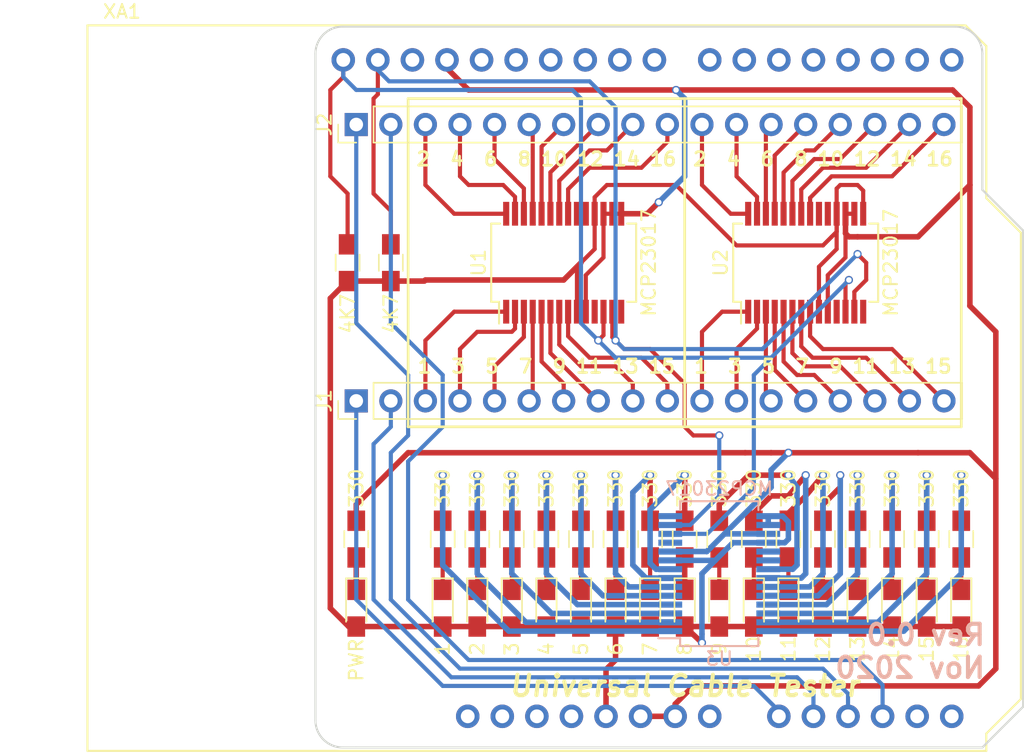
<source format=kicad_pcb>
(kicad_pcb (version 4) (host pcbnew 4.0.6)

  (general
    (links 117)
    (no_connects 0)
    (area 123.924999 68.924999 176.075001 122.075001)
    (thickness 1.6)
    (drawings 24)
    (tracks 421)
    (zones 0)
    (modules 42)
    (nets 101)
  )

  (page A4)
  (layers
    (0 F.Cu signal)
    (31 B.Cu signal)
    (32 B.Adhes user)
    (33 F.Adhes user)
    (34 B.Paste user)
    (35 F.Paste user)
    (36 B.SilkS user)
    (37 F.SilkS user)
    (38 B.Mask user)
    (39 F.Mask user)
    (40 Dwgs.User user)
    (41 Cmts.User user)
    (42 Eco1.User user)
    (43 Eco2.User user)
    (44 Edge.Cuts user)
    (45 Margin user)
    (46 B.CrtYd user)
    (47 F.CrtYd user)
    (48 B.Fab user)
    (49 F.Fab user)
  )

  (setup
    (last_trace_width 0.3048)
    (user_trace_width 0.254)
    (user_trace_width 0.3048)
    (user_trace_width 0.4064)
    (trace_clearance 0.2)
    (zone_clearance 0.508)
    (zone_45_only no)
    (trace_min 0.2)
    (segment_width 0.2)
    (edge_width 0.15)
    (via_size 0.6)
    (via_drill 0.4)
    (via_min_size 0.4)
    (via_min_drill 0.3)
    (uvia_size 0.3)
    (uvia_drill 0.1)
    (uvias_allowed no)
    (uvia_min_size 0.2)
    (uvia_min_drill 0.1)
    (pcb_text_width 0.3)
    (pcb_text_size 1.5 1.5)
    (mod_edge_width 0.15)
    (mod_text_size 1 1)
    (mod_text_width 0.15)
    (pad_size 1.524 1.524)
    (pad_drill 0.762)
    (pad_to_mask_clearance 0)
    (aux_axis_origin 0 0)
    (visible_elements 7FFFFFFF)
    (pcbplotparams
      (layerselection 0x00030_80000001)
      (usegerberextensions false)
      (excludeedgelayer true)
      (linewidth 0.100000)
      (plotframeref false)
      (viasonmask false)
      (mode 1)
      (useauxorigin false)
      (hpglpennumber 1)
      (hpglpenspeed 20)
      (hpglpendiameter 15)
      (hpglpenoverlay 2)
      (psnegative false)
      (psa4output false)
      (plotreference true)
      (plotvalue true)
      (plotinvisibletext false)
      (padsonsilk false)
      (subtractmaskfromsilk false)
      (outputformat 1)
      (mirror false)
      (drillshape 1)
      (scaleselection 1)
      (outputdirectory ""))
  )

  (net 0 "")
  (net 1 "Net-(D1-Pad1)")
  (net 2 +5V)
  (net 3 "Net-(D2-Pad1)")
  (net 4 "Net-(D3-Pad1)")
  (net 5 "Net-(D4-Pad1)")
  (net 6 "Net-(D5-Pad1)")
  (net 7 "Net-(D6-Pad1)")
  (net 8 "Net-(D7-Pad1)")
  (net 9 "Net-(D8-Pad1)")
  (net 10 "Net-(D9-Pad1)")
  (net 11 "Net-(D10-Pad1)")
  (net 12 "Net-(D11-Pad1)")
  (net 13 "Net-(D12-Pad1)")
  (net 14 "Net-(D13-Pad1)")
  (net 15 "Net-(D14-Pad1)")
  (net 16 "Net-(D15-Pad1)")
  (net 17 "Net-(D16-Pad1)")
  (net 18 "Net-(D17-Pad1)")
  (net 19 /A0)
  (net 20 /A1)
  (net 21 /A2)
  (net 22 GND)
  (net 23 "Net-(R1-Pad1)")
  (net 24 "Net-(R2-Pad1)")
  (net 25 "Net-(R3-Pad1)")
  (net 26 "Net-(R4-Pad1)")
  (net 27 "Net-(R5-Pad1)")
  (net 28 "Net-(R6-Pad1)")
  (net 29 "Net-(R7-Pad1)")
  (net 30 "Net-(R8-Pad1)")
  (net 31 "Net-(R9-Pad1)")
  (net 32 "Net-(R10-Pad1)")
  (net 33 "Net-(R11-Pad1)")
  (net 34 "Net-(R12-Pad1)")
  (net 35 "Net-(R13-Pad1)")
  (net 36 "Net-(R14-Pad1)")
  (net 37 "Net-(R15-Pad1)")
  (net 38 "Net-(R16-Pad1)")
  (net 39 /SCL)
  (net 40 /SDA)
  (net 41 "Net-(U1-Pad19)")
  (net 42 "Net-(U1-Pad20)")
  (net 43 "Net-(U2-Pad19)")
  (net 44 "Net-(U2-Pad20)")
  (net 45 "Net-(U3-Pad19)")
  (net 46 "Net-(U3-Pad20)")
  (net 47 "Net-(XA1-PadVIN)")
  (net 48 "Net-(XA1-Pad3V3)")
  (net 49 "Net-(XA1-PadRST1)")
  (net 50 "Net-(XA1-PadIORF)")
  (net 51 "Net-(XA1-PadD0)")
  (net 52 "Net-(XA1-PadD1)")
  (net 53 "Net-(XA1-PadD2)")
  (net 54 "Net-(XA1-PadD3)")
  (net 55 "Net-(XA1-PadD4)")
  (net 56 "Net-(XA1-PadD5)")
  (net 57 "Net-(XA1-PadD6)")
  (net 58 "Net-(XA1-PadD7)")
  (net 59 "Net-(XA1-PadD8)")
  (net 60 "Net-(XA1-PadD9)")
  (net 61 "Net-(XA1-PadD10)")
  (net 62 "Net-(XA1-PadAREF)")
  (net 63 "Net-(XA1-PadD13)")
  (net 64 "Net-(XA1-PadD12)")
  (net 65 "Net-(XA1-PadD11)")
  (net 66 "Net-(XA1-PadA4)")
  (net 67 "Net-(XA1-PadA5)")
  (net 68 /OUT1)
  (net 69 /OUT2)
  (net 70 /OUT3)
  (net 71 /OUT4)
  (net 72 /OUT5)
  (net 73 /OUT6)
  (net 74 /OUT7)
  (net 75 /OUT8)
  (net 76 /IN1)
  (net 77 /IN2)
  (net 78 /IN3)
  (net 79 /IN4)
  (net 80 /IN5)
  (net 81 /IN6)
  (net 82 /IN7)
  (net 83 /IN8)
  (net 84 /OUT9)
  (net 85 /OUT10)
  (net 86 /OUT11)
  (net 87 /OUT12)
  (net 88 /OUT13)
  (net 89 /OUT14)
  (net 90 /OUT15)
  (net 91 /OUT16)
  (net 92 /IN9)
  (net 93 /IN10)
  (net 94 /IN11)
  (net 95 /IN12)
  (net 96 /IN13)
  (net 97 /IN14)
  (net 98 /IN15)
  (net 99 /IN16)
  (net 100 /A3)

  (net_class Default "This is the default net class."
    (clearance 0.2)
    (trace_width 0.25)
    (via_dia 0.6)
    (via_drill 0.4)
    (uvia_dia 0.3)
    (uvia_drill 0.1)
    (add_net +5V)
    (add_net /A0)
    (add_net /A1)
    (add_net /A2)
    (add_net /A3)
    (add_net /IN1)
    (add_net /IN10)
    (add_net /IN11)
    (add_net /IN12)
    (add_net /IN13)
    (add_net /IN14)
    (add_net /IN15)
    (add_net /IN16)
    (add_net /IN2)
    (add_net /IN3)
    (add_net /IN4)
    (add_net /IN5)
    (add_net /IN6)
    (add_net /IN7)
    (add_net /IN8)
    (add_net /IN9)
    (add_net /OUT1)
    (add_net /OUT10)
    (add_net /OUT11)
    (add_net /OUT12)
    (add_net /OUT13)
    (add_net /OUT14)
    (add_net /OUT15)
    (add_net /OUT16)
    (add_net /OUT2)
    (add_net /OUT3)
    (add_net /OUT4)
    (add_net /OUT5)
    (add_net /OUT6)
    (add_net /OUT7)
    (add_net /OUT8)
    (add_net /OUT9)
    (add_net /SCL)
    (add_net /SDA)
    (add_net GND)
    (add_net "Net-(D1-Pad1)")
    (add_net "Net-(D10-Pad1)")
    (add_net "Net-(D11-Pad1)")
    (add_net "Net-(D12-Pad1)")
    (add_net "Net-(D13-Pad1)")
    (add_net "Net-(D14-Pad1)")
    (add_net "Net-(D15-Pad1)")
    (add_net "Net-(D16-Pad1)")
    (add_net "Net-(D17-Pad1)")
    (add_net "Net-(D2-Pad1)")
    (add_net "Net-(D3-Pad1)")
    (add_net "Net-(D4-Pad1)")
    (add_net "Net-(D5-Pad1)")
    (add_net "Net-(D6-Pad1)")
    (add_net "Net-(D7-Pad1)")
    (add_net "Net-(D8-Pad1)")
    (add_net "Net-(D9-Pad1)")
    (add_net "Net-(R1-Pad1)")
    (add_net "Net-(R10-Pad1)")
    (add_net "Net-(R11-Pad1)")
    (add_net "Net-(R12-Pad1)")
    (add_net "Net-(R13-Pad1)")
    (add_net "Net-(R14-Pad1)")
    (add_net "Net-(R15-Pad1)")
    (add_net "Net-(R16-Pad1)")
    (add_net "Net-(R2-Pad1)")
    (add_net "Net-(R3-Pad1)")
    (add_net "Net-(R4-Pad1)")
    (add_net "Net-(R5-Pad1)")
    (add_net "Net-(R6-Pad1)")
    (add_net "Net-(R7-Pad1)")
    (add_net "Net-(R8-Pad1)")
    (add_net "Net-(R9-Pad1)")
    (add_net "Net-(U1-Pad19)")
    (add_net "Net-(U1-Pad20)")
    (add_net "Net-(U2-Pad19)")
    (add_net "Net-(U2-Pad20)")
    (add_net "Net-(U3-Pad19)")
    (add_net "Net-(U3-Pad20)")
    (add_net "Net-(XA1-Pad3V3)")
    (add_net "Net-(XA1-PadA4)")
    (add_net "Net-(XA1-PadA5)")
    (add_net "Net-(XA1-PadAREF)")
    (add_net "Net-(XA1-PadD0)")
    (add_net "Net-(XA1-PadD1)")
    (add_net "Net-(XA1-PadD10)")
    (add_net "Net-(XA1-PadD11)")
    (add_net "Net-(XA1-PadD12)")
    (add_net "Net-(XA1-PadD13)")
    (add_net "Net-(XA1-PadD2)")
    (add_net "Net-(XA1-PadD3)")
    (add_net "Net-(XA1-PadD4)")
    (add_net "Net-(XA1-PadD5)")
    (add_net "Net-(XA1-PadD6)")
    (add_net "Net-(XA1-PadD7)")
    (add_net "Net-(XA1-PadD8)")
    (add_net "Net-(XA1-PadD9)")
    (add_net "Net-(XA1-PadIORF)")
    (add_net "Net-(XA1-PadRST1)")
    (add_net "Net-(XA1-PadVIN)")
  )

  (module footprints:Arduino_Uno_Shield locked (layer F.Cu) (tedit 5FB3F857) (tstamp 5FB2D786)
    (at 107.25 122.25)
    (descr https://store.arduino.cc/arduino-uno-rev3)
    (path /5FB2BFCE)
    (fp_text reference XA1 (at 2.54 -54.356) (layer F.SilkS)
      (effects (font (size 1 1) (thickness 0.15)))
    )
    (fp_text value Arduino_Uno_Shield (at 15.494 -54.356) (layer F.Fab)
      (effects (font (size 1 1) (thickness 0.15)))
    )
    (fp_line (start 9.525 -32.385) (end -6.35 -32.385) (layer B.CrtYd) (width 0.15))
    (fp_line (start 9.525 -43.815) (end -6.35 -43.815) (layer B.CrtYd) (width 0.15))
    (fp_line (start 9.525 -43.815) (end 9.525 -32.385) (layer B.CrtYd) (width 0.15))
    (fp_line (start -6.35 -43.815) (end -6.35 -32.385) (layer B.CrtYd) (width 0.15))
    (fp_line (start 11.43 -12.065) (end 11.43 -3.175) (layer B.CrtYd) (width 0.15))
    (fp_line (start -1.905 -3.175) (end 11.43 -3.175) (layer B.CrtYd) (width 0.15))
    (fp_line (start -1.905 -12.065) (end -1.905 -3.175) (layer B.CrtYd) (width 0.15))
    (fp_line (start -1.905 -12.065) (end 11.43 -12.065) (layer B.CrtYd) (width 0.15))
    (fp_line (start 0 -53.34) (end 0 0) (layer F.SilkS) (width 0.15))
    (fp_line (start 66.04 -40.64) (end 66.04 -51.816) (layer F.SilkS) (width 0.15))
    (fp_line (start 68.58 -38.1) (end 66.04 -40.64) (layer F.SilkS) (width 0.15))
    (fp_line (start 68.58 -3.81) (end 68.58 -38.1) (layer F.SilkS) (width 0.15))
    (fp_line (start 66.04 -1.27) (end 68.58 -3.81) (layer F.SilkS) (width 0.15))
    (fp_line (start 66.04 0) (end 66.04 -1.27) (layer F.SilkS) (width 0.15))
    (fp_line (start 64.516 -53.34) (end 66.04 -51.816) (layer F.SilkS) (width 0.15))
    (fp_line (start 0 0) (end 66.04 0) (layer F.SilkS) (width 0.15))
    (fp_line (start 0 -53.34) (end 64.516 -53.34) (layer F.SilkS) (width 0.15))
    (pad A0 thru_hole oval (at 50.8 -2.54) (size 1.7272 1.7272) (drill 1.016) (layers *.Cu *.Mask)
      (net 19 /A0))
    (pad VIN thru_hole oval (at 45.72 -2.54) (size 1.7272 1.7272) (drill 1.016) (layers *.Cu *.Mask)
      (net 47 "Net-(XA1-PadVIN)"))
    (pad GND3 thru_hole oval (at 43.18 -2.54) (size 1.7272 1.7272) (drill 1.016) (layers *.Cu *.Mask)
      (net 22 GND))
    (pad GND2 thru_hole oval (at 40.64 -2.54) (size 1.7272 1.7272) (drill 1.016) (layers *.Cu *.Mask)
      (net 22 GND))
    (pad 5V1 thru_hole oval (at 38.1 -2.54) (size 1.7272 1.7272) (drill 1.016) (layers *.Cu *.Mask)
      (net 2 +5V))
    (pad 3V3 thru_hole oval (at 35.56 -2.54) (size 1.7272 1.7272) (drill 1.016) (layers *.Cu *.Mask)
      (net 48 "Net-(XA1-Pad3V3)"))
    (pad RST1 thru_hole oval (at 33.02 -2.54) (size 1.7272 1.7272) (drill 1.016) (layers *.Cu *.Mask)
      (net 49 "Net-(XA1-PadRST1)"))
    (pad IORF thru_hole oval (at 30.48 -2.54) (size 1.7272 1.7272) (drill 1.016) (layers *.Cu *.Mask)
      (net 50 "Net-(XA1-PadIORF)"))
    (pad D0 thru_hole oval (at 63.5 -50.8) (size 1.7272 1.7272) (drill 1.016) (layers *.Cu *.Mask)
      (net 51 "Net-(XA1-PadD0)"))
    (pad D1 thru_hole oval (at 60.96 -50.8) (size 1.7272 1.7272) (drill 1.016) (layers *.Cu *.Mask)
      (net 52 "Net-(XA1-PadD1)"))
    (pad D2 thru_hole oval (at 58.42 -50.8) (size 1.7272 1.7272) (drill 1.016) (layers *.Cu *.Mask)
      (net 53 "Net-(XA1-PadD2)"))
    (pad D3 thru_hole oval (at 55.88 -50.8) (size 1.7272 1.7272) (drill 1.016) (layers *.Cu *.Mask)
      (net 54 "Net-(XA1-PadD3)"))
    (pad D4 thru_hole oval (at 53.34 -50.8) (size 1.7272 1.7272) (drill 1.016) (layers *.Cu *.Mask)
      (net 55 "Net-(XA1-PadD4)"))
    (pad D5 thru_hole oval (at 50.8 -50.8) (size 1.7272 1.7272) (drill 1.016) (layers *.Cu *.Mask)
      (net 56 "Net-(XA1-PadD5)"))
    (pad D6 thru_hole oval (at 48.26 -50.8) (size 1.7272 1.7272) (drill 1.016) (layers *.Cu *.Mask)
      (net 57 "Net-(XA1-PadD6)"))
    (pad D7 thru_hole oval (at 45.72 -50.8) (size 1.7272 1.7272) (drill 1.016) (layers *.Cu *.Mask)
      (net 58 "Net-(XA1-PadD7)"))
    (pad GND1 thru_hole oval (at 26.416 -50.8) (size 1.7272 1.7272) (drill 1.016) (layers *.Cu *.Mask)
      (net 22 GND))
    (pad D8 thru_hole oval (at 41.656 -50.8) (size 1.7272 1.7272) (drill 1.016) (layers *.Cu *.Mask)
      (net 59 "Net-(XA1-PadD8)"))
    (pad D9 thru_hole oval (at 39.116 -50.8) (size 1.7272 1.7272) (drill 1.016) (layers *.Cu *.Mask)
      (net 60 "Net-(XA1-PadD9)"))
    (pad D10 thru_hole oval (at 36.576 -50.8) (size 1.7272 1.7272) (drill 1.016) (layers *.Cu *.Mask)
      (net 61 "Net-(XA1-PadD10)"))
    (pad SCL thru_hole oval (at 18.796 -50.8) (size 1.7272 1.7272) (drill 1.016) (layers *.Cu *.Mask)
      (net 39 /SCL))
    (pad SDA thru_hole oval (at 21.336 -50.8) (size 1.7272 1.7272) (drill 1.016) (layers *.Cu *.Mask)
      (net 40 /SDA))
    (pad AREF thru_hole oval (at 23.876 -50.8) (size 1.7272 1.7272) (drill 1.016) (layers *.Cu *.Mask)
      (net 62 "Net-(XA1-PadAREF)"))
    (pad D13 thru_hole oval (at 28.956 -50.8) (size 1.7272 1.7272) (drill 1.016) (layers *.Cu *.Mask)
      (net 63 "Net-(XA1-PadD13)"))
    (pad D12 thru_hole oval (at 31.496 -50.8) (size 1.7272 1.7272) (drill 1.016) (layers *.Cu *.Mask)
      (net 64 "Net-(XA1-PadD12)"))
    (pad D11 thru_hole oval (at 34.036 -50.8) (size 1.7272 1.7272) (drill 1.016) (layers *.Cu *.Mask)
      (net 65 "Net-(XA1-PadD11)"))
    (pad "" thru_hole oval (at 27.94 -2.54) (size 1.7272 1.7272) (drill 1.016) (layers *.Cu *.Mask))
    (pad A1 thru_hole oval (at 53.34 -2.54) (size 1.7272 1.7272) (drill 1.016) (layers *.Cu *.Mask)
      (net 20 /A1))
    (pad A2 thru_hole oval (at 55.88 -2.54) (size 1.7272 1.7272) (drill 1.016) (layers *.Cu *.Mask)
      (net 21 /A2))
    (pad A3 thru_hole oval (at 58.42 -2.54) (size 1.7272 1.7272) (drill 1.016) (layers *.Cu *.Mask)
      (net 100 /A3))
    (pad A4 thru_hole oval (at 60.96 -2.54) (size 1.7272 1.7272) (drill 1.016) (layers *.Cu *.Mask)
      (net 66 "Net-(XA1-PadA4)"))
    (pad A5 thru_hole oval (at 63.5 -2.54) (size 1.7272 1.7272) (drill 1.016) (layers *.Cu *.Mask)
      (net 67 "Net-(XA1-PadA5)"))
  )

  (module footprints:LED_0805_HandSoldering (layer F.Cu) (tedit 5FB314E9) (tstamp 5FB2D544)
    (at 127 111.76 270)
    (descr "Resistor SMD 0805, hand soldering")
    (tags "resistor 0805")
    (path /5FB3EE21)
    (attr smd)
    (fp_text reference D17 (at 0 0 270) (layer F.SilkS) hide
      (effects (font (size 1 1) (thickness 0.15)))
    )
    (fp_text value PWR (at 3.81 0 270) (layer F.SilkS)
      (effects (font (size 1 1) (thickness 0.15)))
    )
    (fp_line (start -0.4 -0.4) (end -0.4 0.4) (layer F.Fab) (width 0.1))
    (fp_line (start -0.4 0) (end 0.2 -0.4) (layer F.Fab) (width 0.1))
    (fp_line (start 0.2 0.4) (end -0.4 0) (layer F.Fab) (width 0.1))
    (fp_line (start 0.2 -0.4) (end 0.2 0.4) (layer F.Fab) (width 0.1))
    (fp_line (start -1 0.62) (end -1 -0.62) (layer F.Fab) (width 0.1))
    (fp_line (start 1 0.62) (end -1 0.62) (layer F.Fab) (width 0.1))
    (fp_line (start 1 -0.62) (end 1 0.62) (layer F.Fab) (width 0.1))
    (fp_line (start -1 -0.62) (end 1 -0.62) (layer F.Fab) (width 0.1))
    (fp_line (start 1 0.75) (end -2.2 0.75) (layer F.SilkS) (width 0.12))
    (fp_line (start -2.2 -0.75) (end 1 -0.75) (layer F.SilkS) (width 0.12))
    (fp_line (start -2.35 -0.9) (end 2.35 -0.9) (layer F.CrtYd) (width 0.05))
    (fp_line (start -2.35 -0.9) (end -2.35 0.9) (layer F.CrtYd) (width 0.05))
    (fp_line (start 2.35 0.9) (end 2.35 -0.9) (layer F.CrtYd) (width 0.05))
    (fp_line (start 2.35 0.9) (end -2.35 0.9) (layer F.CrtYd) (width 0.05))
    (fp_line (start -2.2 -0.75) (end -2.2 0.75) (layer F.SilkS) (width 0.12))
    (pad 1 smd rect (at -1.35 0 270) (size 1.5 1.3) (layers F.Cu F.Paste F.Mask)
      (net 18 "Net-(D17-Pad1)"))
    (pad 2 smd rect (at 1.35 0 270) (size 1.5 1.3) (layers F.Cu F.Paste F.Mask)
      (net 2 +5V))
    (model ${KISYS3DMOD}/LEDs.3dshapes/LED_0805.wrl
      (at (xyz 0 0 0))
      (scale (xyz 1 1 1))
      (rotate (xyz 0 0 0))
    )
  )

  (module footprints:LED_0805_HandSoldering (layer F.Cu) (tedit 5FB31340) (tstamp 5FB2D52F)
    (at 171.45 111.76 270)
    (descr "Resistor SMD 0805, hand soldering")
    (tags "resistor 0805")
    (path /5FB31CBF)
    (attr smd)
    (fp_text reference D16 (at 0 0 270) (layer F.SilkS) hide
      (effects (font (size 1 1) (thickness 0.15)))
    )
    (fp_text value 16 (at 3 0 270) (layer F.SilkS)
      (effects (font (size 1 1) (thickness 0.15)))
    )
    (fp_line (start -0.4 -0.4) (end -0.4 0.4) (layer F.Fab) (width 0.1))
    (fp_line (start -0.4 0) (end 0.2 -0.4) (layer F.Fab) (width 0.1))
    (fp_line (start 0.2 0.4) (end -0.4 0) (layer F.Fab) (width 0.1))
    (fp_line (start 0.2 -0.4) (end 0.2 0.4) (layer F.Fab) (width 0.1))
    (fp_line (start -1 0.62) (end -1 -0.62) (layer F.Fab) (width 0.1))
    (fp_line (start 1 0.62) (end -1 0.62) (layer F.Fab) (width 0.1))
    (fp_line (start 1 -0.62) (end 1 0.62) (layer F.Fab) (width 0.1))
    (fp_line (start -1 -0.62) (end 1 -0.62) (layer F.Fab) (width 0.1))
    (fp_line (start 1 0.75) (end -2.2 0.75) (layer F.SilkS) (width 0.12))
    (fp_line (start -2.2 -0.75) (end 1 -0.75) (layer F.SilkS) (width 0.12))
    (fp_line (start -2.35 -0.9) (end 2.35 -0.9) (layer F.CrtYd) (width 0.05))
    (fp_line (start -2.35 -0.9) (end -2.35 0.9) (layer F.CrtYd) (width 0.05))
    (fp_line (start 2.35 0.9) (end 2.35 -0.9) (layer F.CrtYd) (width 0.05))
    (fp_line (start 2.35 0.9) (end -2.35 0.9) (layer F.CrtYd) (width 0.05))
    (fp_line (start -2.2 -0.75) (end -2.2 0.75) (layer F.SilkS) (width 0.12))
    (pad 1 smd rect (at -1.35 0 270) (size 1.5 1.3) (layers F.Cu F.Paste F.Mask)
      (net 17 "Net-(D16-Pad1)"))
    (pad 2 smd rect (at 1.35 0 270) (size 1.5 1.3) (layers F.Cu F.Paste F.Mask)
      (net 2 +5V))
    (model ${KISYS3DMOD}/LEDs.3dshapes/LED_0805.wrl
      (at (xyz 0 0 0))
      (scale (xyz 1 1 1))
      (rotate (xyz 0 0 0))
    )
  )

  (module footprints:LED_0805_HandSoldering (layer F.Cu) (tedit 5FB31340) (tstamp 5FB2D51A)
    (at 168.91 111.76 270)
    (descr "Resistor SMD 0805, hand soldering")
    (tags "resistor 0805")
    (path /5FB31C3A)
    (attr smd)
    (fp_text reference D15 (at 0 0 270) (layer F.SilkS) hide
      (effects (font (size 1 1) (thickness 0.15)))
    )
    (fp_text value 15 (at 3 0 270) (layer F.SilkS)
      (effects (font (size 1 1) (thickness 0.15)))
    )
    (fp_line (start -0.4 -0.4) (end -0.4 0.4) (layer F.Fab) (width 0.1))
    (fp_line (start -0.4 0) (end 0.2 -0.4) (layer F.Fab) (width 0.1))
    (fp_line (start 0.2 0.4) (end -0.4 0) (layer F.Fab) (width 0.1))
    (fp_line (start 0.2 -0.4) (end 0.2 0.4) (layer F.Fab) (width 0.1))
    (fp_line (start -1 0.62) (end -1 -0.62) (layer F.Fab) (width 0.1))
    (fp_line (start 1 0.62) (end -1 0.62) (layer F.Fab) (width 0.1))
    (fp_line (start 1 -0.62) (end 1 0.62) (layer F.Fab) (width 0.1))
    (fp_line (start -1 -0.62) (end 1 -0.62) (layer F.Fab) (width 0.1))
    (fp_line (start 1 0.75) (end -2.2 0.75) (layer F.SilkS) (width 0.12))
    (fp_line (start -2.2 -0.75) (end 1 -0.75) (layer F.SilkS) (width 0.12))
    (fp_line (start -2.35 -0.9) (end 2.35 -0.9) (layer F.CrtYd) (width 0.05))
    (fp_line (start -2.35 -0.9) (end -2.35 0.9) (layer F.CrtYd) (width 0.05))
    (fp_line (start 2.35 0.9) (end 2.35 -0.9) (layer F.CrtYd) (width 0.05))
    (fp_line (start 2.35 0.9) (end -2.35 0.9) (layer F.CrtYd) (width 0.05))
    (fp_line (start -2.2 -0.75) (end -2.2 0.75) (layer F.SilkS) (width 0.12))
    (pad 1 smd rect (at -1.35 0 270) (size 1.5 1.3) (layers F.Cu F.Paste F.Mask)
      (net 16 "Net-(D15-Pad1)"))
    (pad 2 smd rect (at 1.35 0 270) (size 1.5 1.3) (layers F.Cu F.Paste F.Mask)
      (net 2 +5V))
    (model ${KISYS3DMOD}/LEDs.3dshapes/LED_0805.wrl
      (at (xyz 0 0 0))
      (scale (xyz 1 1 1))
      (rotate (xyz 0 0 0))
    )
  )

  (module footprints:LED_0805_HandSoldering (layer F.Cu) (tedit 5FB31340) (tstamp 5FB2D505)
    (at 166.37 111.76 270)
    (descr "Resistor SMD 0805, hand soldering")
    (tags "resistor 0805")
    (path /5FB31958)
    (attr smd)
    (fp_text reference D14 (at 0 0 270) (layer F.SilkS) hide
      (effects (font (size 1 1) (thickness 0.15)))
    )
    (fp_text value 14 (at 3 0 270) (layer F.SilkS)
      (effects (font (size 1 1) (thickness 0.15)))
    )
    (fp_line (start -0.4 -0.4) (end -0.4 0.4) (layer F.Fab) (width 0.1))
    (fp_line (start -0.4 0) (end 0.2 -0.4) (layer F.Fab) (width 0.1))
    (fp_line (start 0.2 0.4) (end -0.4 0) (layer F.Fab) (width 0.1))
    (fp_line (start 0.2 -0.4) (end 0.2 0.4) (layer F.Fab) (width 0.1))
    (fp_line (start -1 0.62) (end -1 -0.62) (layer F.Fab) (width 0.1))
    (fp_line (start 1 0.62) (end -1 0.62) (layer F.Fab) (width 0.1))
    (fp_line (start 1 -0.62) (end 1 0.62) (layer F.Fab) (width 0.1))
    (fp_line (start -1 -0.62) (end 1 -0.62) (layer F.Fab) (width 0.1))
    (fp_line (start 1 0.75) (end -2.2 0.75) (layer F.SilkS) (width 0.12))
    (fp_line (start -2.2 -0.75) (end 1 -0.75) (layer F.SilkS) (width 0.12))
    (fp_line (start -2.35 -0.9) (end 2.35 -0.9) (layer F.CrtYd) (width 0.05))
    (fp_line (start -2.35 -0.9) (end -2.35 0.9) (layer F.CrtYd) (width 0.05))
    (fp_line (start 2.35 0.9) (end 2.35 -0.9) (layer F.CrtYd) (width 0.05))
    (fp_line (start 2.35 0.9) (end -2.35 0.9) (layer F.CrtYd) (width 0.05))
    (fp_line (start -2.2 -0.75) (end -2.2 0.75) (layer F.SilkS) (width 0.12))
    (pad 1 smd rect (at -1.35 0 270) (size 1.5 1.3) (layers F.Cu F.Paste F.Mask)
      (net 15 "Net-(D14-Pad1)"))
    (pad 2 smd rect (at 1.35 0 270) (size 1.5 1.3) (layers F.Cu F.Paste F.Mask)
      (net 2 +5V))
    (model ${KISYS3DMOD}/LEDs.3dshapes/LED_0805.wrl
      (at (xyz 0 0 0))
      (scale (xyz 1 1 1))
      (rotate (xyz 0 0 0))
    )
  )

  (module footprints:LED_0805_HandSoldering (layer F.Cu) (tedit 5FB31340) (tstamp 5FB2D4F0)
    (at 163.83 111.76 270)
    (descr "Resistor SMD 0805, hand soldering")
    (tags "resistor 0805")
    (path /5FB318D9)
    (attr smd)
    (fp_text reference D13 (at 0 0 270) (layer F.SilkS) hide
      (effects (font (size 1 1) (thickness 0.15)))
    )
    (fp_text value 13 (at 3 0 270) (layer F.SilkS)
      (effects (font (size 1 1) (thickness 0.15)))
    )
    (fp_line (start -0.4 -0.4) (end -0.4 0.4) (layer F.Fab) (width 0.1))
    (fp_line (start -0.4 0) (end 0.2 -0.4) (layer F.Fab) (width 0.1))
    (fp_line (start 0.2 0.4) (end -0.4 0) (layer F.Fab) (width 0.1))
    (fp_line (start 0.2 -0.4) (end 0.2 0.4) (layer F.Fab) (width 0.1))
    (fp_line (start -1 0.62) (end -1 -0.62) (layer F.Fab) (width 0.1))
    (fp_line (start 1 0.62) (end -1 0.62) (layer F.Fab) (width 0.1))
    (fp_line (start 1 -0.62) (end 1 0.62) (layer F.Fab) (width 0.1))
    (fp_line (start -1 -0.62) (end 1 -0.62) (layer F.Fab) (width 0.1))
    (fp_line (start 1 0.75) (end -2.2 0.75) (layer F.SilkS) (width 0.12))
    (fp_line (start -2.2 -0.75) (end 1 -0.75) (layer F.SilkS) (width 0.12))
    (fp_line (start -2.35 -0.9) (end 2.35 -0.9) (layer F.CrtYd) (width 0.05))
    (fp_line (start -2.35 -0.9) (end -2.35 0.9) (layer F.CrtYd) (width 0.05))
    (fp_line (start 2.35 0.9) (end 2.35 -0.9) (layer F.CrtYd) (width 0.05))
    (fp_line (start 2.35 0.9) (end -2.35 0.9) (layer F.CrtYd) (width 0.05))
    (fp_line (start -2.2 -0.75) (end -2.2 0.75) (layer F.SilkS) (width 0.12))
    (pad 1 smd rect (at -1.35 0 270) (size 1.5 1.3) (layers F.Cu F.Paste F.Mask)
      (net 14 "Net-(D13-Pad1)"))
    (pad 2 smd rect (at 1.35 0 270) (size 1.5 1.3) (layers F.Cu F.Paste F.Mask)
      (net 2 +5V))
    (model ${KISYS3DMOD}/LEDs.3dshapes/LED_0805.wrl
      (at (xyz 0 0 0))
      (scale (xyz 1 1 1))
      (rotate (xyz 0 0 0))
    )
  )

  (module footprints:LED_0805_HandSoldering (layer F.Cu) (tedit 5FB31340) (tstamp 5FB2D4DB)
    (at 161.29 111.76 270)
    (descr "Resistor SMD 0805, hand soldering")
    (tags "resistor 0805")
    (path /5FB315DF)
    (attr smd)
    (fp_text reference D12 (at 0 0 270) (layer F.SilkS) hide
      (effects (font (size 1 1) (thickness 0.15)))
    )
    (fp_text value 12 (at 3 0 270) (layer F.SilkS)
      (effects (font (size 1 1) (thickness 0.15)))
    )
    (fp_line (start -0.4 -0.4) (end -0.4 0.4) (layer F.Fab) (width 0.1))
    (fp_line (start -0.4 0) (end 0.2 -0.4) (layer F.Fab) (width 0.1))
    (fp_line (start 0.2 0.4) (end -0.4 0) (layer F.Fab) (width 0.1))
    (fp_line (start 0.2 -0.4) (end 0.2 0.4) (layer F.Fab) (width 0.1))
    (fp_line (start -1 0.62) (end -1 -0.62) (layer F.Fab) (width 0.1))
    (fp_line (start 1 0.62) (end -1 0.62) (layer F.Fab) (width 0.1))
    (fp_line (start 1 -0.62) (end 1 0.62) (layer F.Fab) (width 0.1))
    (fp_line (start -1 -0.62) (end 1 -0.62) (layer F.Fab) (width 0.1))
    (fp_line (start 1 0.75) (end -2.2 0.75) (layer F.SilkS) (width 0.12))
    (fp_line (start -2.2 -0.75) (end 1 -0.75) (layer F.SilkS) (width 0.12))
    (fp_line (start -2.35 -0.9) (end 2.35 -0.9) (layer F.CrtYd) (width 0.05))
    (fp_line (start -2.35 -0.9) (end -2.35 0.9) (layer F.CrtYd) (width 0.05))
    (fp_line (start 2.35 0.9) (end 2.35 -0.9) (layer F.CrtYd) (width 0.05))
    (fp_line (start 2.35 0.9) (end -2.35 0.9) (layer F.CrtYd) (width 0.05))
    (fp_line (start -2.2 -0.75) (end -2.2 0.75) (layer F.SilkS) (width 0.12))
    (pad 1 smd rect (at -1.35 0 270) (size 1.5 1.3) (layers F.Cu F.Paste F.Mask)
      (net 13 "Net-(D12-Pad1)"))
    (pad 2 smd rect (at 1.35 0 270) (size 1.5 1.3) (layers F.Cu F.Paste F.Mask)
      (net 2 +5V))
    (model ${KISYS3DMOD}/LEDs.3dshapes/LED_0805.wrl
      (at (xyz 0 0 0))
      (scale (xyz 1 1 1))
      (rotate (xyz 0 0 0))
    )
  )

  (module footprints:LED_0805_HandSoldering (layer F.Cu) (tedit 5FB31340) (tstamp 5FB2D4C6)
    (at 158.75 111.76 270)
    (descr "Resistor SMD 0805, hand soldering")
    (tags "resistor 0805")
    (path /5FB31564)
    (attr smd)
    (fp_text reference D11 (at 0 0 270) (layer F.SilkS) hide
      (effects (font (size 1 1) (thickness 0.15)))
    )
    (fp_text value 11 (at 3 0 270) (layer F.SilkS)
      (effects (font (size 1 1) (thickness 0.15)))
    )
    (fp_line (start -0.4 -0.4) (end -0.4 0.4) (layer F.Fab) (width 0.1))
    (fp_line (start -0.4 0) (end 0.2 -0.4) (layer F.Fab) (width 0.1))
    (fp_line (start 0.2 0.4) (end -0.4 0) (layer F.Fab) (width 0.1))
    (fp_line (start 0.2 -0.4) (end 0.2 0.4) (layer F.Fab) (width 0.1))
    (fp_line (start -1 0.62) (end -1 -0.62) (layer F.Fab) (width 0.1))
    (fp_line (start 1 0.62) (end -1 0.62) (layer F.Fab) (width 0.1))
    (fp_line (start 1 -0.62) (end 1 0.62) (layer F.Fab) (width 0.1))
    (fp_line (start -1 -0.62) (end 1 -0.62) (layer F.Fab) (width 0.1))
    (fp_line (start 1 0.75) (end -2.2 0.75) (layer F.SilkS) (width 0.12))
    (fp_line (start -2.2 -0.75) (end 1 -0.75) (layer F.SilkS) (width 0.12))
    (fp_line (start -2.35 -0.9) (end 2.35 -0.9) (layer F.CrtYd) (width 0.05))
    (fp_line (start -2.35 -0.9) (end -2.35 0.9) (layer F.CrtYd) (width 0.05))
    (fp_line (start 2.35 0.9) (end 2.35 -0.9) (layer F.CrtYd) (width 0.05))
    (fp_line (start 2.35 0.9) (end -2.35 0.9) (layer F.CrtYd) (width 0.05))
    (fp_line (start -2.2 -0.75) (end -2.2 0.75) (layer F.SilkS) (width 0.12))
    (pad 1 smd rect (at -1.35 0 270) (size 1.5 1.3) (layers F.Cu F.Paste F.Mask)
      (net 12 "Net-(D11-Pad1)"))
    (pad 2 smd rect (at 1.35 0 270) (size 1.5 1.3) (layers F.Cu F.Paste F.Mask)
      (net 2 +5V))
    (model ${KISYS3DMOD}/LEDs.3dshapes/LED_0805.wrl
      (at (xyz 0 0 0))
      (scale (xyz 1 1 1))
      (rotate (xyz 0 0 0))
    )
  )

  (module footprints:LED_0805_HandSoldering (layer F.Cu) (tedit 5FB31340) (tstamp 5FB2D4B1)
    (at 156.21 111.76 270)
    (descr "Resistor SMD 0805, hand soldering")
    (tags "resistor 0805")
    (path /5FB314EE)
    (attr smd)
    (fp_text reference D10 (at 0 0 270) (layer F.SilkS) hide
      (effects (font (size 1 1) (thickness 0.15)))
    )
    (fp_text value 10 (at 3 0 270) (layer F.SilkS)
      (effects (font (size 1 1) (thickness 0.15)))
    )
    (fp_line (start -0.4 -0.4) (end -0.4 0.4) (layer F.Fab) (width 0.1))
    (fp_line (start -0.4 0) (end 0.2 -0.4) (layer F.Fab) (width 0.1))
    (fp_line (start 0.2 0.4) (end -0.4 0) (layer F.Fab) (width 0.1))
    (fp_line (start 0.2 -0.4) (end 0.2 0.4) (layer F.Fab) (width 0.1))
    (fp_line (start -1 0.62) (end -1 -0.62) (layer F.Fab) (width 0.1))
    (fp_line (start 1 0.62) (end -1 0.62) (layer F.Fab) (width 0.1))
    (fp_line (start 1 -0.62) (end 1 0.62) (layer F.Fab) (width 0.1))
    (fp_line (start -1 -0.62) (end 1 -0.62) (layer F.Fab) (width 0.1))
    (fp_line (start 1 0.75) (end -2.2 0.75) (layer F.SilkS) (width 0.12))
    (fp_line (start -2.2 -0.75) (end 1 -0.75) (layer F.SilkS) (width 0.12))
    (fp_line (start -2.35 -0.9) (end 2.35 -0.9) (layer F.CrtYd) (width 0.05))
    (fp_line (start -2.35 -0.9) (end -2.35 0.9) (layer F.CrtYd) (width 0.05))
    (fp_line (start 2.35 0.9) (end 2.35 -0.9) (layer F.CrtYd) (width 0.05))
    (fp_line (start 2.35 0.9) (end -2.35 0.9) (layer F.CrtYd) (width 0.05))
    (fp_line (start -2.2 -0.75) (end -2.2 0.75) (layer F.SilkS) (width 0.12))
    (pad 1 smd rect (at -1.35 0 270) (size 1.5 1.3) (layers F.Cu F.Paste F.Mask)
      (net 11 "Net-(D10-Pad1)"))
    (pad 2 smd rect (at 1.35 0 270) (size 1.5 1.3) (layers F.Cu F.Paste F.Mask)
      (net 2 +5V))
    (model ${KISYS3DMOD}/LEDs.3dshapes/LED_0805.wrl
      (at (xyz 0 0 0))
      (scale (xyz 1 1 1))
      (rotate (xyz 0 0 0))
    )
  )

  (module footprints:LED_0805_HandSoldering (layer F.Cu) (tedit 5FB31340) (tstamp 5FB2D49C)
    (at 153.67 111.76 270)
    (descr "Resistor SMD 0805, hand soldering")
    (tags "resistor 0805")
    (path /5FB31477)
    (attr smd)
    (fp_text reference D9 (at 0 0 270) (layer F.SilkS) hide
      (effects (font (size 1 1) (thickness 0.15)))
    )
    (fp_text value 9 (at 3 0 270) (layer F.SilkS)
      (effects (font (size 1 1) (thickness 0.15)))
    )
    (fp_line (start -0.4 -0.4) (end -0.4 0.4) (layer F.Fab) (width 0.1))
    (fp_line (start -0.4 0) (end 0.2 -0.4) (layer F.Fab) (width 0.1))
    (fp_line (start 0.2 0.4) (end -0.4 0) (layer F.Fab) (width 0.1))
    (fp_line (start 0.2 -0.4) (end 0.2 0.4) (layer F.Fab) (width 0.1))
    (fp_line (start -1 0.62) (end -1 -0.62) (layer F.Fab) (width 0.1))
    (fp_line (start 1 0.62) (end -1 0.62) (layer F.Fab) (width 0.1))
    (fp_line (start 1 -0.62) (end 1 0.62) (layer F.Fab) (width 0.1))
    (fp_line (start -1 -0.62) (end 1 -0.62) (layer F.Fab) (width 0.1))
    (fp_line (start 1 0.75) (end -2.2 0.75) (layer F.SilkS) (width 0.12))
    (fp_line (start -2.2 -0.75) (end 1 -0.75) (layer F.SilkS) (width 0.12))
    (fp_line (start -2.35 -0.9) (end 2.35 -0.9) (layer F.CrtYd) (width 0.05))
    (fp_line (start -2.35 -0.9) (end -2.35 0.9) (layer F.CrtYd) (width 0.05))
    (fp_line (start 2.35 0.9) (end 2.35 -0.9) (layer F.CrtYd) (width 0.05))
    (fp_line (start 2.35 0.9) (end -2.35 0.9) (layer F.CrtYd) (width 0.05))
    (fp_line (start -2.2 -0.75) (end -2.2 0.75) (layer F.SilkS) (width 0.12))
    (pad 1 smd rect (at -1.35 0 270) (size 1.5 1.3) (layers F.Cu F.Paste F.Mask)
      (net 10 "Net-(D9-Pad1)"))
    (pad 2 smd rect (at 1.35 0 270) (size 1.5 1.3) (layers F.Cu F.Paste F.Mask)
      (net 2 +5V))
    (model ${KISYS3DMOD}/LEDs.3dshapes/LED_0805.wrl
      (at (xyz 0 0 0))
      (scale (xyz 1 1 1))
      (rotate (xyz 0 0 0))
    )
  )

  (module footprints:LED_0805_HandSoldering (layer F.Cu) (tedit 5FB31340) (tstamp 5FB2D487)
    (at 151.13 111.76 270)
    (descr "Resistor SMD 0805, hand soldering")
    (tags "resistor 0805")
    (path /5FB31407)
    (attr smd)
    (fp_text reference D8 (at 0 0 270) (layer F.SilkS) hide
      (effects (font (size 1 1) (thickness 0.15)))
    )
    (fp_text value 8 (at 3 0 270) (layer F.SilkS)
      (effects (font (size 1 1) (thickness 0.15)))
    )
    (fp_line (start -0.4 -0.4) (end -0.4 0.4) (layer F.Fab) (width 0.1))
    (fp_line (start -0.4 0) (end 0.2 -0.4) (layer F.Fab) (width 0.1))
    (fp_line (start 0.2 0.4) (end -0.4 0) (layer F.Fab) (width 0.1))
    (fp_line (start 0.2 -0.4) (end 0.2 0.4) (layer F.Fab) (width 0.1))
    (fp_line (start -1 0.62) (end -1 -0.62) (layer F.Fab) (width 0.1))
    (fp_line (start 1 0.62) (end -1 0.62) (layer F.Fab) (width 0.1))
    (fp_line (start 1 -0.62) (end 1 0.62) (layer F.Fab) (width 0.1))
    (fp_line (start -1 -0.62) (end 1 -0.62) (layer F.Fab) (width 0.1))
    (fp_line (start 1 0.75) (end -2.2 0.75) (layer F.SilkS) (width 0.12))
    (fp_line (start -2.2 -0.75) (end 1 -0.75) (layer F.SilkS) (width 0.12))
    (fp_line (start -2.35 -0.9) (end 2.35 -0.9) (layer F.CrtYd) (width 0.05))
    (fp_line (start -2.35 -0.9) (end -2.35 0.9) (layer F.CrtYd) (width 0.05))
    (fp_line (start 2.35 0.9) (end 2.35 -0.9) (layer F.CrtYd) (width 0.05))
    (fp_line (start 2.35 0.9) (end -2.35 0.9) (layer F.CrtYd) (width 0.05))
    (fp_line (start -2.2 -0.75) (end -2.2 0.75) (layer F.SilkS) (width 0.12))
    (pad 1 smd rect (at -1.35 0 270) (size 1.5 1.3) (layers F.Cu F.Paste F.Mask)
      (net 9 "Net-(D8-Pad1)"))
    (pad 2 smd rect (at 1.35 0 270) (size 1.5 1.3) (layers F.Cu F.Paste F.Mask)
      (net 2 +5V))
    (model ${KISYS3DMOD}/LEDs.3dshapes/LED_0805.wrl
      (at (xyz 0 0 0))
      (scale (xyz 1 1 1))
      (rotate (xyz 0 0 0))
    )
  )

  (module footprints:LED_0805_HandSoldering (layer F.Cu) (tedit 5FB31340) (tstamp 5FB2D472)
    (at 148.59 111.76 270)
    (descr "Resistor SMD 0805, hand soldering")
    (tags "resistor 0805")
    (path /5FB31396)
    (attr smd)
    (fp_text reference D7 (at 0 0 270) (layer F.SilkS) hide
      (effects (font (size 1 1) (thickness 0.15)))
    )
    (fp_text value 7 (at 3 0 270) (layer F.SilkS)
      (effects (font (size 1 1) (thickness 0.15)))
    )
    (fp_line (start -0.4 -0.4) (end -0.4 0.4) (layer F.Fab) (width 0.1))
    (fp_line (start -0.4 0) (end 0.2 -0.4) (layer F.Fab) (width 0.1))
    (fp_line (start 0.2 0.4) (end -0.4 0) (layer F.Fab) (width 0.1))
    (fp_line (start 0.2 -0.4) (end 0.2 0.4) (layer F.Fab) (width 0.1))
    (fp_line (start -1 0.62) (end -1 -0.62) (layer F.Fab) (width 0.1))
    (fp_line (start 1 0.62) (end -1 0.62) (layer F.Fab) (width 0.1))
    (fp_line (start 1 -0.62) (end 1 0.62) (layer F.Fab) (width 0.1))
    (fp_line (start -1 -0.62) (end 1 -0.62) (layer F.Fab) (width 0.1))
    (fp_line (start 1 0.75) (end -2.2 0.75) (layer F.SilkS) (width 0.12))
    (fp_line (start -2.2 -0.75) (end 1 -0.75) (layer F.SilkS) (width 0.12))
    (fp_line (start -2.35 -0.9) (end 2.35 -0.9) (layer F.CrtYd) (width 0.05))
    (fp_line (start -2.35 -0.9) (end -2.35 0.9) (layer F.CrtYd) (width 0.05))
    (fp_line (start 2.35 0.9) (end 2.35 -0.9) (layer F.CrtYd) (width 0.05))
    (fp_line (start 2.35 0.9) (end -2.35 0.9) (layer F.CrtYd) (width 0.05))
    (fp_line (start -2.2 -0.75) (end -2.2 0.75) (layer F.SilkS) (width 0.12))
    (pad 1 smd rect (at -1.35 0 270) (size 1.5 1.3) (layers F.Cu F.Paste F.Mask)
      (net 8 "Net-(D7-Pad1)"))
    (pad 2 smd rect (at 1.35 0 270) (size 1.5 1.3) (layers F.Cu F.Paste F.Mask)
      (net 2 +5V))
    (model ${KISYS3DMOD}/LEDs.3dshapes/LED_0805.wrl
      (at (xyz 0 0 0))
      (scale (xyz 1 1 1))
      (rotate (xyz 0 0 0))
    )
  )

  (module footprints:LED_0805_HandSoldering (layer F.Cu) (tedit 5FB31340) (tstamp 5FB2D45D)
    (at 146.05 111.76 270)
    (descr "Resistor SMD 0805, hand soldering")
    (tags "resistor 0805")
    (path /5FB310F2)
    (attr smd)
    (fp_text reference D6 (at 0 0 270) (layer F.SilkS) hide
      (effects (font (size 1 1) (thickness 0.15)))
    )
    (fp_text value 6 (at 3 0 270) (layer F.SilkS)
      (effects (font (size 1 1) (thickness 0.15)))
    )
    (fp_line (start -0.4 -0.4) (end -0.4 0.4) (layer F.Fab) (width 0.1))
    (fp_line (start -0.4 0) (end 0.2 -0.4) (layer F.Fab) (width 0.1))
    (fp_line (start 0.2 0.4) (end -0.4 0) (layer F.Fab) (width 0.1))
    (fp_line (start 0.2 -0.4) (end 0.2 0.4) (layer F.Fab) (width 0.1))
    (fp_line (start -1 0.62) (end -1 -0.62) (layer F.Fab) (width 0.1))
    (fp_line (start 1 0.62) (end -1 0.62) (layer F.Fab) (width 0.1))
    (fp_line (start 1 -0.62) (end 1 0.62) (layer F.Fab) (width 0.1))
    (fp_line (start -1 -0.62) (end 1 -0.62) (layer F.Fab) (width 0.1))
    (fp_line (start 1 0.75) (end -2.2 0.75) (layer F.SilkS) (width 0.12))
    (fp_line (start -2.2 -0.75) (end 1 -0.75) (layer F.SilkS) (width 0.12))
    (fp_line (start -2.35 -0.9) (end 2.35 -0.9) (layer F.CrtYd) (width 0.05))
    (fp_line (start -2.35 -0.9) (end -2.35 0.9) (layer F.CrtYd) (width 0.05))
    (fp_line (start 2.35 0.9) (end 2.35 -0.9) (layer F.CrtYd) (width 0.05))
    (fp_line (start 2.35 0.9) (end -2.35 0.9) (layer F.CrtYd) (width 0.05))
    (fp_line (start -2.2 -0.75) (end -2.2 0.75) (layer F.SilkS) (width 0.12))
    (pad 1 smd rect (at -1.35 0 270) (size 1.5 1.3) (layers F.Cu F.Paste F.Mask)
      (net 7 "Net-(D6-Pad1)"))
    (pad 2 smd rect (at 1.35 0 270) (size 1.5 1.3) (layers F.Cu F.Paste F.Mask)
      (net 2 +5V))
    (model ${KISYS3DMOD}/LEDs.3dshapes/LED_0805.wrl
      (at (xyz 0 0 0))
      (scale (xyz 1 1 1))
      (rotate (xyz 0 0 0))
    )
  )

  (module footprints:LED_0805_HandSoldering (layer F.Cu) (tedit 5FB31340) (tstamp 5FB2D448)
    (at 143.51 111.76 270)
    (descr "Resistor SMD 0805, hand soldering")
    (tags "resistor 0805")
    (path /5FB3108B)
    (attr smd)
    (fp_text reference D5 (at 0 0 270) (layer F.SilkS) hide
      (effects (font (size 1 1) (thickness 0.15)))
    )
    (fp_text value 5 (at 3 0 270) (layer F.SilkS)
      (effects (font (size 1 1) (thickness 0.15)))
    )
    (fp_line (start -0.4 -0.4) (end -0.4 0.4) (layer F.Fab) (width 0.1))
    (fp_line (start -0.4 0) (end 0.2 -0.4) (layer F.Fab) (width 0.1))
    (fp_line (start 0.2 0.4) (end -0.4 0) (layer F.Fab) (width 0.1))
    (fp_line (start 0.2 -0.4) (end 0.2 0.4) (layer F.Fab) (width 0.1))
    (fp_line (start -1 0.62) (end -1 -0.62) (layer F.Fab) (width 0.1))
    (fp_line (start 1 0.62) (end -1 0.62) (layer F.Fab) (width 0.1))
    (fp_line (start 1 -0.62) (end 1 0.62) (layer F.Fab) (width 0.1))
    (fp_line (start -1 -0.62) (end 1 -0.62) (layer F.Fab) (width 0.1))
    (fp_line (start 1 0.75) (end -2.2 0.75) (layer F.SilkS) (width 0.12))
    (fp_line (start -2.2 -0.75) (end 1 -0.75) (layer F.SilkS) (width 0.12))
    (fp_line (start -2.35 -0.9) (end 2.35 -0.9) (layer F.CrtYd) (width 0.05))
    (fp_line (start -2.35 -0.9) (end -2.35 0.9) (layer F.CrtYd) (width 0.05))
    (fp_line (start 2.35 0.9) (end 2.35 -0.9) (layer F.CrtYd) (width 0.05))
    (fp_line (start 2.35 0.9) (end -2.35 0.9) (layer F.CrtYd) (width 0.05))
    (fp_line (start -2.2 -0.75) (end -2.2 0.75) (layer F.SilkS) (width 0.12))
    (pad 1 smd rect (at -1.35 0 270) (size 1.5 1.3) (layers F.Cu F.Paste F.Mask)
      (net 6 "Net-(D5-Pad1)"))
    (pad 2 smd rect (at 1.35 0 270) (size 1.5 1.3) (layers F.Cu F.Paste F.Mask)
      (net 2 +5V))
    (model ${KISYS3DMOD}/LEDs.3dshapes/LED_0805.wrl
      (at (xyz 0 0 0))
      (scale (xyz 1 1 1))
      (rotate (xyz 0 0 0))
    )
  )

  (module footprints:LED_0805_HandSoldering (layer F.Cu) (tedit 5FB31340) (tstamp 5FB2D433)
    (at 140.97 111.76 270)
    (descr "Resistor SMD 0805, hand soldering")
    (tags "resistor 0805")
    (path /5FB31027)
    (attr smd)
    (fp_text reference D4 (at 0 0 270) (layer F.SilkS) hide
      (effects (font (size 1 1) (thickness 0.15)))
    )
    (fp_text value 4 (at 3 0 270) (layer F.SilkS)
      (effects (font (size 1 1) (thickness 0.15)))
    )
    (fp_line (start -0.4 -0.4) (end -0.4 0.4) (layer F.Fab) (width 0.1))
    (fp_line (start -0.4 0) (end 0.2 -0.4) (layer F.Fab) (width 0.1))
    (fp_line (start 0.2 0.4) (end -0.4 0) (layer F.Fab) (width 0.1))
    (fp_line (start 0.2 -0.4) (end 0.2 0.4) (layer F.Fab) (width 0.1))
    (fp_line (start -1 0.62) (end -1 -0.62) (layer F.Fab) (width 0.1))
    (fp_line (start 1 0.62) (end -1 0.62) (layer F.Fab) (width 0.1))
    (fp_line (start 1 -0.62) (end 1 0.62) (layer F.Fab) (width 0.1))
    (fp_line (start -1 -0.62) (end 1 -0.62) (layer F.Fab) (width 0.1))
    (fp_line (start 1 0.75) (end -2.2 0.75) (layer F.SilkS) (width 0.12))
    (fp_line (start -2.2 -0.75) (end 1 -0.75) (layer F.SilkS) (width 0.12))
    (fp_line (start -2.35 -0.9) (end 2.35 -0.9) (layer F.CrtYd) (width 0.05))
    (fp_line (start -2.35 -0.9) (end -2.35 0.9) (layer F.CrtYd) (width 0.05))
    (fp_line (start 2.35 0.9) (end 2.35 -0.9) (layer F.CrtYd) (width 0.05))
    (fp_line (start 2.35 0.9) (end -2.35 0.9) (layer F.CrtYd) (width 0.05))
    (fp_line (start -2.2 -0.75) (end -2.2 0.75) (layer F.SilkS) (width 0.12))
    (pad 1 smd rect (at -1.35 0 270) (size 1.5 1.3) (layers F.Cu F.Paste F.Mask)
      (net 5 "Net-(D4-Pad1)"))
    (pad 2 smd rect (at 1.35 0 270) (size 1.5 1.3) (layers F.Cu F.Paste F.Mask)
      (net 2 +5V))
    (model ${KISYS3DMOD}/LEDs.3dshapes/LED_0805.wrl
      (at (xyz 0 0 0))
      (scale (xyz 1 1 1))
      (rotate (xyz 0 0 0))
    )
  )

  (module footprints:LED_0805_HandSoldering (layer F.Cu) (tedit 5FB31340) (tstamp 5FB2D41E)
    (at 138.43 111.76 270)
    (descr "Resistor SMD 0805, hand soldering")
    (tags "resistor 0805")
    (path /5FB30FC6)
    (attr smd)
    (fp_text reference D3 (at 0 0 270) (layer F.SilkS) hide
      (effects (font (size 1 1) (thickness 0.15)))
    )
    (fp_text value 3 (at 3 0 270) (layer F.SilkS)
      (effects (font (size 1 1) (thickness 0.15)))
    )
    (fp_line (start -0.4 -0.4) (end -0.4 0.4) (layer F.Fab) (width 0.1))
    (fp_line (start -0.4 0) (end 0.2 -0.4) (layer F.Fab) (width 0.1))
    (fp_line (start 0.2 0.4) (end -0.4 0) (layer F.Fab) (width 0.1))
    (fp_line (start 0.2 -0.4) (end 0.2 0.4) (layer F.Fab) (width 0.1))
    (fp_line (start -1 0.62) (end -1 -0.62) (layer F.Fab) (width 0.1))
    (fp_line (start 1 0.62) (end -1 0.62) (layer F.Fab) (width 0.1))
    (fp_line (start 1 -0.62) (end 1 0.62) (layer F.Fab) (width 0.1))
    (fp_line (start -1 -0.62) (end 1 -0.62) (layer F.Fab) (width 0.1))
    (fp_line (start 1 0.75) (end -2.2 0.75) (layer F.SilkS) (width 0.12))
    (fp_line (start -2.2 -0.75) (end 1 -0.75) (layer F.SilkS) (width 0.12))
    (fp_line (start -2.35 -0.9) (end 2.35 -0.9) (layer F.CrtYd) (width 0.05))
    (fp_line (start -2.35 -0.9) (end -2.35 0.9) (layer F.CrtYd) (width 0.05))
    (fp_line (start 2.35 0.9) (end 2.35 -0.9) (layer F.CrtYd) (width 0.05))
    (fp_line (start 2.35 0.9) (end -2.35 0.9) (layer F.CrtYd) (width 0.05))
    (fp_line (start -2.2 -0.75) (end -2.2 0.75) (layer F.SilkS) (width 0.12))
    (pad 1 smd rect (at -1.35 0 270) (size 1.5 1.3) (layers F.Cu F.Paste F.Mask)
      (net 4 "Net-(D3-Pad1)"))
    (pad 2 smd rect (at 1.35 0 270) (size 1.5 1.3) (layers F.Cu F.Paste F.Mask)
      (net 2 +5V))
    (model ${KISYS3DMOD}/LEDs.3dshapes/LED_0805.wrl
      (at (xyz 0 0 0))
      (scale (xyz 1 1 1))
      (rotate (xyz 0 0 0))
    )
  )

  (module footprints:LED_0805_HandSoldering (layer F.Cu) (tedit 5FB31340) (tstamp 5FB2D409)
    (at 135.89 111.76 270)
    (descr "Resistor SMD 0805, hand soldering")
    (tags "resistor 0805")
    (path /5FB30F64)
    (attr smd)
    (fp_text reference D2 (at 0 0 270) (layer F.SilkS) hide
      (effects (font (size 1 1) (thickness 0.15)))
    )
    (fp_text value 2 (at 3 0 270) (layer F.SilkS)
      (effects (font (size 1 1) (thickness 0.15)))
    )
    (fp_line (start -0.4 -0.4) (end -0.4 0.4) (layer F.Fab) (width 0.1))
    (fp_line (start -0.4 0) (end 0.2 -0.4) (layer F.Fab) (width 0.1))
    (fp_line (start 0.2 0.4) (end -0.4 0) (layer F.Fab) (width 0.1))
    (fp_line (start 0.2 -0.4) (end 0.2 0.4) (layer F.Fab) (width 0.1))
    (fp_line (start -1 0.62) (end -1 -0.62) (layer F.Fab) (width 0.1))
    (fp_line (start 1 0.62) (end -1 0.62) (layer F.Fab) (width 0.1))
    (fp_line (start 1 -0.62) (end 1 0.62) (layer F.Fab) (width 0.1))
    (fp_line (start -1 -0.62) (end 1 -0.62) (layer F.Fab) (width 0.1))
    (fp_line (start 1 0.75) (end -2.2 0.75) (layer F.SilkS) (width 0.12))
    (fp_line (start -2.2 -0.75) (end 1 -0.75) (layer F.SilkS) (width 0.12))
    (fp_line (start -2.35 -0.9) (end 2.35 -0.9) (layer F.CrtYd) (width 0.05))
    (fp_line (start -2.35 -0.9) (end -2.35 0.9) (layer F.CrtYd) (width 0.05))
    (fp_line (start 2.35 0.9) (end 2.35 -0.9) (layer F.CrtYd) (width 0.05))
    (fp_line (start 2.35 0.9) (end -2.35 0.9) (layer F.CrtYd) (width 0.05))
    (fp_line (start -2.2 -0.75) (end -2.2 0.75) (layer F.SilkS) (width 0.12))
    (pad 1 smd rect (at -1.35 0 270) (size 1.5 1.3) (layers F.Cu F.Paste F.Mask)
      (net 3 "Net-(D2-Pad1)"))
    (pad 2 smd rect (at 1.35 0 270) (size 1.5 1.3) (layers F.Cu F.Paste F.Mask)
      (net 2 +5V))
    (model ${KISYS3DMOD}/LEDs.3dshapes/LED_0805.wrl
      (at (xyz 0 0 0))
      (scale (xyz 1 1 1))
      (rotate (xyz 0 0 0))
    )
  )

  (module footprints:LED_0805_HandSoldering (layer F.Cu) (tedit 5FB31340) (tstamp 5FB2D3F4)
    (at 133.35 111.76 270)
    (descr "Resistor SMD 0805, hand soldering")
    (tags "resistor 0805")
    (path /5FB30834)
    (attr smd)
    (fp_text reference D1 (at 0 0 270) (layer F.SilkS) hide
      (effects (font (size 1 1) (thickness 0.15)))
    )
    (fp_text value 1 (at 3 0 270) (layer F.SilkS)
      (effects (font (size 1 1) (thickness 0.15)))
    )
    (fp_line (start -0.4 -0.4) (end -0.4 0.4) (layer F.Fab) (width 0.1))
    (fp_line (start -0.4 0) (end 0.2 -0.4) (layer F.Fab) (width 0.1))
    (fp_line (start 0.2 0.4) (end -0.4 0) (layer F.Fab) (width 0.1))
    (fp_line (start 0.2 -0.4) (end 0.2 0.4) (layer F.Fab) (width 0.1))
    (fp_line (start -1 0.62) (end -1 -0.62) (layer F.Fab) (width 0.1))
    (fp_line (start 1 0.62) (end -1 0.62) (layer F.Fab) (width 0.1))
    (fp_line (start 1 -0.62) (end 1 0.62) (layer F.Fab) (width 0.1))
    (fp_line (start -1 -0.62) (end 1 -0.62) (layer F.Fab) (width 0.1))
    (fp_line (start 1 0.75) (end -2.2 0.75) (layer F.SilkS) (width 0.12))
    (fp_line (start -2.2 -0.75) (end 1 -0.75) (layer F.SilkS) (width 0.12))
    (fp_line (start -2.35 -0.9) (end 2.35 -0.9) (layer F.CrtYd) (width 0.05))
    (fp_line (start -2.35 -0.9) (end -2.35 0.9) (layer F.CrtYd) (width 0.05))
    (fp_line (start 2.35 0.9) (end 2.35 -0.9) (layer F.CrtYd) (width 0.05))
    (fp_line (start 2.35 0.9) (end -2.35 0.9) (layer F.CrtYd) (width 0.05))
    (fp_line (start -2.2 -0.75) (end -2.2 0.75) (layer F.SilkS) (width 0.12))
    (pad 1 smd rect (at -1.35 0 270) (size 1.5 1.3) (layers F.Cu F.Paste F.Mask)
      (net 1 "Net-(D1-Pad1)"))
    (pad 2 smd rect (at 1.35 0 270) (size 1.5 1.3) (layers F.Cu F.Paste F.Mask)
      (net 2 +5V))
    (model ${KISYS3DMOD}/LEDs.3dshapes/LED_0805.wrl
      (at (xyz 0 0 0))
      (scale (xyz 1 1 1))
      (rotate (xyz 0 0 0))
    )
  )

  (module footprints:R_0805_HandSoldering (layer F.Cu) (tedit 5FB3142F) (tstamp 5FB2D5A3)
    (at 138.43 106.68 270)
    (descr "Resistor SMD 0805, hand soldering")
    (tags "resistor 0805")
    (path /5FB2FE56)
    (attr smd)
    (fp_text reference R3 (at 0 0 270) (layer F.SilkS) hide
      (effects (font (size 1 1) (thickness 0.15)))
    )
    (fp_text value 330 (at -3.75 0 270) (layer F.SilkS)
      (effects (font (size 1 1) (thickness 0.15)))
    )
    (fp_text user %R (at 0 0 270) (layer F.Fab)
      (effects (font (size 0.5 0.5) (thickness 0.075)))
    )
    (fp_line (start -1 0.62) (end -1 -0.62) (layer F.Fab) (width 0.1))
    (fp_line (start 1 0.62) (end -1 0.62) (layer F.Fab) (width 0.1))
    (fp_line (start 1 -0.62) (end 1 0.62) (layer F.Fab) (width 0.1))
    (fp_line (start -1 -0.62) (end 1 -0.62) (layer F.Fab) (width 0.1))
    (fp_line (start 0.6 0.88) (end -0.6 0.88) (layer F.SilkS) (width 0.12))
    (fp_line (start -0.6 -0.88) (end 0.6 -0.88) (layer F.SilkS) (width 0.12))
    (fp_line (start -2.35 -0.9) (end 2.35 -0.9) (layer F.CrtYd) (width 0.05))
    (fp_line (start -2.35 -0.9) (end -2.35 0.9) (layer F.CrtYd) (width 0.05))
    (fp_line (start 2.35 0.9) (end 2.35 -0.9) (layer F.CrtYd) (width 0.05))
    (fp_line (start 2.35 0.9) (end -2.35 0.9) (layer F.CrtYd) (width 0.05))
    (pad 1 smd rect (at -1.35 0 270) (size 1.5 1.3) (layers F.Cu F.Paste F.Mask)
      (net 25 "Net-(R3-Pad1)"))
    (pad 2 smd rect (at 1.35 0 270) (size 1.5 1.3) (layers F.Cu F.Paste F.Mask)
      (net 4 "Net-(D3-Pad1)"))
    (model ${KISYS3DMOD}/Resistors_SMD.3dshapes/R_0805.wrl
      (at (xyz 0 0 0))
      (scale (xyz 1 1 1))
      (rotate (xyz 0 0 0))
    )
  )

  (module footprints:R_0805_HandSoldering (layer F.Cu) (tedit 5FB3142F) (tstamp 5FB2D5B4)
    (at 140.97 106.68 270)
    (descr "Resistor SMD 0805, hand soldering")
    (tags "resistor 0805")
    (path /5FB2FE87)
    (attr smd)
    (fp_text reference R4 (at 0 0 270) (layer F.SilkS) hide
      (effects (font (size 1 1) (thickness 0.15)))
    )
    (fp_text value 330 (at -3.75 0 270) (layer F.SilkS)
      (effects (font (size 1 1) (thickness 0.15)))
    )
    (fp_text user %R (at 0 0 270) (layer F.Fab)
      (effects (font (size 0.5 0.5) (thickness 0.075)))
    )
    (fp_line (start -1 0.62) (end -1 -0.62) (layer F.Fab) (width 0.1))
    (fp_line (start 1 0.62) (end -1 0.62) (layer F.Fab) (width 0.1))
    (fp_line (start 1 -0.62) (end 1 0.62) (layer F.Fab) (width 0.1))
    (fp_line (start -1 -0.62) (end 1 -0.62) (layer F.Fab) (width 0.1))
    (fp_line (start 0.6 0.88) (end -0.6 0.88) (layer F.SilkS) (width 0.12))
    (fp_line (start -0.6 -0.88) (end 0.6 -0.88) (layer F.SilkS) (width 0.12))
    (fp_line (start -2.35 -0.9) (end 2.35 -0.9) (layer F.CrtYd) (width 0.05))
    (fp_line (start -2.35 -0.9) (end -2.35 0.9) (layer F.CrtYd) (width 0.05))
    (fp_line (start 2.35 0.9) (end 2.35 -0.9) (layer F.CrtYd) (width 0.05))
    (fp_line (start 2.35 0.9) (end -2.35 0.9) (layer F.CrtYd) (width 0.05))
    (pad 1 smd rect (at -1.35 0 270) (size 1.5 1.3) (layers F.Cu F.Paste F.Mask)
      (net 26 "Net-(R4-Pad1)"))
    (pad 2 smd rect (at 1.35 0 270) (size 1.5 1.3) (layers F.Cu F.Paste F.Mask)
      (net 5 "Net-(D4-Pad1)"))
    (model ${KISYS3DMOD}/Resistors_SMD.3dshapes/R_0805.wrl
      (at (xyz 0 0 0))
      (scale (xyz 1 1 1))
      (rotate (xyz 0 0 0))
    )
  )

  (module footprints:R_0805_HandSoldering (layer F.Cu) (tedit 5FB3142F) (tstamp 5FB2D5C5)
    (at 143.51 106.68 270)
    (descr "Resistor SMD 0805, hand soldering")
    (tags "resistor 0805")
    (path /5FB2FEBB)
    (attr smd)
    (fp_text reference R5 (at 0 0 270) (layer F.SilkS) hide
      (effects (font (size 1 1) (thickness 0.15)))
    )
    (fp_text value 330 (at -3.75 0 270) (layer F.SilkS)
      (effects (font (size 1 1) (thickness 0.15)))
    )
    (fp_text user %R (at 0 0 270) (layer F.Fab)
      (effects (font (size 0.5 0.5) (thickness 0.075)))
    )
    (fp_line (start -1 0.62) (end -1 -0.62) (layer F.Fab) (width 0.1))
    (fp_line (start 1 0.62) (end -1 0.62) (layer F.Fab) (width 0.1))
    (fp_line (start 1 -0.62) (end 1 0.62) (layer F.Fab) (width 0.1))
    (fp_line (start -1 -0.62) (end 1 -0.62) (layer F.Fab) (width 0.1))
    (fp_line (start 0.6 0.88) (end -0.6 0.88) (layer F.SilkS) (width 0.12))
    (fp_line (start -0.6 -0.88) (end 0.6 -0.88) (layer F.SilkS) (width 0.12))
    (fp_line (start -2.35 -0.9) (end 2.35 -0.9) (layer F.CrtYd) (width 0.05))
    (fp_line (start -2.35 -0.9) (end -2.35 0.9) (layer F.CrtYd) (width 0.05))
    (fp_line (start 2.35 0.9) (end 2.35 -0.9) (layer F.CrtYd) (width 0.05))
    (fp_line (start 2.35 0.9) (end -2.35 0.9) (layer F.CrtYd) (width 0.05))
    (pad 1 smd rect (at -1.35 0 270) (size 1.5 1.3) (layers F.Cu F.Paste F.Mask)
      (net 27 "Net-(R5-Pad1)"))
    (pad 2 smd rect (at 1.35 0 270) (size 1.5 1.3) (layers F.Cu F.Paste F.Mask)
      (net 6 "Net-(D5-Pad1)"))
    (model ${KISYS3DMOD}/Resistors_SMD.3dshapes/R_0805.wrl
      (at (xyz 0 0 0))
      (scale (xyz 1 1 1))
      (rotate (xyz 0 0 0))
    )
  )

  (module footprints:R_0805_HandSoldering (layer F.Cu) (tedit 5FB3142F) (tstamp 5FB2D5D6)
    (at 146.05 106.68 270)
    (descr "Resistor SMD 0805, hand soldering")
    (tags "resistor 0805")
    (path /5FB2FEF4)
    (attr smd)
    (fp_text reference R6 (at 0 0 270) (layer F.SilkS) hide
      (effects (font (size 1 1) (thickness 0.15)))
    )
    (fp_text value 330 (at -3.75 0 270) (layer F.SilkS)
      (effects (font (size 1 1) (thickness 0.15)))
    )
    (fp_text user %R (at 0 0 270) (layer F.Fab)
      (effects (font (size 0.5 0.5) (thickness 0.075)))
    )
    (fp_line (start -1 0.62) (end -1 -0.62) (layer F.Fab) (width 0.1))
    (fp_line (start 1 0.62) (end -1 0.62) (layer F.Fab) (width 0.1))
    (fp_line (start 1 -0.62) (end 1 0.62) (layer F.Fab) (width 0.1))
    (fp_line (start -1 -0.62) (end 1 -0.62) (layer F.Fab) (width 0.1))
    (fp_line (start 0.6 0.88) (end -0.6 0.88) (layer F.SilkS) (width 0.12))
    (fp_line (start -0.6 -0.88) (end 0.6 -0.88) (layer F.SilkS) (width 0.12))
    (fp_line (start -2.35 -0.9) (end 2.35 -0.9) (layer F.CrtYd) (width 0.05))
    (fp_line (start -2.35 -0.9) (end -2.35 0.9) (layer F.CrtYd) (width 0.05))
    (fp_line (start 2.35 0.9) (end 2.35 -0.9) (layer F.CrtYd) (width 0.05))
    (fp_line (start 2.35 0.9) (end -2.35 0.9) (layer F.CrtYd) (width 0.05))
    (pad 1 smd rect (at -1.35 0 270) (size 1.5 1.3) (layers F.Cu F.Paste F.Mask)
      (net 28 "Net-(R6-Pad1)"))
    (pad 2 smd rect (at 1.35 0 270) (size 1.5 1.3) (layers F.Cu F.Paste F.Mask)
      (net 7 "Net-(D6-Pad1)"))
    (model ${KISYS3DMOD}/Resistors_SMD.3dshapes/R_0805.wrl
      (at (xyz 0 0 0))
      (scale (xyz 1 1 1))
      (rotate (xyz 0 0 0))
    )
  )

  (module footprints:R_0805_HandSoldering (layer F.Cu) (tedit 5FB3142F) (tstamp 5FB2D5E7)
    (at 148.59 106.68 270)
    (descr "Resistor SMD 0805, hand soldering")
    (tags "resistor 0805")
    (path /5FB2FF2E)
    (attr smd)
    (fp_text reference R7 (at 0 0 270) (layer F.SilkS) hide
      (effects (font (size 1 1) (thickness 0.15)))
    )
    (fp_text value 330 (at -3.75 0 270) (layer F.SilkS)
      (effects (font (size 1 1) (thickness 0.15)))
    )
    (fp_text user %R (at 0 0 270) (layer F.Fab)
      (effects (font (size 0.5 0.5) (thickness 0.075)))
    )
    (fp_line (start -1 0.62) (end -1 -0.62) (layer F.Fab) (width 0.1))
    (fp_line (start 1 0.62) (end -1 0.62) (layer F.Fab) (width 0.1))
    (fp_line (start 1 -0.62) (end 1 0.62) (layer F.Fab) (width 0.1))
    (fp_line (start -1 -0.62) (end 1 -0.62) (layer F.Fab) (width 0.1))
    (fp_line (start 0.6 0.88) (end -0.6 0.88) (layer F.SilkS) (width 0.12))
    (fp_line (start -0.6 -0.88) (end 0.6 -0.88) (layer F.SilkS) (width 0.12))
    (fp_line (start -2.35 -0.9) (end 2.35 -0.9) (layer F.CrtYd) (width 0.05))
    (fp_line (start -2.35 -0.9) (end -2.35 0.9) (layer F.CrtYd) (width 0.05))
    (fp_line (start 2.35 0.9) (end 2.35 -0.9) (layer F.CrtYd) (width 0.05))
    (fp_line (start 2.35 0.9) (end -2.35 0.9) (layer F.CrtYd) (width 0.05))
    (pad 1 smd rect (at -1.35 0 270) (size 1.5 1.3) (layers F.Cu F.Paste F.Mask)
      (net 29 "Net-(R7-Pad1)"))
    (pad 2 smd rect (at 1.35 0 270) (size 1.5 1.3) (layers F.Cu F.Paste F.Mask)
      (net 8 "Net-(D7-Pad1)"))
    (model ${KISYS3DMOD}/Resistors_SMD.3dshapes/R_0805.wrl
      (at (xyz 0 0 0))
      (scale (xyz 1 1 1))
      (rotate (xyz 0 0 0))
    )
  )

  (module footprints:R_0805_HandSoldering (layer F.Cu) (tedit 5FB3142F) (tstamp 5FB2D5F8)
    (at 151.13 106.68 270)
    (descr "Resistor SMD 0805, hand soldering")
    (tags "resistor 0805")
    (path /5FB3005B)
    (attr smd)
    (fp_text reference R8 (at 0 0 270) (layer F.SilkS) hide
      (effects (font (size 1 1) (thickness 0.15)))
    )
    (fp_text value 330 (at -3.75 0 270) (layer F.SilkS)
      (effects (font (size 1 1) (thickness 0.15)))
    )
    (fp_text user %R (at 0 0 270) (layer F.Fab)
      (effects (font (size 0.5 0.5) (thickness 0.075)))
    )
    (fp_line (start -1 0.62) (end -1 -0.62) (layer F.Fab) (width 0.1))
    (fp_line (start 1 0.62) (end -1 0.62) (layer F.Fab) (width 0.1))
    (fp_line (start 1 -0.62) (end 1 0.62) (layer F.Fab) (width 0.1))
    (fp_line (start -1 -0.62) (end 1 -0.62) (layer F.Fab) (width 0.1))
    (fp_line (start 0.6 0.88) (end -0.6 0.88) (layer F.SilkS) (width 0.12))
    (fp_line (start -0.6 -0.88) (end 0.6 -0.88) (layer F.SilkS) (width 0.12))
    (fp_line (start -2.35 -0.9) (end 2.35 -0.9) (layer F.CrtYd) (width 0.05))
    (fp_line (start -2.35 -0.9) (end -2.35 0.9) (layer F.CrtYd) (width 0.05))
    (fp_line (start 2.35 0.9) (end 2.35 -0.9) (layer F.CrtYd) (width 0.05))
    (fp_line (start 2.35 0.9) (end -2.35 0.9) (layer F.CrtYd) (width 0.05))
    (pad 1 smd rect (at -1.35 0 270) (size 1.5 1.3) (layers F.Cu F.Paste F.Mask)
      (net 30 "Net-(R8-Pad1)"))
    (pad 2 smd rect (at 1.35 0 270) (size 1.5 1.3) (layers F.Cu F.Paste F.Mask)
      (net 9 "Net-(D8-Pad1)"))
    (model ${KISYS3DMOD}/Resistors_SMD.3dshapes/R_0805.wrl
      (at (xyz 0 0 0))
      (scale (xyz 1 1 1))
      (rotate (xyz 0 0 0))
    )
  )

  (module footprints:R_0805_HandSoldering (layer F.Cu) (tedit 5FB3142F) (tstamp 5FB2D609)
    (at 153.67 106.68 270)
    (descr "Resistor SMD 0805, hand soldering")
    (tags "resistor 0805")
    (path /5FB3009B)
    (attr smd)
    (fp_text reference R9 (at 0 0 270) (layer F.SilkS) hide
      (effects (font (size 1 1) (thickness 0.15)))
    )
    (fp_text value 330 (at -3.75 0 270) (layer F.SilkS)
      (effects (font (size 1 1) (thickness 0.15)))
    )
    (fp_text user %R (at 0 0 270) (layer F.Fab)
      (effects (font (size 0.5 0.5) (thickness 0.075)))
    )
    (fp_line (start -1 0.62) (end -1 -0.62) (layer F.Fab) (width 0.1))
    (fp_line (start 1 0.62) (end -1 0.62) (layer F.Fab) (width 0.1))
    (fp_line (start 1 -0.62) (end 1 0.62) (layer F.Fab) (width 0.1))
    (fp_line (start -1 -0.62) (end 1 -0.62) (layer F.Fab) (width 0.1))
    (fp_line (start 0.6 0.88) (end -0.6 0.88) (layer F.SilkS) (width 0.12))
    (fp_line (start -0.6 -0.88) (end 0.6 -0.88) (layer F.SilkS) (width 0.12))
    (fp_line (start -2.35 -0.9) (end 2.35 -0.9) (layer F.CrtYd) (width 0.05))
    (fp_line (start -2.35 -0.9) (end -2.35 0.9) (layer F.CrtYd) (width 0.05))
    (fp_line (start 2.35 0.9) (end 2.35 -0.9) (layer F.CrtYd) (width 0.05))
    (fp_line (start 2.35 0.9) (end -2.35 0.9) (layer F.CrtYd) (width 0.05))
    (pad 1 smd rect (at -1.35 0 270) (size 1.5 1.3) (layers F.Cu F.Paste F.Mask)
      (net 31 "Net-(R9-Pad1)"))
    (pad 2 smd rect (at 1.35 0 270) (size 1.5 1.3) (layers F.Cu F.Paste F.Mask)
      (net 10 "Net-(D9-Pad1)"))
    (model ${KISYS3DMOD}/Resistors_SMD.3dshapes/R_0805.wrl
      (at (xyz 0 0 0))
      (scale (xyz 1 1 1))
      (rotate (xyz 0 0 0))
    )
  )

  (module footprints:R_0805_HandSoldering (layer F.Cu) (tedit 5FB3142F) (tstamp 5FB2D61A)
    (at 156.21 106.68 270)
    (descr "Resistor SMD 0805, hand soldering")
    (tags "resistor 0805")
    (path /5FB301E5)
    (attr smd)
    (fp_text reference R10 (at 0 0 270) (layer F.SilkS) hide
      (effects (font (size 1 1) (thickness 0.15)))
    )
    (fp_text value 330 (at -3.75 0 270) (layer F.SilkS)
      (effects (font (size 1 1) (thickness 0.15)))
    )
    (fp_text user %R (at 0 0 270) (layer F.Fab)
      (effects (font (size 0.5 0.5) (thickness 0.075)))
    )
    (fp_line (start -1 0.62) (end -1 -0.62) (layer F.Fab) (width 0.1))
    (fp_line (start 1 0.62) (end -1 0.62) (layer F.Fab) (width 0.1))
    (fp_line (start 1 -0.62) (end 1 0.62) (layer F.Fab) (width 0.1))
    (fp_line (start -1 -0.62) (end 1 -0.62) (layer F.Fab) (width 0.1))
    (fp_line (start 0.6 0.88) (end -0.6 0.88) (layer F.SilkS) (width 0.12))
    (fp_line (start -0.6 -0.88) (end 0.6 -0.88) (layer F.SilkS) (width 0.12))
    (fp_line (start -2.35 -0.9) (end 2.35 -0.9) (layer F.CrtYd) (width 0.05))
    (fp_line (start -2.35 -0.9) (end -2.35 0.9) (layer F.CrtYd) (width 0.05))
    (fp_line (start 2.35 0.9) (end 2.35 -0.9) (layer F.CrtYd) (width 0.05))
    (fp_line (start 2.35 0.9) (end -2.35 0.9) (layer F.CrtYd) (width 0.05))
    (pad 1 smd rect (at -1.35 0 270) (size 1.5 1.3) (layers F.Cu F.Paste F.Mask)
      (net 32 "Net-(R10-Pad1)"))
    (pad 2 smd rect (at 1.35 0 270) (size 1.5 1.3) (layers F.Cu F.Paste F.Mask)
      (net 11 "Net-(D10-Pad1)"))
    (model ${KISYS3DMOD}/Resistors_SMD.3dshapes/R_0805.wrl
      (at (xyz 0 0 0))
      (scale (xyz 1 1 1))
      (rotate (xyz 0 0 0))
    )
  )

  (module footprints:R_0805_HandSoldering (layer F.Cu) (tedit 5FB3142F) (tstamp 5FB2D62B)
    (at 158.75 106.68 270)
    (descr "Resistor SMD 0805, hand soldering")
    (tags "resistor 0805")
    (path /5FB3022B)
    (attr smd)
    (fp_text reference R11 (at 0 0 270) (layer F.SilkS) hide
      (effects (font (size 1 1) (thickness 0.15)))
    )
    (fp_text value 330 (at -3.75 0 270) (layer F.SilkS)
      (effects (font (size 1 1) (thickness 0.15)))
    )
    (fp_text user %R (at 0 0 270) (layer F.Fab)
      (effects (font (size 0.5 0.5) (thickness 0.075)))
    )
    (fp_line (start -1 0.62) (end -1 -0.62) (layer F.Fab) (width 0.1))
    (fp_line (start 1 0.62) (end -1 0.62) (layer F.Fab) (width 0.1))
    (fp_line (start 1 -0.62) (end 1 0.62) (layer F.Fab) (width 0.1))
    (fp_line (start -1 -0.62) (end 1 -0.62) (layer F.Fab) (width 0.1))
    (fp_line (start 0.6 0.88) (end -0.6 0.88) (layer F.SilkS) (width 0.12))
    (fp_line (start -0.6 -0.88) (end 0.6 -0.88) (layer F.SilkS) (width 0.12))
    (fp_line (start -2.35 -0.9) (end 2.35 -0.9) (layer F.CrtYd) (width 0.05))
    (fp_line (start -2.35 -0.9) (end -2.35 0.9) (layer F.CrtYd) (width 0.05))
    (fp_line (start 2.35 0.9) (end 2.35 -0.9) (layer F.CrtYd) (width 0.05))
    (fp_line (start 2.35 0.9) (end -2.35 0.9) (layer F.CrtYd) (width 0.05))
    (pad 1 smd rect (at -1.35 0 270) (size 1.5 1.3) (layers F.Cu F.Paste F.Mask)
      (net 33 "Net-(R11-Pad1)"))
    (pad 2 smd rect (at 1.35 0 270) (size 1.5 1.3) (layers F.Cu F.Paste F.Mask)
      (net 12 "Net-(D11-Pad1)"))
    (model ${KISYS3DMOD}/Resistors_SMD.3dshapes/R_0805.wrl
      (at (xyz 0 0 0))
      (scale (xyz 1 1 1))
      (rotate (xyz 0 0 0))
    )
  )

  (module footprints:R_0805_HandSoldering (layer F.Cu) (tedit 5FB3142F) (tstamp 5FB2D63C)
    (at 161.29 106.68 270)
    (descr "Resistor SMD 0805, hand soldering")
    (tags "resistor 0805")
    (path /5FB3027C)
    (attr smd)
    (fp_text reference R12 (at 0 0 270) (layer F.SilkS) hide
      (effects (font (size 1 1) (thickness 0.15)))
    )
    (fp_text value 330 (at -3.75 0 270) (layer F.SilkS)
      (effects (font (size 1 1) (thickness 0.15)))
    )
    (fp_text user %R (at 0 0 270) (layer F.Fab)
      (effects (font (size 0.5 0.5) (thickness 0.075)))
    )
    (fp_line (start -1 0.62) (end -1 -0.62) (layer F.Fab) (width 0.1))
    (fp_line (start 1 0.62) (end -1 0.62) (layer F.Fab) (width 0.1))
    (fp_line (start 1 -0.62) (end 1 0.62) (layer F.Fab) (width 0.1))
    (fp_line (start -1 -0.62) (end 1 -0.62) (layer F.Fab) (width 0.1))
    (fp_line (start 0.6 0.88) (end -0.6 0.88) (layer F.SilkS) (width 0.12))
    (fp_line (start -0.6 -0.88) (end 0.6 -0.88) (layer F.SilkS) (width 0.12))
    (fp_line (start -2.35 -0.9) (end 2.35 -0.9) (layer F.CrtYd) (width 0.05))
    (fp_line (start -2.35 -0.9) (end -2.35 0.9) (layer F.CrtYd) (width 0.05))
    (fp_line (start 2.35 0.9) (end 2.35 -0.9) (layer F.CrtYd) (width 0.05))
    (fp_line (start 2.35 0.9) (end -2.35 0.9) (layer F.CrtYd) (width 0.05))
    (pad 1 smd rect (at -1.35 0 270) (size 1.5 1.3) (layers F.Cu F.Paste F.Mask)
      (net 34 "Net-(R12-Pad1)"))
    (pad 2 smd rect (at 1.35 0 270) (size 1.5 1.3) (layers F.Cu F.Paste F.Mask)
      (net 13 "Net-(D12-Pad1)"))
    (model ${KISYS3DMOD}/Resistors_SMD.3dshapes/R_0805.wrl
      (at (xyz 0 0 0))
      (scale (xyz 1 1 1))
      (rotate (xyz 0 0 0))
    )
  )

  (module footprints:R_0805_HandSoldering (layer F.Cu) (tedit 5FB3142F) (tstamp 5FB2D64D)
    (at 163.83 106.68 270)
    (descr "Resistor SMD 0805, hand soldering")
    (tags "resistor 0805")
    (path /5FB303F4)
    (attr smd)
    (fp_text reference R13 (at 0 0 270) (layer F.SilkS) hide
      (effects (font (size 1 1) (thickness 0.15)))
    )
    (fp_text value 330 (at -3.75 0 270) (layer F.SilkS)
      (effects (font (size 1 1) (thickness 0.15)))
    )
    (fp_text user %R (at 0 0 270) (layer F.Fab)
      (effects (font (size 0.5 0.5) (thickness 0.075)))
    )
    (fp_line (start -1 0.62) (end -1 -0.62) (layer F.Fab) (width 0.1))
    (fp_line (start 1 0.62) (end -1 0.62) (layer F.Fab) (width 0.1))
    (fp_line (start 1 -0.62) (end 1 0.62) (layer F.Fab) (width 0.1))
    (fp_line (start -1 -0.62) (end 1 -0.62) (layer F.Fab) (width 0.1))
    (fp_line (start 0.6 0.88) (end -0.6 0.88) (layer F.SilkS) (width 0.12))
    (fp_line (start -0.6 -0.88) (end 0.6 -0.88) (layer F.SilkS) (width 0.12))
    (fp_line (start -2.35 -0.9) (end 2.35 -0.9) (layer F.CrtYd) (width 0.05))
    (fp_line (start -2.35 -0.9) (end -2.35 0.9) (layer F.CrtYd) (width 0.05))
    (fp_line (start 2.35 0.9) (end 2.35 -0.9) (layer F.CrtYd) (width 0.05))
    (fp_line (start 2.35 0.9) (end -2.35 0.9) (layer F.CrtYd) (width 0.05))
    (pad 1 smd rect (at -1.35 0 270) (size 1.5 1.3) (layers F.Cu F.Paste F.Mask)
      (net 35 "Net-(R13-Pad1)"))
    (pad 2 smd rect (at 1.35 0 270) (size 1.5 1.3) (layers F.Cu F.Paste F.Mask)
      (net 14 "Net-(D13-Pad1)"))
    (model ${KISYS3DMOD}/Resistors_SMD.3dshapes/R_0805.wrl
      (at (xyz 0 0 0))
      (scale (xyz 1 1 1))
      (rotate (xyz 0 0 0))
    )
  )

  (module footprints:R_0805_HandSoldering (layer F.Cu) (tedit 5FB3142F) (tstamp 5FB2D65E)
    (at 166.37 106.68 270)
    (descr "Resistor SMD 0805, hand soldering")
    (tags "resistor 0805")
    (path /5FB30447)
    (attr smd)
    (fp_text reference R14 (at 0 0 270) (layer F.SilkS) hide
      (effects (font (size 1 1) (thickness 0.15)))
    )
    (fp_text value 330 (at -3.75 0 270) (layer F.SilkS)
      (effects (font (size 1 1) (thickness 0.15)))
    )
    (fp_text user %R (at 0 0 270) (layer F.Fab)
      (effects (font (size 0.5 0.5) (thickness 0.075)))
    )
    (fp_line (start -1 0.62) (end -1 -0.62) (layer F.Fab) (width 0.1))
    (fp_line (start 1 0.62) (end -1 0.62) (layer F.Fab) (width 0.1))
    (fp_line (start 1 -0.62) (end 1 0.62) (layer F.Fab) (width 0.1))
    (fp_line (start -1 -0.62) (end 1 -0.62) (layer F.Fab) (width 0.1))
    (fp_line (start 0.6 0.88) (end -0.6 0.88) (layer F.SilkS) (width 0.12))
    (fp_line (start -0.6 -0.88) (end 0.6 -0.88) (layer F.SilkS) (width 0.12))
    (fp_line (start -2.35 -0.9) (end 2.35 -0.9) (layer F.CrtYd) (width 0.05))
    (fp_line (start -2.35 -0.9) (end -2.35 0.9) (layer F.CrtYd) (width 0.05))
    (fp_line (start 2.35 0.9) (end 2.35 -0.9) (layer F.CrtYd) (width 0.05))
    (fp_line (start 2.35 0.9) (end -2.35 0.9) (layer F.CrtYd) (width 0.05))
    (pad 1 smd rect (at -1.35 0 270) (size 1.5 1.3) (layers F.Cu F.Paste F.Mask)
      (net 36 "Net-(R14-Pad1)"))
    (pad 2 smd rect (at 1.35 0 270) (size 1.5 1.3) (layers F.Cu F.Paste F.Mask)
      (net 15 "Net-(D14-Pad1)"))
    (model ${KISYS3DMOD}/Resistors_SMD.3dshapes/R_0805.wrl
      (at (xyz 0 0 0))
      (scale (xyz 1 1 1))
      (rotate (xyz 0 0 0))
    )
  )

  (module footprints:R_0805_HandSoldering (layer F.Cu) (tedit 5FB3142F) (tstamp 5FB2D66F)
    (at 168.91 106.68 270)
    (descr "Resistor SMD 0805, hand soldering")
    (tags "resistor 0805")
    (path /5FB3049D)
    (attr smd)
    (fp_text reference R15 (at 0 0 270) (layer F.SilkS) hide
      (effects (font (size 1 1) (thickness 0.15)))
    )
    (fp_text value 330 (at -3.75 0 270) (layer F.SilkS)
      (effects (font (size 1 1) (thickness 0.15)))
    )
    (fp_text user %R (at 0 0 270) (layer F.Fab)
      (effects (font (size 0.5 0.5) (thickness 0.075)))
    )
    (fp_line (start -1 0.62) (end -1 -0.62) (layer F.Fab) (width 0.1))
    (fp_line (start 1 0.62) (end -1 0.62) (layer F.Fab) (width 0.1))
    (fp_line (start 1 -0.62) (end 1 0.62) (layer F.Fab) (width 0.1))
    (fp_line (start -1 -0.62) (end 1 -0.62) (layer F.Fab) (width 0.1))
    (fp_line (start 0.6 0.88) (end -0.6 0.88) (layer F.SilkS) (width 0.12))
    (fp_line (start -0.6 -0.88) (end 0.6 -0.88) (layer F.SilkS) (width 0.12))
    (fp_line (start -2.35 -0.9) (end 2.35 -0.9) (layer F.CrtYd) (width 0.05))
    (fp_line (start -2.35 -0.9) (end -2.35 0.9) (layer F.CrtYd) (width 0.05))
    (fp_line (start 2.35 0.9) (end 2.35 -0.9) (layer F.CrtYd) (width 0.05))
    (fp_line (start 2.35 0.9) (end -2.35 0.9) (layer F.CrtYd) (width 0.05))
    (pad 1 smd rect (at -1.35 0 270) (size 1.5 1.3) (layers F.Cu F.Paste F.Mask)
      (net 37 "Net-(R15-Pad1)"))
    (pad 2 smd rect (at 1.35 0 270) (size 1.5 1.3) (layers F.Cu F.Paste F.Mask)
      (net 16 "Net-(D15-Pad1)"))
    (model ${KISYS3DMOD}/Resistors_SMD.3dshapes/R_0805.wrl
      (at (xyz 0 0 0))
      (scale (xyz 1 1 1))
      (rotate (xyz 0 0 0))
    )
  )

  (module footprints:R_0805_HandSoldering (layer F.Cu) (tedit 5FB3142F) (tstamp 5FB2D680)
    (at 171.45 106.68 270)
    (descr "Resistor SMD 0805, hand soldering")
    (tags "resistor 0805")
    (path /5FB304F2)
    (attr smd)
    (fp_text reference R16 (at 0 0 270) (layer F.SilkS) hide
      (effects (font (size 1 1) (thickness 0.15)))
    )
    (fp_text value 330 (at -3.75 0 270) (layer F.SilkS)
      (effects (font (size 1 1) (thickness 0.15)))
    )
    (fp_text user %R (at 0 0 270) (layer F.Fab)
      (effects (font (size 0.5 0.5) (thickness 0.075)))
    )
    (fp_line (start -1 0.62) (end -1 -0.62) (layer F.Fab) (width 0.1))
    (fp_line (start 1 0.62) (end -1 0.62) (layer F.Fab) (width 0.1))
    (fp_line (start 1 -0.62) (end 1 0.62) (layer F.Fab) (width 0.1))
    (fp_line (start -1 -0.62) (end 1 -0.62) (layer F.Fab) (width 0.1))
    (fp_line (start 0.6 0.88) (end -0.6 0.88) (layer F.SilkS) (width 0.12))
    (fp_line (start -0.6 -0.88) (end 0.6 -0.88) (layer F.SilkS) (width 0.12))
    (fp_line (start -2.35 -0.9) (end 2.35 -0.9) (layer F.CrtYd) (width 0.05))
    (fp_line (start -2.35 -0.9) (end -2.35 0.9) (layer F.CrtYd) (width 0.05))
    (fp_line (start 2.35 0.9) (end 2.35 -0.9) (layer F.CrtYd) (width 0.05))
    (fp_line (start 2.35 0.9) (end -2.35 0.9) (layer F.CrtYd) (width 0.05))
    (pad 1 smd rect (at -1.35 0 270) (size 1.5 1.3) (layers F.Cu F.Paste F.Mask)
      (net 38 "Net-(R16-Pad1)"))
    (pad 2 smd rect (at 1.35 0 270) (size 1.5 1.3) (layers F.Cu F.Paste F.Mask)
      (net 17 "Net-(D16-Pad1)"))
    (model ${KISYS3DMOD}/Resistors_SMD.3dshapes/R_0805.wrl
      (at (xyz 0 0 0))
      (scale (xyz 1 1 1))
      (rotate (xyz 0 0 0))
    )
  )

  (module footprints:R_0805_HandSoldering (layer F.Cu) (tedit 5FB3142F) (tstamp 5FB2D691)
    (at 127 106.68 270)
    (descr "Resistor SMD 0805, hand soldering")
    (tags "resistor 0805")
    (path /5FB3E892)
    (attr smd)
    (fp_text reference R17 (at 0 0 270) (layer F.SilkS) hide
      (effects (font (size 1 1) (thickness 0.15)))
    )
    (fp_text value 330 (at -3.75 0 270) (layer F.SilkS)
      (effects (font (size 1 1) (thickness 0.15)))
    )
    (fp_text user %R (at 0 0 270) (layer F.Fab)
      (effects (font (size 0.5 0.5) (thickness 0.075)))
    )
    (fp_line (start -1 0.62) (end -1 -0.62) (layer F.Fab) (width 0.1))
    (fp_line (start 1 0.62) (end -1 0.62) (layer F.Fab) (width 0.1))
    (fp_line (start 1 -0.62) (end 1 0.62) (layer F.Fab) (width 0.1))
    (fp_line (start -1 -0.62) (end 1 -0.62) (layer F.Fab) (width 0.1))
    (fp_line (start 0.6 0.88) (end -0.6 0.88) (layer F.SilkS) (width 0.12))
    (fp_line (start -0.6 -0.88) (end 0.6 -0.88) (layer F.SilkS) (width 0.12))
    (fp_line (start -2.35 -0.9) (end 2.35 -0.9) (layer F.CrtYd) (width 0.05))
    (fp_line (start -2.35 -0.9) (end -2.35 0.9) (layer F.CrtYd) (width 0.05))
    (fp_line (start 2.35 0.9) (end 2.35 -0.9) (layer F.CrtYd) (width 0.05))
    (fp_line (start 2.35 0.9) (end -2.35 0.9) (layer F.CrtYd) (width 0.05))
    (pad 1 smd rect (at -1.35 0 270) (size 1.5 1.3) (layers F.Cu F.Paste F.Mask)
      (net 22 GND))
    (pad 2 smd rect (at 1.35 0 270) (size 1.5 1.3) (layers F.Cu F.Paste F.Mask)
      (net 18 "Net-(D17-Pad1)"))
    (model ${KISYS3DMOD}/Resistors_SMD.3dshapes/R_0805.wrl
      (at (xyz 0 0 0))
      (scale (xyz 1 1 1))
      (rotate (xyz 0 0 0))
    )
  )

  (module footprints:R_0805_HandSoldering (layer F.Cu) (tedit 5FB3142F) (tstamp 5FB2D592)
    (at 135.89 106.68 270)
    (descr "Resistor SMD 0805, hand soldering")
    (tags "resistor 0805")
    (path /5FB2FE24)
    (attr smd)
    (fp_text reference R2 (at 0 0 270) (layer F.SilkS) hide
      (effects (font (size 1 1) (thickness 0.15)))
    )
    (fp_text value 330 (at -3.75 0 270) (layer F.SilkS)
      (effects (font (size 1 1) (thickness 0.15)))
    )
    (fp_text user %R (at 0 0 270) (layer F.Fab)
      (effects (font (size 0.5 0.5) (thickness 0.075)))
    )
    (fp_line (start -1 0.62) (end -1 -0.62) (layer F.Fab) (width 0.1))
    (fp_line (start 1 0.62) (end -1 0.62) (layer F.Fab) (width 0.1))
    (fp_line (start 1 -0.62) (end 1 0.62) (layer F.Fab) (width 0.1))
    (fp_line (start -1 -0.62) (end 1 -0.62) (layer F.Fab) (width 0.1))
    (fp_line (start 0.6 0.88) (end -0.6 0.88) (layer F.SilkS) (width 0.12))
    (fp_line (start -0.6 -0.88) (end 0.6 -0.88) (layer F.SilkS) (width 0.12))
    (fp_line (start -2.35 -0.9) (end 2.35 -0.9) (layer F.CrtYd) (width 0.05))
    (fp_line (start -2.35 -0.9) (end -2.35 0.9) (layer F.CrtYd) (width 0.05))
    (fp_line (start 2.35 0.9) (end 2.35 -0.9) (layer F.CrtYd) (width 0.05))
    (fp_line (start 2.35 0.9) (end -2.35 0.9) (layer F.CrtYd) (width 0.05))
    (pad 1 smd rect (at -1.35 0 270) (size 1.5 1.3) (layers F.Cu F.Paste F.Mask)
      (net 24 "Net-(R2-Pad1)"))
    (pad 2 smd rect (at 1.35 0 270) (size 1.5 1.3) (layers F.Cu F.Paste F.Mask)
      (net 3 "Net-(D2-Pad1)"))
    (model ${KISYS3DMOD}/Resistors_SMD.3dshapes/R_0805.wrl
      (at (xyz 0 0 0))
      (scale (xyz 1 1 1))
      (rotate (xyz 0 0 0))
    )
  )

  (module footprints:R_0805_HandSoldering (layer F.Cu) (tedit 5FB3142F) (tstamp 5FB2D581)
    (at 133.35 106.68 270)
    (descr "Resistor SMD 0805, hand soldering")
    (tags "resistor 0805")
    (path /5FB2FAB3)
    (attr smd)
    (fp_text reference R1 (at 0 0 270) (layer F.SilkS) hide
      (effects (font (size 1 1) (thickness 0.15)))
    )
    (fp_text value 330 (at -3.75 0 270) (layer F.SilkS)
      (effects (font (size 1 1) (thickness 0.15)))
    )
    (fp_text user %R (at 0 0 270) (layer F.Fab)
      (effects (font (size 0.5 0.5) (thickness 0.075)))
    )
    (fp_line (start -1 0.62) (end -1 -0.62) (layer F.Fab) (width 0.1))
    (fp_line (start 1 0.62) (end -1 0.62) (layer F.Fab) (width 0.1))
    (fp_line (start 1 -0.62) (end 1 0.62) (layer F.Fab) (width 0.1))
    (fp_line (start -1 -0.62) (end 1 -0.62) (layer F.Fab) (width 0.1))
    (fp_line (start 0.6 0.88) (end -0.6 0.88) (layer F.SilkS) (width 0.12))
    (fp_line (start -0.6 -0.88) (end 0.6 -0.88) (layer F.SilkS) (width 0.12))
    (fp_line (start -2.35 -0.9) (end 2.35 -0.9) (layer F.CrtYd) (width 0.05))
    (fp_line (start -2.35 -0.9) (end -2.35 0.9) (layer F.CrtYd) (width 0.05))
    (fp_line (start 2.35 0.9) (end 2.35 -0.9) (layer F.CrtYd) (width 0.05))
    (fp_line (start 2.35 0.9) (end -2.35 0.9) (layer F.CrtYd) (width 0.05))
    (pad 1 smd rect (at -1.35 0 270) (size 1.5 1.3) (layers F.Cu F.Paste F.Mask)
      (net 23 "Net-(R1-Pad1)"))
    (pad 2 smd rect (at 1.35 0 270) (size 1.5 1.3) (layers F.Cu F.Paste F.Mask)
      (net 1 "Net-(D1-Pad1)"))
    (model ${KISYS3DMOD}/Resistors_SMD.3dshapes/R_0805.wrl
      (at (xyz 0 0 0))
      (scale (xyz 1 1 1))
      (rotate (xyz 0 0 0))
    )
  )

  (module footprints:R_0805_HandSoldering (layer F.Cu) (tedit 5FB3142F) (tstamp 5FB2D6B3)
    (at 129.54 86.36 90)
    (descr "Resistor SMD 0805, hand soldering")
    (tags "resistor 0805")
    (path /5FB2C84D)
    (attr smd)
    (fp_text reference R20 (at 0 0 90) (layer F.SilkS) hide
      (effects (font (size 1 1) (thickness 0.15)))
    )
    (fp_text value 4K7 (at -3.75 0 90) (layer F.SilkS)
      (effects (font (size 1 1) (thickness 0.15)))
    )
    (fp_text user %R (at 0 0 90) (layer F.Fab)
      (effects (font (size 0.5 0.5) (thickness 0.075)))
    )
    (fp_line (start -1 0.62) (end -1 -0.62) (layer F.Fab) (width 0.1))
    (fp_line (start 1 0.62) (end -1 0.62) (layer F.Fab) (width 0.1))
    (fp_line (start 1 -0.62) (end 1 0.62) (layer F.Fab) (width 0.1))
    (fp_line (start -1 -0.62) (end 1 -0.62) (layer F.Fab) (width 0.1))
    (fp_line (start 0.6 0.88) (end -0.6 0.88) (layer F.SilkS) (width 0.12))
    (fp_line (start -0.6 -0.88) (end 0.6 -0.88) (layer F.SilkS) (width 0.12))
    (fp_line (start -2.35 -0.9) (end 2.35 -0.9) (layer F.CrtYd) (width 0.05))
    (fp_line (start -2.35 -0.9) (end -2.35 0.9) (layer F.CrtYd) (width 0.05))
    (fp_line (start 2.35 0.9) (end 2.35 -0.9) (layer F.CrtYd) (width 0.05))
    (fp_line (start 2.35 0.9) (end -2.35 0.9) (layer F.CrtYd) (width 0.05))
    (pad 1 smd rect (at -1.35 0 90) (size 1.5 1.3) (layers F.Cu F.Paste F.Mask)
      (net 2 +5V))
    (pad 2 smd rect (at 1.35 0 90) (size 1.5 1.3) (layers F.Cu F.Paste F.Mask)
      (net 40 /SDA))
    (model ${KISYS3DMOD}/Resistors_SMD.3dshapes/R_0805.wrl
      (at (xyz 0 0 0))
      (scale (xyz 1 1 1))
      (rotate (xyz 0 0 0))
    )
  )

  (module footprints:R_0805_HandSoldering (layer F.Cu) (tedit 5FB3142F) (tstamp 5FB2D6A2)
    (at 126.365 86.36 90)
    (descr "Resistor SMD 0805, hand soldering")
    (tags "resistor 0805")
    (path /5FB2C814)
    (attr smd)
    (fp_text reference R19 (at 0 0 90) (layer F.SilkS) hide
      (effects (font (size 1 1) (thickness 0.15)))
    )
    (fp_text value 4K7 (at -3.75 0 90) (layer F.SilkS)
      (effects (font (size 1 1) (thickness 0.15)))
    )
    (fp_text user %R (at 0 0 90) (layer F.Fab)
      (effects (font (size 0.5 0.5) (thickness 0.075)))
    )
    (fp_line (start -1 0.62) (end -1 -0.62) (layer F.Fab) (width 0.1))
    (fp_line (start 1 0.62) (end -1 0.62) (layer F.Fab) (width 0.1))
    (fp_line (start 1 -0.62) (end 1 0.62) (layer F.Fab) (width 0.1))
    (fp_line (start -1 -0.62) (end 1 -0.62) (layer F.Fab) (width 0.1))
    (fp_line (start 0.6 0.88) (end -0.6 0.88) (layer F.SilkS) (width 0.12))
    (fp_line (start -0.6 -0.88) (end 0.6 -0.88) (layer F.SilkS) (width 0.12))
    (fp_line (start -2.35 -0.9) (end 2.35 -0.9) (layer F.CrtYd) (width 0.05))
    (fp_line (start -2.35 -0.9) (end -2.35 0.9) (layer F.CrtYd) (width 0.05))
    (fp_line (start 2.35 0.9) (end 2.35 -0.9) (layer F.CrtYd) (width 0.05))
    (fp_line (start 2.35 0.9) (end -2.35 0.9) (layer F.CrtYd) (width 0.05))
    (pad 1 smd rect (at -1.35 0 90) (size 1.5 1.3) (layers F.Cu F.Paste F.Mask)
      (net 2 +5V))
    (pad 2 smd rect (at 1.35 0 90) (size 1.5 1.3) (layers F.Cu F.Paste F.Mask)
      (net 39 /SCL))
    (model ${KISYS3DMOD}/Resistors_SMD.3dshapes/R_0805.wrl
      (at (xyz 0 0 0))
      (scale (xyz 1 1 1))
      (rotate (xyz 0 0 0))
    )
  )

  (module footprints:Pin_Header_Straight_1x18_Pitch2.54mm (layer F.Cu) (tedit 59650532) (tstamp 5FB2E012)
    (at 127 76.2 90)
    (descr "Through hole straight pin header, 1x18, 2.54mm pitch, single row")
    (tags "Through hole pin header THT 1x18 2.54mm single row")
    (path /5FB2E920)
    (fp_text reference J2 (at 0 -2.33 90) (layer F.SilkS)
      (effects (font (size 1 1) (thickness 0.15)))
    )
    (fp_text value CONN_01X18 (at 0 45.51 90) (layer F.Fab)
      (effects (font (size 1 1) (thickness 0.15)))
    )
    (fp_line (start -0.635 -1.27) (end 1.27 -1.27) (layer F.Fab) (width 0.1))
    (fp_line (start 1.27 -1.27) (end 1.27 44.45) (layer F.Fab) (width 0.1))
    (fp_line (start 1.27 44.45) (end -1.27 44.45) (layer F.Fab) (width 0.1))
    (fp_line (start -1.27 44.45) (end -1.27 -0.635) (layer F.Fab) (width 0.1))
    (fp_line (start -1.27 -0.635) (end -0.635 -1.27) (layer F.Fab) (width 0.1))
    (fp_line (start -1.33 44.51) (end 1.33 44.51) (layer F.SilkS) (width 0.12))
    (fp_line (start -1.33 1.27) (end -1.33 44.51) (layer F.SilkS) (width 0.12))
    (fp_line (start 1.33 1.27) (end 1.33 44.51) (layer F.SilkS) (width 0.12))
    (fp_line (start -1.33 1.27) (end 1.33 1.27) (layer F.SilkS) (width 0.12))
    (fp_line (start -1.33 0) (end -1.33 -1.33) (layer F.SilkS) (width 0.12))
    (fp_line (start -1.33 -1.33) (end 0 -1.33) (layer F.SilkS) (width 0.12))
    (fp_line (start -1.8 -1.8) (end -1.8 44.95) (layer F.CrtYd) (width 0.05))
    (fp_line (start -1.8 44.95) (end 1.8 44.95) (layer F.CrtYd) (width 0.05))
    (fp_line (start 1.8 44.95) (end 1.8 -1.8) (layer F.CrtYd) (width 0.05))
    (fp_line (start 1.8 -1.8) (end -1.8 -1.8) (layer F.CrtYd) (width 0.05))
    (fp_text user %R (at 0 21.59 180) (layer F.Fab)
      (effects (font (size 1 1) (thickness 0.15)))
    )
    (pad 1 thru_hole rect (at 0 0 90) (size 1.7 1.7) (drill 1) (layers *.Cu *.Mask)
      (net 21 /A2))
    (pad 2 thru_hole oval (at 0 2.54 90) (size 1.7 1.7) (drill 1) (layers *.Cu *.Mask)
      (net 100 /A3))
    (pad 3 thru_hole oval (at 0 5.08 90) (size 1.7 1.7) (drill 1) (layers *.Cu *.Mask)
      (net 69 /OUT2))
    (pad 4 thru_hole oval (at 0 7.62 90) (size 1.7 1.7) (drill 1) (layers *.Cu *.Mask)
      (net 71 /OUT4))
    (pad 5 thru_hole oval (at 0 10.16 90) (size 1.7 1.7) (drill 1) (layers *.Cu *.Mask)
      (net 73 /OUT6))
    (pad 6 thru_hole oval (at 0 12.7 90) (size 1.7 1.7) (drill 1) (layers *.Cu *.Mask)
      (net 75 /OUT8))
    (pad 7 thru_hole oval (at 0 15.24 90) (size 1.7 1.7) (drill 1) (layers *.Cu *.Mask)
      (net 85 /OUT10))
    (pad 8 thru_hole oval (at 0 17.78 90) (size 1.7 1.7) (drill 1) (layers *.Cu *.Mask)
      (net 87 /OUT12))
    (pad 9 thru_hole oval (at 0 20.32 90) (size 1.7 1.7) (drill 1) (layers *.Cu *.Mask)
      (net 89 /OUT14))
    (pad 10 thru_hole oval (at 0 22.86 90) (size 1.7 1.7) (drill 1) (layers *.Cu *.Mask)
      (net 91 /OUT16))
    (pad 11 thru_hole oval (at 0 25.4 90) (size 1.7 1.7) (drill 1) (layers *.Cu *.Mask)
      (net 77 /IN2))
    (pad 12 thru_hole oval (at 0 27.94 90) (size 1.7 1.7) (drill 1) (layers *.Cu *.Mask)
      (net 79 /IN4))
    (pad 13 thru_hole oval (at 0 30.48 90) (size 1.7 1.7) (drill 1) (layers *.Cu *.Mask)
      (net 81 /IN6))
    (pad 14 thru_hole oval (at 0 33.02 90) (size 1.7 1.7) (drill 1) (layers *.Cu *.Mask)
      (net 83 /IN8))
    (pad 15 thru_hole oval (at 0 35.56 90) (size 1.7 1.7) (drill 1) (layers *.Cu *.Mask)
      (net 93 /IN10))
    (pad 16 thru_hole oval (at 0 38.1 90) (size 1.7 1.7) (drill 1) (layers *.Cu *.Mask)
      (net 95 /IN12))
    (pad 17 thru_hole oval (at 0 40.64 90) (size 1.7 1.7) (drill 1) (layers *.Cu *.Mask)
      (net 97 /IN14))
    (pad 18 thru_hole oval (at 0 43.18 90) (size 1.7 1.7) (drill 1) (layers *.Cu *.Mask)
      (net 99 /IN16))
  )

  (module footprints:Pin_Header_Straight_1x18_Pitch2.54mm (layer F.Cu) (tedit 59650532) (tstamp 5FB2DFFD)
    (at 127 96.52 90)
    (descr "Through hole straight pin header, 1x18, 2.54mm pitch, single row")
    (tags "Through hole pin header THT 1x18 2.54mm single row")
    (path /5FB2E822)
    (fp_text reference J1 (at 0 -2.33 90) (layer F.SilkS)
      (effects (font (size 1 1) (thickness 0.15)))
    )
    (fp_text value CONN_01X18 (at 0 45.51 90) (layer F.Fab)
      (effects (font (size 1 1) (thickness 0.15)))
    )
    (fp_line (start -0.635 -1.27) (end 1.27 -1.27) (layer F.Fab) (width 0.1))
    (fp_line (start 1.27 -1.27) (end 1.27 44.45) (layer F.Fab) (width 0.1))
    (fp_line (start 1.27 44.45) (end -1.27 44.45) (layer F.Fab) (width 0.1))
    (fp_line (start -1.27 44.45) (end -1.27 -0.635) (layer F.Fab) (width 0.1))
    (fp_line (start -1.27 -0.635) (end -0.635 -1.27) (layer F.Fab) (width 0.1))
    (fp_line (start -1.33 44.51) (end 1.33 44.51) (layer F.SilkS) (width 0.12))
    (fp_line (start -1.33 1.27) (end -1.33 44.51) (layer F.SilkS) (width 0.12))
    (fp_line (start 1.33 1.27) (end 1.33 44.51) (layer F.SilkS) (width 0.12))
    (fp_line (start -1.33 1.27) (end 1.33 1.27) (layer F.SilkS) (width 0.12))
    (fp_line (start -1.33 0) (end -1.33 -1.33) (layer F.SilkS) (width 0.12))
    (fp_line (start -1.33 -1.33) (end 0 -1.33) (layer F.SilkS) (width 0.12))
    (fp_line (start -1.8 -1.8) (end -1.8 44.95) (layer F.CrtYd) (width 0.05))
    (fp_line (start -1.8 44.95) (end 1.8 44.95) (layer F.CrtYd) (width 0.05))
    (fp_line (start 1.8 44.95) (end 1.8 -1.8) (layer F.CrtYd) (width 0.05))
    (fp_line (start 1.8 -1.8) (end -1.8 -1.8) (layer F.CrtYd) (width 0.05))
    (fp_text user %R (at 0 21.59 180) (layer F.Fab)
      (effects (font (size 1 1) (thickness 0.15)))
    )
    (pad 1 thru_hole rect (at 0 0 90) (size 1.7 1.7) (drill 1) (layers *.Cu *.Mask)
      (net 19 /A0))
    (pad 2 thru_hole oval (at 0 2.54 90) (size 1.7 1.7) (drill 1) (layers *.Cu *.Mask)
      (net 20 /A1))
    (pad 3 thru_hole oval (at 0 5.08 90) (size 1.7 1.7) (drill 1) (layers *.Cu *.Mask)
      (net 68 /OUT1))
    (pad 4 thru_hole oval (at 0 7.62 90) (size 1.7 1.7) (drill 1) (layers *.Cu *.Mask)
      (net 70 /OUT3))
    (pad 5 thru_hole oval (at 0 10.16 90) (size 1.7 1.7) (drill 1) (layers *.Cu *.Mask)
      (net 72 /OUT5))
    (pad 6 thru_hole oval (at 0 12.7 90) (size 1.7 1.7) (drill 1) (layers *.Cu *.Mask)
      (net 74 /OUT7))
    (pad 7 thru_hole oval (at 0 15.24 90) (size 1.7 1.7) (drill 1) (layers *.Cu *.Mask)
      (net 84 /OUT9))
    (pad 8 thru_hole oval (at 0 17.78 90) (size 1.7 1.7) (drill 1) (layers *.Cu *.Mask)
      (net 86 /OUT11))
    (pad 9 thru_hole oval (at 0 20.32 90) (size 1.7 1.7) (drill 1) (layers *.Cu *.Mask)
      (net 88 /OUT13))
    (pad 10 thru_hole oval (at 0 22.86 90) (size 1.7 1.7) (drill 1) (layers *.Cu *.Mask)
      (net 90 /OUT15))
    (pad 11 thru_hole oval (at 0 25.4 90) (size 1.7 1.7) (drill 1) (layers *.Cu *.Mask)
      (net 76 /IN1))
    (pad 12 thru_hole oval (at 0 27.94 90) (size 1.7 1.7) (drill 1) (layers *.Cu *.Mask)
      (net 78 /IN3))
    (pad 13 thru_hole oval (at 0 30.48 90) (size 1.7 1.7) (drill 1) (layers *.Cu *.Mask)
      (net 80 /IN5))
    (pad 14 thru_hole oval (at 0 33.02 90) (size 1.7 1.7) (drill 1) (layers *.Cu *.Mask)
      (net 82 /IN7))
    (pad 15 thru_hole oval (at 0 35.56 90) (size 1.7 1.7) (drill 1) (layers *.Cu *.Mask)
      (net 92 /IN9))
    (pad 16 thru_hole oval (at 0 38.1 90) (size 1.7 1.7) (drill 1) (layers *.Cu *.Mask)
      (net 94 /IN11))
    (pad 17 thru_hole oval (at 0 40.64 90) (size 1.7 1.7) (drill 1) (layers *.Cu *.Mask)
      (net 96 /IN13))
    (pad 18 thru_hole oval (at 0 43.18 90) (size 1.7 1.7) (drill 1) (layers *.Cu *.Mask)
      (net 98 /IN15))
  )

  (module footprints:SSOP-28_5.3x10.2mm_Pitch0.65mm (layer F.Cu) (tedit 5FB31525) (tstamp 5FB2D715)
    (at 160.02 86.36 90)
    (descr "28-Lead Plastic Shrink Small Outline (SS)-5.30 mm Body [SSOP] (see Microchip Packaging Specification 00000049BS.pdf)")
    (tags "SSOP 0.65")
    (path /5FB2C1E9)
    (attr smd)
    (fp_text reference U2 (at 0 -6.25 90) (layer F.SilkS)
      (effects (font (size 1 1) (thickness 0.15)))
    )
    (fp_text value MCP23017 (at 0 6.25 90) (layer F.SilkS)
      (effects (font (size 1 1) (thickness 0.15)))
    )
    (fp_line (start -1.65 -5.1) (end 2.65 -5.1) (layer F.Fab) (width 0.15))
    (fp_line (start 2.65 -5.1) (end 2.65 5.1) (layer F.Fab) (width 0.15))
    (fp_line (start 2.65 5.1) (end -2.65 5.1) (layer F.Fab) (width 0.15))
    (fp_line (start -2.65 5.1) (end -2.65 -4.1) (layer F.Fab) (width 0.15))
    (fp_line (start -2.65 -4.1) (end -1.65 -5.1) (layer F.Fab) (width 0.15))
    (fp_line (start -4.75 -5.5) (end -4.75 5.5) (layer F.CrtYd) (width 0.05))
    (fp_line (start 4.75 -5.5) (end 4.75 5.5) (layer F.CrtYd) (width 0.05))
    (fp_line (start -4.75 -5.5) (end 4.75 -5.5) (layer F.CrtYd) (width 0.05))
    (fp_line (start -4.75 5.5) (end 4.75 5.5) (layer F.CrtYd) (width 0.05))
    (fp_line (start -2.875 -5.325) (end -2.875 -4.75) (layer F.SilkS) (width 0.15))
    (fp_line (start 2.875 -5.325) (end 2.875 -4.675) (layer F.SilkS) (width 0.15))
    (fp_line (start 2.875 5.325) (end 2.875 4.675) (layer F.SilkS) (width 0.15))
    (fp_line (start -2.875 5.325) (end -2.875 4.675) (layer F.SilkS) (width 0.15))
    (fp_line (start -2.875 -5.325) (end 2.875 -5.325) (layer F.SilkS) (width 0.15))
    (fp_line (start -2.875 5.325) (end 2.875 5.325) (layer F.SilkS) (width 0.15))
    (fp_line (start -2.875 -4.75) (end -4.475 -4.75) (layer F.SilkS) (width 0.15))
    (fp_text user %R (at 0 0 90) (layer F.Fab)
      (effects (font (size 0.8 0.8) (thickness 0.15)))
    )
    (pad 1 smd rect (at -3.6 -4.225 90) (size 1.75 0.45) (layers F.Cu F.Paste F.Mask)
      (net 76 /IN1))
    (pad 2 smd rect (at -3.6 -3.575 90) (size 1.75 0.45) (layers F.Cu F.Paste F.Mask)
      (net 78 /IN3))
    (pad 3 smd rect (at -3.6 -2.925 90) (size 1.75 0.45) (layers F.Cu F.Paste F.Mask)
      (net 80 /IN5))
    (pad 4 smd rect (at -3.6 -2.275 90) (size 1.75 0.45) (layers F.Cu F.Paste F.Mask)
      (net 82 /IN7))
    (pad 5 smd rect (at -3.6 -1.625 90) (size 1.75 0.45) (layers F.Cu F.Paste F.Mask)
      (net 92 /IN9))
    (pad 6 smd rect (at -3.6 -0.975 90) (size 1.75 0.45) (layers F.Cu F.Paste F.Mask)
      (net 94 /IN11))
    (pad 7 smd rect (at -3.6 -0.325 90) (size 1.75 0.45) (layers F.Cu F.Paste F.Mask)
      (net 96 /IN13))
    (pad 8 smd rect (at -3.6 0.325 90) (size 1.75 0.45) (layers F.Cu F.Paste F.Mask)
      (net 98 /IN15))
    (pad 9 smd rect (at -3.6 0.975 90) (size 1.75 0.45) (layers F.Cu F.Paste F.Mask)
      (net 2 +5V))
    (pad 10 smd rect (at -3.6 1.625 90) (size 1.75 0.45) (layers F.Cu F.Paste F.Mask)
      (net 22 GND))
    (pad 11 smd rect (at -3.6 2.275 90) (size 1.75 0.45) (layers F.Cu F.Paste F.Mask))
    (pad 12 smd rect (at -3.6 2.925 90) (size 1.75 0.45) (layers F.Cu F.Paste F.Mask)
      (net 39 /SCL))
    (pad 13 smd rect (at -3.6 3.575 90) (size 1.75 0.45) (layers F.Cu F.Paste F.Mask)
      (net 40 /SDA))
    (pad 14 smd rect (at -3.6 4.225 90) (size 1.75 0.45) (layers F.Cu F.Paste F.Mask))
    (pad 15 smd rect (at 3.6 4.225 90) (size 1.75 0.45) (layers F.Cu F.Paste F.Mask)
      (net 2 +5V))
    (pad 16 smd rect (at 3.6 3.575 90) (size 1.75 0.45) (layers F.Cu F.Paste F.Mask)
      (net 22 GND))
    (pad 17 smd rect (at 3.6 2.925 90) (size 1.75 0.45) (layers F.Cu F.Paste F.Mask)
      (net 22 GND))
    (pad 18 smd rect (at 3.6 2.275 90) (size 1.75 0.45) (layers F.Cu F.Paste F.Mask)
      (net 2 +5V))
    (pad 19 smd rect (at 3.6 1.625 90) (size 1.75 0.45) (layers F.Cu F.Paste F.Mask)
      (net 43 "Net-(U2-Pad19)"))
    (pad 20 smd rect (at 3.6 0.975 90) (size 1.75 0.45) (layers F.Cu F.Paste F.Mask)
      (net 44 "Net-(U2-Pad20)"))
    (pad 21 smd rect (at 3.6 0.325 90) (size 1.75 0.45) (layers F.Cu F.Paste F.Mask)
      (net 99 /IN16))
    (pad 22 smd rect (at 3.6 -0.325 90) (size 1.75 0.45) (layers F.Cu F.Paste F.Mask)
      (net 97 /IN14))
    (pad 23 smd rect (at 3.6 -0.975 90) (size 1.75 0.45) (layers F.Cu F.Paste F.Mask)
      (net 95 /IN12))
    (pad 24 smd rect (at 3.6 -1.625 90) (size 1.75 0.45) (layers F.Cu F.Paste F.Mask)
      (net 93 /IN10))
    (pad 25 smd rect (at 3.6 -2.275 90) (size 1.75 0.45) (layers F.Cu F.Paste F.Mask)
      (net 83 /IN8))
    (pad 26 smd rect (at 3.6 -2.925 90) (size 1.75 0.45) (layers F.Cu F.Paste F.Mask)
      (net 81 /IN6))
    (pad 27 smd rect (at 3.6 -3.575 90) (size 1.75 0.45) (layers F.Cu F.Paste F.Mask)
      (net 79 /IN4))
    (pad 28 smd rect (at 3.6 -4.225 90) (size 1.75 0.45) (layers F.Cu F.Paste F.Mask)
      (net 77 /IN2))
    (model ${KISYS3DMOD}/Housings_SSOP.3dshapes/SSOP-28_5.3x10.2mm_Pitch0.65mm.wrl
      (at (xyz 0 0 0))
      (scale (xyz 1 1 1))
      (rotate (xyz 0 0 0))
    )
  )

  (module footprints:SSOP-28_5.3x10.2mm_Pitch0.65mm (layer F.Cu) (tedit 5FB31525) (tstamp 5FB2D6E4)
    (at 142.24 86.36 90)
    (descr "28-Lead Plastic Shrink Small Outline (SS)-5.30 mm Body [SSOP] (see Microchip Packaging Specification 00000049BS.pdf)")
    (tags "SSOP 0.65")
    (path /5FB2C0F6)
    (attr smd)
    (fp_text reference U1 (at 0 -6.25 90) (layer F.SilkS)
      (effects (font (size 1 1) (thickness 0.15)))
    )
    (fp_text value MCP23017 (at 0 6.25 90) (layer F.SilkS)
      (effects (font (size 1 1) (thickness 0.15)))
    )
    (fp_line (start -1.65 -5.1) (end 2.65 -5.1) (layer F.Fab) (width 0.15))
    (fp_line (start 2.65 -5.1) (end 2.65 5.1) (layer F.Fab) (width 0.15))
    (fp_line (start 2.65 5.1) (end -2.65 5.1) (layer F.Fab) (width 0.15))
    (fp_line (start -2.65 5.1) (end -2.65 -4.1) (layer F.Fab) (width 0.15))
    (fp_line (start -2.65 -4.1) (end -1.65 -5.1) (layer F.Fab) (width 0.15))
    (fp_line (start -4.75 -5.5) (end -4.75 5.5) (layer F.CrtYd) (width 0.05))
    (fp_line (start 4.75 -5.5) (end 4.75 5.5) (layer F.CrtYd) (width 0.05))
    (fp_line (start -4.75 -5.5) (end 4.75 -5.5) (layer F.CrtYd) (width 0.05))
    (fp_line (start -4.75 5.5) (end 4.75 5.5) (layer F.CrtYd) (width 0.05))
    (fp_line (start -2.875 -5.325) (end -2.875 -4.75) (layer F.SilkS) (width 0.15))
    (fp_line (start 2.875 -5.325) (end 2.875 -4.675) (layer F.SilkS) (width 0.15))
    (fp_line (start 2.875 5.325) (end 2.875 4.675) (layer F.SilkS) (width 0.15))
    (fp_line (start -2.875 5.325) (end -2.875 4.675) (layer F.SilkS) (width 0.15))
    (fp_line (start -2.875 -5.325) (end 2.875 -5.325) (layer F.SilkS) (width 0.15))
    (fp_line (start -2.875 5.325) (end 2.875 5.325) (layer F.SilkS) (width 0.15))
    (fp_line (start -2.875 -4.75) (end -4.475 -4.75) (layer F.SilkS) (width 0.15))
    (fp_text user %R (at 0 0 90) (layer F.Fab)
      (effects (font (size 0.8 0.8) (thickness 0.15)))
    )
    (pad 1 smd rect (at -3.6 -4.225 90) (size 1.75 0.45) (layers F.Cu F.Paste F.Mask)
      (net 68 /OUT1))
    (pad 2 smd rect (at -3.6 -3.575 90) (size 1.75 0.45) (layers F.Cu F.Paste F.Mask)
      (net 70 /OUT3))
    (pad 3 smd rect (at -3.6 -2.925 90) (size 1.75 0.45) (layers F.Cu F.Paste F.Mask)
      (net 72 /OUT5))
    (pad 4 smd rect (at -3.6 -2.275 90) (size 1.75 0.45) (layers F.Cu F.Paste F.Mask)
      (net 74 /OUT7))
    (pad 5 smd rect (at -3.6 -1.625 90) (size 1.75 0.45) (layers F.Cu F.Paste F.Mask)
      (net 84 /OUT9))
    (pad 6 smd rect (at -3.6 -0.975 90) (size 1.75 0.45) (layers F.Cu F.Paste F.Mask)
      (net 86 /OUT11))
    (pad 7 smd rect (at -3.6 -0.325 90) (size 1.75 0.45) (layers F.Cu F.Paste F.Mask)
      (net 88 /OUT13))
    (pad 8 smd rect (at -3.6 0.325 90) (size 1.75 0.45) (layers F.Cu F.Paste F.Mask)
      (net 90 /OUT15))
    (pad 9 smd rect (at -3.6 0.975 90) (size 1.75 0.45) (layers F.Cu F.Paste F.Mask)
      (net 2 +5V))
    (pad 10 smd rect (at -3.6 1.625 90) (size 1.75 0.45) (layers F.Cu F.Paste F.Mask)
      (net 22 GND))
    (pad 11 smd rect (at -3.6 2.275 90) (size 1.75 0.45) (layers F.Cu F.Paste F.Mask))
    (pad 12 smd rect (at -3.6 2.925 90) (size 1.75 0.45) (layers F.Cu F.Paste F.Mask)
      (net 39 /SCL))
    (pad 13 smd rect (at -3.6 3.575 90) (size 1.75 0.45) (layers F.Cu F.Paste F.Mask)
      (net 40 /SDA))
    (pad 14 smd rect (at -3.6 4.225 90) (size 1.75 0.45) (layers F.Cu F.Paste F.Mask))
    (pad 15 smd rect (at 3.6 4.225 90) (size 1.75 0.45) (layers F.Cu F.Paste F.Mask)
      (net 22 GND))
    (pad 16 smd rect (at 3.6 3.575 90) (size 1.75 0.45) (layers F.Cu F.Paste F.Mask)
      (net 22 GND))
    (pad 17 smd rect (at 3.6 2.925 90) (size 1.75 0.45) (layers F.Cu F.Paste F.Mask)
      (net 22 GND))
    (pad 18 smd rect (at 3.6 2.275 90) (size 1.75 0.45) (layers F.Cu F.Paste F.Mask)
      (net 2 +5V))
    (pad 19 smd rect (at 3.6 1.625 90) (size 1.75 0.45) (layers F.Cu F.Paste F.Mask)
      (net 41 "Net-(U1-Pad19)"))
    (pad 20 smd rect (at 3.6 0.975 90) (size 1.75 0.45) (layers F.Cu F.Paste F.Mask)
      (net 42 "Net-(U1-Pad20)"))
    (pad 21 smd rect (at 3.6 0.325 90) (size 1.75 0.45) (layers F.Cu F.Paste F.Mask)
      (net 91 /OUT16))
    (pad 22 smd rect (at 3.6 -0.325 90) (size 1.75 0.45) (layers F.Cu F.Paste F.Mask)
      (net 89 /OUT14))
    (pad 23 smd rect (at 3.6 -0.975 90) (size 1.75 0.45) (layers F.Cu F.Paste F.Mask)
      (net 87 /OUT12))
    (pad 24 smd rect (at 3.6 -1.625 90) (size 1.75 0.45) (layers F.Cu F.Paste F.Mask)
      (net 85 /OUT10))
    (pad 25 smd rect (at 3.6 -2.275 90) (size 1.75 0.45) (layers F.Cu F.Paste F.Mask)
      (net 75 /OUT8))
    (pad 26 smd rect (at 3.6 -2.925 90) (size 1.75 0.45) (layers F.Cu F.Paste F.Mask)
      (net 73 /OUT6))
    (pad 27 smd rect (at 3.6 -3.575 90) (size 1.75 0.45) (layers F.Cu F.Paste F.Mask)
      (net 71 /OUT4))
    (pad 28 smd rect (at 3.6 -4.225 90) (size 1.75 0.45) (layers F.Cu F.Paste F.Mask)
      (net 69 /OUT2))
    (model ${KISYS3DMOD}/Housings_SSOP.3dshapes/SSOP-28_5.3x10.2mm_Pitch0.65mm.wrl
      (at (xyz 0 0 0))
      (scale (xyz 1 1 1))
      (rotate (xyz 0 0 0))
    )
  )

  (module footprints:SSOP-28_5.3x10.2mm_Pitch0.65mm (layer B.Cu) (tedit 5FB31525) (tstamp 5FB2D746)
    (at 153.67 109.22)
    (descr "28-Lead Plastic Shrink Small Outline (SS)-5.30 mm Body [SSOP] (see Microchip Packaging Specification 00000049BS.pdf)")
    (tags "SSOP 0.65")
    (path /5FB2E669)
    (attr smd)
    (fp_text reference U3 (at 0 6.25) (layer B.SilkS)
      (effects (font (size 1 1) (thickness 0.15)) (justify mirror))
    )
    (fp_text value MCP23017 (at 0 -6.25) (layer B.SilkS)
      (effects (font (size 1 1) (thickness 0.15)) (justify mirror))
    )
    (fp_line (start -1.65 5.1) (end 2.65 5.1) (layer B.Fab) (width 0.15))
    (fp_line (start 2.65 5.1) (end 2.65 -5.1) (layer B.Fab) (width 0.15))
    (fp_line (start 2.65 -5.1) (end -2.65 -5.1) (layer B.Fab) (width 0.15))
    (fp_line (start -2.65 -5.1) (end -2.65 4.1) (layer B.Fab) (width 0.15))
    (fp_line (start -2.65 4.1) (end -1.65 5.1) (layer B.Fab) (width 0.15))
    (fp_line (start -4.75 5.5) (end -4.75 -5.5) (layer B.CrtYd) (width 0.05))
    (fp_line (start 4.75 5.5) (end 4.75 -5.5) (layer B.CrtYd) (width 0.05))
    (fp_line (start -4.75 5.5) (end 4.75 5.5) (layer B.CrtYd) (width 0.05))
    (fp_line (start -4.75 -5.5) (end 4.75 -5.5) (layer B.CrtYd) (width 0.05))
    (fp_line (start -2.875 5.325) (end -2.875 4.75) (layer B.SilkS) (width 0.15))
    (fp_line (start 2.875 5.325) (end 2.875 4.675) (layer B.SilkS) (width 0.15))
    (fp_line (start 2.875 -5.325) (end 2.875 -4.675) (layer B.SilkS) (width 0.15))
    (fp_line (start -2.875 -5.325) (end -2.875 -4.675) (layer B.SilkS) (width 0.15))
    (fp_line (start -2.875 5.325) (end 2.875 5.325) (layer B.SilkS) (width 0.15))
    (fp_line (start -2.875 -5.325) (end 2.875 -5.325) (layer B.SilkS) (width 0.15))
    (fp_line (start -2.875 4.75) (end -4.475 4.75) (layer B.SilkS) (width 0.15))
    (fp_text user %R (at 0 0) (layer B.Fab)
      (effects (font (size 0.8 0.8) (thickness 0.15)) (justify mirror))
    )
    (pad 1 smd rect (at -3.6 4.225) (size 1.75 0.45) (layers B.Cu B.Paste B.Mask)
      (net 23 "Net-(R1-Pad1)"))
    (pad 2 smd rect (at -3.6 3.575) (size 1.75 0.45) (layers B.Cu B.Paste B.Mask)
      (net 24 "Net-(R2-Pad1)"))
    (pad 3 smd rect (at -3.6 2.925) (size 1.75 0.45) (layers B.Cu B.Paste B.Mask)
      (net 25 "Net-(R3-Pad1)"))
    (pad 4 smd rect (at -3.6 2.275) (size 1.75 0.45) (layers B.Cu B.Paste B.Mask)
      (net 26 "Net-(R4-Pad1)"))
    (pad 5 smd rect (at -3.6 1.625) (size 1.75 0.45) (layers B.Cu B.Paste B.Mask)
      (net 27 "Net-(R5-Pad1)"))
    (pad 6 smd rect (at -3.6 0.975) (size 1.75 0.45) (layers B.Cu B.Paste B.Mask)
      (net 28 "Net-(R6-Pad1)"))
    (pad 7 smd rect (at -3.6 0.325) (size 1.75 0.45) (layers B.Cu B.Paste B.Mask)
      (net 29 "Net-(R7-Pad1)"))
    (pad 8 smd rect (at -3.6 -0.325) (size 1.75 0.45) (layers B.Cu B.Paste B.Mask)
      (net 30 "Net-(R8-Pad1)"))
    (pad 9 smd rect (at -3.6 -0.975) (size 1.75 0.45) (layers B.Cu B.Paste B.Mask)
      (net 2 +5V))
    (pad 10 smd rect (at -3.6 -1.625) (size 1.75 0.45) (layers B.Cu B.Paste B.Mask)
      (net 22 GND))
    (pad 11 smd rect (at -3.6 -2.275) (size 1.75 0.45) (layers B.Cu B.Paste B.Mask))
    (pad 12 smd rect (at -3.6 -2.925) (size 1.75 0.45) (layers B.Cu B.Paste B.Mask)
      (net 39 /SCL))
    (pad 13 smd rect (at -3.6 -3.575) (size 1.75 0.45) (layers B.Cu B.Paste B.Mask)
      (net 40 /SDA))
    (pad 14 smd rect (at -3.6 -4.225) (size 1.75 0.45) (layers B.Cu B.Paste B.Mask))
    (pad 15 smd rect (at 3.6 -4.225) (size 1.75 0.45) (layers B.Cu B.Paste B.Mask)
      (net 2 +5V))
    (pad 16 smd rect (at 3.6 -3.575) (size 1.75 0.45) (layers B.Cu B.Paste B.Mask)
      (net 2 +5V))
    (pad 17 smd rect (at 3.6 -2.925) (size 1.75 0.45) (layers B.Cu B.Paste B.Mask)
      (net 22 GND))
    (pad 18 smd rect (at 3.6 -2.275) (size 1.75 0.45) (layers B.Cu B.Paste B.Mask)
      (net 2 +5V))
    (pad 19 smd rect (at 3.6 -1.625) (size 1.75 0.45) (layers B.Cu B.Paste B.Mask)
      (net 45 "Net-(U3-Pad19)"))
    (pad 20 smd rect (at 3.6 -0.975) (size 1.75 0.45) (layers B.Cu B.Paste B.Mask)
      (net 46 "Net-(U3-Pad20)"))
    (pad 21 smd rect (at 3.6 -0.325) (size 1.75 0.45) (layers B.Cu B.Paste B.Mask)
      (net 31 "Net-(R9-Pad1)"))
    (pad 22 smd rect (at 3.6 0.325) (size 1.75 0.45) (layers B.Cu B.Paste B.Mask)
      (net 32 "Net-(R10-Pad1)"))
    (pad 23 smd rect (at 3.6 0.975) (size 1.75 0.45) (layers B.Cu B.Paste B.Mask)
      (net 33 "Net-(R11-Pad1)"))
    (pad 24 smd rect (at 3.6 1.625) (size 1.75 0.45) (layers B.Cu B.Paste B.Mask)
      (net 34 "Net-(R12-Pad1)"))
    (pad 25 smd rect (at 3.6 2.275) (size 1.75 0.45) (layers B.Cu B.Paste B.Mask)
      (net 35 "Net-(R13-Pad1)"))
    (pad 26 smd rect (at 3.6 2.925) (size 1.75 0.45) (layers B.Cu B.Paste B.Mask)
      (net 36 "Net-(R14-Pad1)"))
    (pad 27 smd rect (at 3.6 3.575) (size 1.75 0.45) (layers B.Cu B.Paste B.Mask)
      (net 37 "Net-(R15-Pad1)"))
    (pad 28 smd rect (at 3.6 4.225) (size 1.75 0.45) (layers B.Cu B.Paste B.Mask)
      (net 38 "Net-(R16-Pad1)"))
    (model ${KISYS3DMOD}/Housings_SSOP.3dshapes/SSOP-28_5.3x10.2mm_Pitch0.65mm.wrl
      (at (xyz 0 0 0))
      (scale (xyz 1 1 1))
      (rotate (xyz 0 0 0))
    )
  )

  (gr_text "2  4  6  8 10 12 14 16" (at 161.29 78.74) (layer F.SilkS)
    (effects (font (size 1 1) (thickness 0.2)))
  )
  (gr_text "2  4  6  8 10 12 14 16" (at 140.97 78.74) (layer F.SilkS)
    (effects (font (size 1 1) (thickness 0.2)))
  )
  (gr_text "1  3  5  7  9 11 13 15" (at 161.29 93.98) (layer F.SilkS)
    (effects (font (size 1 1) (thickness 0.2)))
  )
  (gr_text "1  3  5  7  9 11 13 15" (at 140.97 93.98) (layer F.SilkS)
    (effects (font (size 1 1) (thickness 0.2)))
  )
  (gr_line (start 171.45 74.295) (end 151.13 74.295) (angle 90) (layer F.SilkS) (width 0.2))
  (gr_line (start 171.45 98.425) (end 171.45 74.295) (angle 90) (layer F.SilkS) (width 0.2))
  (gr_line (start 151.13 98.425) (end 171.45 98.425) (angle 90) (layer F.SilkS) (width 0.2))
  (gr_line (start 151.13 98.425) (end 130.81 98.425) (angle 90) (layer F.SilkS) (width 0.2))
  (gr_line (start 151.13 74.295) (end 151.13 98.425) (angle 90) (layer F.SilkS) (width 0.2))
  (gr_line (start 130.81 74.295) (end 151.13 74.295) (angle 90) (layer F.SilkS) (width 0.2))
  (gr_line (start 130.81 98.425) (end 130.81 74.295) (angle 90) (layer F.SilkS) (width 0.2))
  (gr_text "Rev 0.0\nNov 2020" (at 173.355 114.935) (layer B.SilkS)
    (effects (font (size 1.5 1.5) (thickness 0.3)) (justify left mirror))
  )
  (gr_text "Universal Cable Tester" (at 151.13 117.475) (layer F.SilkS)
    (effects (font (size 1.5 1.5) (thickness 0.3) italic))
  )
  (gr_line (start 126 69) (end 171 69) (angle 90) (layer Edge.Cuts) (width 0.15))
  (gr_line (start 126 122) (end 127 122) (angle 90) (layer Edge.Cuts) (width 0.15))
  (gr_arc (start 126 120) (end 126 122) (angle 90) (layer Edge.Cuts) (width 0.15))
  (gr_line (start 124 71) (end 124 120) (angle 90) (layer Edge.Cuts) (width 0.15))
  (gr_line (start 173 122) (end 127 122) (angle 90) (layer Edge.Cuts) (width 0.15))
  (gr_line (start 176 119) (end 173 122) (angle 90) (layer Edge.Cuts) (width 0.15))
  (gr_line (start 176 84) (end 176 119) (angle 90) (layer Edge.Cuts) (width 0.15))
  (gr_line (start 173 81) (end 176 84) (angle 90) (layer Edge.Cuts) (width 0.15))
  (gr_line (start 173 71) (end 173 81) (angle 90) (layer Edge.Cuts) (width 0.15))
  (gr_arc (start 171 71) (end 171 69) (angle 90) (layer Edge.Cuts) (width 0.15))
  (gr_arc (start 126 71) (end 124 71) (angle 90) (layer Edge.Cuts) (width 0.15))

  (segment (start 133.35 110.41) (end 133.35 108.03) (width 0.3048) (layer F.Cu) (net 1))
  (segment (start 157.27 105.645) (end 157.27 104.995) (width 0.4064) (layer B.Cu) (net 2))
  (segment (start 153.375 108.245) (end 152.4 109.22) (width 0.4064) (layer B.Cu) (net 2))
  (segment (start 152.4 114.3) (end 151.13 113.11) (width 0.4064) (layer F.Cu) (net 2) (tstamp 5FB2ED41))
  (via (at 152.4 114.3) (size 0.6) (drill 0.4) (layers F.Cu B.Cu) (net 2))
  (segment (start 152.4 113.665) (end 152.4 114.3) (width 0.4064) (layer B.Cu) (net 2) (tstamp 5FB2ED3F))
  (segment (start 152.4 109.22) (end 152.4 113.665) (width 0.4064) (layer B.Cu) (net 2) (tstamp 5FB2ED3E))
  (segment (start 127 113.11) (end 126.445 113.11) (width 0.4064) (layer F.Cu) (net 2))
  (segment (start 126.445 113.11) (end 125.095 111.76) (width 0.4064) (layer F.Cu) (net 2) (tstamp 5FB2ED11))
  (segment (start 125.095 88.98) (end 126.365 87.71) (width 0.4064) (layer F.Cu) (net 2) (tstamp 5FB2ED13))
  (segment (start 125.095 111.76) (end 125.095 88.98) (width 0.4064) (layer F.Cu) (net 2) (tstamp 5FB2ED12))
  (segment (start 157.27 104.995) (end 158.335 104.995) (width 0.4064) (layer B.Cu) (net 2))
  (segment (start 158.335 104.995) (end 158.75 105.41) (width 0.4064) (layer B.Cu) (net 2) (tstamp 5FB2ED0B))
  (segment (start 158.485 106.945) (end 157.27 106.945) (width 0.4064) (layer B.Cu) (net 2))
  (segment (start 158.75 106.68) (end 158.75 105.41) (width 0.4064) (layer B.Cu) (net 2) (tstamp 5FB2ED02))
  (segment (start 158.485 106.945) (end 158.75 106.68) (width 0.4064) (layer B.Cu) (net 2) (tstamp 5FB2ED01))
  (segment (start 129.54 87.71) (end 132 87.71) (width 0.4064) (layer F.Cu) (net 2))
  (segment (start 142.24 87.63) (end 143.51 86.36) (width 0.4064) (layer F.Cu) (net 2) (tstamp 5FB2ECE2))
  (segment (start 132.08 87.63) (end 142.24 87.63) (width 0.4064) (layer F.Cu) (net 2) (tstamp 5FB2ECE1))
  (segment (start 132 87.71) (end 132.08 87.63) (width 0.4064) (layer F.Cu) (net 2) (tstamp 5FB2ECE0))
  (segment (start 126.365 87.71) (end 129.54 87.71) (width 0.4064) (layer F.Cu) (net 2))
  (segment (start 162.295 82.76) (end 162.295 84.085) (width 0.3048) (layer F.Cu) (net 2))
  (segment (start 144.515 81.545) (end 145.415 80.645) (width 0.3048) (layer F.Cu) (net 2) (tstamp 5FB2EBBA))
  (segment (start 145.415 80.645) (end 150.495 80.645) (width 0.3048) (layer F.Cu) (net 2) (tstamp 5FB2EBBB))
  (segment (start 150.495 80.645) (end 154.94 85.09) (width 0.3048) (layer F.Cu) (net 2) (tstamp 5FB2EBBC))
  (segment (start 154.94 85.09) (end 161.29 85.09) (width 0.3048) (layer F.Cu) (net 2) (tstamp 5FB2EBBE))
  (segment (start 161.29 85.09) (end 161.925 84.455) (width 0.3048) (layer F.Cu) (net 2) (tstamp 5FB2EBC0))
  (segment (start 144.515 81.545) (end 144.515 82.76) (width 0.3048) (layer F.Cu) (net 2))
  (segment (start 162.295 84.085) (end 161.925 84.455) (width 0.3048) (layer F.Cu) (net 2) (tstamp 5FB2ECA3))
  (segment (start 133.35 113.11) (end 127 113.11) (width 0.4064) (layer F.Cu) (net 2))
  (segment (start 150.07 108.245) (end 153.375 108.245) (width 0.4064) (layer B.Cu) (net 2))
  (segment (start 154.675 106.945) (end 157.27 106.945) (width 0.4064) (layer B.Cu) (net 2) (tstamp 5FB2EBFF))
  (segment (start 153.375 108.245) (end 154.675 106.945) (width 0.4064) (layer B.Cu) (net 2) (tstamp 5FB2EBFE))
  (segment (start 162.295 82.76) (end 162.295 80.91) (width 0.3048) (layer F.Cu) (net 2))
  (segment (start 164.245 81.06) (end 164.245 82.76) (width 0.3048) (layer F.Cu) (net 2) (tstamp 5FB2EBB1))
  (segment (start 163.83 80.645) (end 164.245 81.06) (width 0.3048) (layer F.Cu) (net 2) (tstamp 5FB2EBB0))
  (segment (start 162.56 80.645) (end 163.83 80.645) (width 0.3048) (layer F.Cu) (net 2) (tstamp 5FB2EBAF))
  (segment (start 162.295 80.91) (end 162.56 80.645) (width 0.3048) (layer F.Cu) (net 2) (tstamp 5FB2EBAE))
  (segment (start 160.995 89.96) (end 160.995 86.655) (width 0.3048) (layer F.Cu) (net 2))
  (segment (start 162.295 85.355) (end 162.295 82.76) (width 0.3048) (layer F.Cu) (net 2) (tstamp 5FB2EB74))
  (segment (start 160.995 86.655) (end 162.295 85.355) (width 0.3048) (layer F.Cu) (net 2) (tstamp 5FB2EB73))
  (segment (start 143.215 89.96) (end 143.215 86.655) (width 0.3048) (layer F.Cu) (net 2))
  (segment (start 143.215 86.655) (end 143.51 86.36) (width 0.3048) (layer F.Cu) (net 2) (tstamp 5FB2EB68))
  (segment (start 143.51 86.36) (end 144.515 85.355) (width 0.3048) (layer F.Cu) (net 2) (tstamp 5FB2ECE5))
  (segment (start 144.515 85.355) (end 144.515 82.76) (width 0.3048) (layer F.Cu) (net 2) (tstamp 5FB2EB69))
  (segment (start 145.35 119.71) (end 145.35 116.27) (width 0.4064) (layer F.Cu) (net 2))
  (segment (start 146.05 115.57) (end 146.05 113.11) (width 0.4064) (layer F.Cu) (net 2) (tstamp 5FB2EAFD))
  (segment (start 145.35 116.27) (end 146.05 115.57) (width 0.4064) (layer F.Cu) (net 2) (tstamp 5FB2EAFC))
  (segment (start 168.91 113.11) (end 171.45 113.11) (width 0.4064) (layer F.Cu) (net 2))
  (segment (start 166.37 113.11) (end 168.91 113.11) (width 0.4064) (layer F.Cu) (net 2))
  (segment (start 163.83 113.11) (end 166.37 113.11) (width 0.4064) (layer F.Cu) (net 2))
  (segment (start 161.29 113.11) (end 163.83 113.11) (width 0.4064) (layer F.Cu) (net 2))
  (segment (start 158.75 113.11) (end 161.29 113.11) (width 0.4064) (layer F.Cu) (net 2))
  (segment (start 156.21 113.11) (end 158.75 113.11) (width 0.4064) (layer F.Cu) (net 2))
  (segment (start 153.67 113.11) (end 156.21 113.11) (width 0.4064) (layer F.Cu) (net 2))
  (segment (start 151.13 113.11) (end 153.67 113.11) (width 0.4064) (layer F.Cu) (net 2))
  (segment (start 148.59 113.11) (end 151.13 113.11) (width 0.4064) (layer F.Cu) (net 2))
  (segment (start 146.05 113.11) (end 148.59 113.11) (width 0.4064) (layer F.Cu) (net 2))
  (segment (start 143.51 113.11) (end 146.05 113.11) (width 0.4064) (layer F.Cu) (net 2))
  (segment (start 140.97 113.11) (end 143.51 113.11) (width 0.4064) (layer F.Cu) (net 2))
  (segment (start 138.43 113.11) (end 140.97 113.11) (width 0.4064) (layer F.Cu) (net 2))
  (segment (start 135.89 113.11) (end 138.43 113.11) (width 0.4064) (layer F.Cu) (net 2))
  (segment (start 133.35 113.11) (end 135.89 113.11) (width 0.4064) (layer F.Cu) (net 2))
  (segment (start 135.89 110.41) (end 135.89 108.03) (width 0.3048) (layer F.Cu) (net 3))
  (segment (start 138.43 110.41) (end 138.43 108.03) (width 0.3048) (layer F.Cu) (net 4))
  (segment (start 140.97 110.41) (end 140.97 108.03) (width 0.3048) (layer F.Cu) (net 5))
  (segment (start 143.51 110.41) (end 143.51 108.03) (width 0.3048) (layer F.Cu) (net 6))
  (segment (start 146.05 110.41) (end 146.05 108.03) (width 0.3048) (layer F.Cu) (net 7))
  (segment (start 148.59 110.41) (end 148.59 108.03) (width 0.3048) (layer F.Cu) (net 8))
  (segment (start 151.13 110.41) (end 151.13 108.03) (width 0.4064) (layer F.Cu) (net 9))
  (segment (start 153.67 110.41) (end 153.67 108.03) (width 0.3048) (layer F.Cu) (net 10))
  (segment (start 156.21 110.41) (end 156.21 108.03) (width 0.3048) (layer F.Cu) (net 11))
  (segment (start 158.75 110.41) (end 158.75 108.03) (width 0.3048) (layer F.Cu) (net 12))
  (segment (start 161.29 110.41) (end 161.29 108.03) (width 0.3048) (layer F.Cu) (net 13))
  (segment (start 163.83 110.41) (end 163.83 108.03) (width 0.3048) (layer F.Cu) (net 14))
  (segment (start 166.37 110.41) (end 166.37 108.03) (width 0.3048) (layer F.Cu) (net 15))
  (segment (start 168.91 110.41) (end 168.91 108.03) (width 0.3048) (layer F.Cu) (net 16))
  (segment (start 171.45 110.41) (end 171.45 108.03) (width 0.3048) (layer F.Cu) (net 17))
  (segment (start 127 110.41) (end 127 108.03) (width 0.4064) (layer F.Cu) (net 18))
  (segment (start 158.05 119.71) (end 158.05 119.315) (width 0.3048) (layer B.Cu) (net 19))
  (segment (start 158.05 119.315) (end 156.21 117.475) (width 0.3048) (layer B.Cu) (net 19) (tstamp 5FB2ECA6))
  (segment (start 156.21 117.475) (end 133.35 117.475) (width 0.3048) (layer B.Cu) (net 19) (tstamp 5FB2ECA7))
  (segment (start 133.35 117.475) (end 127 111.125) (width 0.3048) (layer B.Cu) (net 19) (tstamp 5FB2ECA9))
  (segment (start 127 111.125) (end 127 96.52) (width 0.3048) (layer B.Cu) (net 19) (tstamp 5FB2ECAB))
  (segment (start 160.59 119.71) (end 160.59 118.045) (width 0.3048) (layer B.Cu) (net 20))
  (segment (start 129.54 98.425) (end 129.54 96.52) (width 0.3048) (layer B.Cu) (net 20) (tstamp 5FB2ECB7))
  (segment (start 128.27 99.695) (end 129.54 98.425) (width 0.3048) (layer B.Cu) (net 20) (tstamp 5FB2ECB5))
  (segment (start 128.27 111.125) (end 128.27 99.695) (width 0.3048) (layer B.Cu) (net 20) (tstamp 5FB2ECB3))
  (segment (start 133.985 116.84) (end 128.27 111.125) (width 0.3048) (layer B.Cu) (net 20) (tstamp 5FB2ECB1))
  (segment (start 159.385 116.84) (end 133.985 116.84) (width 0.3048) (layer B.Cu) (net 20) (tstamp 5FB2ECB0))
  (segment (start 160.59 118.045) (end 159.385 116.84) (width 0.3048) (layer B.Cu) (net 20) (tstamp 5FB2ECAF))
  (segment (start 163.13 119.71) (end 163.13 118.045) (width 0.3048) (layer B.Cu) (net 21))
  (segment (start 127 90.805) (end 127 76.2) (width 0.3048) (layer B.Cu) (net 21) (tstamp 5FB2ECC9))
  (segment (start 130.81 94.615) (end 127 90.805) (width 0.3048) (layer B.Cu) (net 21) (tstamp 5FB2ECC7))
  (segment (start 130.81 99.06) (end 130.81 94.615) (width 0.3048) (layer B.Cu) (net 21) (tstamp 5FB2ECC5))
  (segment (start 129.54 100.33) (end 130.81 99.06) (width 0.3048) (layer B.Cu) (net 21) (tstamp 5FB2ECC3))
  (segment (start 129.54 111.125) (end 129.54 100.33) (width 0.3048) (layer B.Cu) (net 21) (tstamp 5FB2ECC1))
  (segment (start 134.62 116.205) (end 129.54 111.125) (width 0.3048) (layer B.Cu) (net 21) (tstamp 5FB2ECBF))
  (segment (start 161.29 116.205) (end 134.62 116.205) (width 0.3048) (layer B.Cu) (net 21) (tstamp 5FB2ECBD))
  (segment (start 163.13 118.045) (end 161.29 116.205) (width 0.3048) (layer B.Cu) (net 21) (tstamp 5FB2ECBB))
  (segment (start 155.575 100.33) (end 130.81 100.33) (width 0.4064) (layer F.Cu) (net 22))
  (segment (start 130.81 100.33) (end 129.54 101.6) (width 0.4064) (layer F.Cu) (net 22) (tstamp 5FB3F6A2))
  (segment (start 154.055 106.295) (end 156.845 103.505) (width 0.4064) (layer B.Cu) (net 22))
  (via (at 158.75 100.33) (size 0.6) (drill 0.4) (layers F.Cu B.Cu) (net 22))
  (segment (start 157.48 101.6) (end 158.75 100.33) (width 0.4064) (layer B.Cu) (net 22) (tstamp 5FB3F2F4))
  (segment (start 157.48 102.87) (end 157.48 101.6) (width 0.4064) (layer B.Cu) (net 22) (tstamp 5FB3F2F0))
  (segment (start 156.845 103.505) (end 157.48 102.87) (width 0.4064) (layer B.Cu) (net 22) (tstamp 5FB3F2EE))
  (segment (start 157.48 100.33) (end 155.575 100.33) (width 0.4064) (layer F.Cu) (net 22))
  (segment (start 129.54 101.6) (end 127 104.14) (width 0.4064) (layer F.Cu) (net 22) (tstamp 5FB2ED30))
  (segment (start 127 104.14) (end 127 105.33) (width 0.4064) (layer F.Cu) (net 22) (tstamp 5FB2ED32))
  (segment (start 157.48 100.33) (end 158.75 100.33) (width 0.4064) (layer F.Cu) (net 22) (tstamp 5FB2ED1D))
  (segment (start 172.085 100.33) (end 173.99 102.235) (width 0.4064) (layer F.Cu) (net 22) (tstamp 5FB2ED1F))
  (segment (start 158.75 100.33) (end 168.275 100.33) (width 0.4064) (layer F.Cu) (net 22) (tstamp 5FB3F2FC))
  (segment (start 168.275 100.33) (end 172.085 100.33) (width 0.4064) (layer F.Cu) (net 22) (tstamp 5FB2ED1E))
  (segment (start 150.07 107.595) (end 152.755 107.595) (width 0.4064) (layer B.Cu) (net 22))
  (segment (start 152.755 107.595) (end 153.035 107.315) (width 0.4064) (layer B.Cu) (net 22) (tstamp 5FB3F26B))
  (segment (start 146.465 82.76) (end 148.38 82.76) (width 0.4064) (layer F.Cu) (net 22))
  (via (at 150.495 73.66) (size 0.6) (drill 0.4) (layers F.Cu B.Cu) (net 22))
  (segment (start 151.13 74.295) (end 150.495 73.66) (width 0.4064) (layer B.Cu) (net 22) (tstamp 5FB2ED50))
  (segment (start 151.13 80.01) (end 151.13 74.295) (width 0.4064) (layer B.Cu) (net 22) (tstamp 5FB2ED4E))
  (segment (start 149.225 81.915) (end 151.13 80.01) (width 0.4064) (layer B.Cu) (net 22) (tstamp 5FB2ED4D))
  (via (at 149.225 81.915) (size 0.6) (drill 0.4) (layers F.Cu B.Cu) (net 22))
  (segment (start 148.38 82.76) (end 149.225 81.915) (width 0.4064) (layer F.Cu) (net 22) (tstamp 5FB2ED4B))
  (segment (start 150.43 119.71) (end 150.43 118.81) (width 0.4064) (layer F.Cu) (net 22))
  (segment (start 150.43 118.81) (end 151.765 117.475) (width 0.4064) (layer F.Cu) (net 22) (tstamp 5FB2ECF5))
  (segment (start 151.765 117.475) (end 172.72 117.475) (width 0.4064) (layer F.Cu) (net 22) (tstamp 5FB2ECF6))
  (segment (start 172.72 117.475) (end 173.99 116.205) (width 0.4064) (layer F.Cu) (net 22) (tstamp 5FB2ECF7))
  (segment (start 173.99 116.205) (end 173.99 102.235) (width 0.4064) (layer F.Cu) (net 22) (tstamp 5FB2ECF8))
  (segment (start 172.085 89.535) (end 172.085 80.645) (width 0.4064) (layer F.Cu) (net 22) (tstamp 5FB2ECFB))
  (segment (start 173.99 102.235) (end 173.99 91.44) (width 0.4064) (layer F.Cu) (net 22) (tstamp 5FB2ED22))
  (segment (start 173.99 91.44) (end 172.085 89.535) (width 0.4064) (layer F.Cu) (net 22) (tstamp 5FB2ECF9))
  (segment (start 162.945 82.76) (end 162.945 84.205) (width 0.4064) (layer F.Cu) (net 22))
  (segment (start 162.945 84.205) (end 163.195 84.455) (width 0.4064) (layer F.Cu) (net 22) (tstamp 5FB2ECF1))
  (segment (start 163.195 84.455) (end 163.83 84.455) (width 0.4064) (layer F.Cu) (net 22) (tstamp 5FB2ECF2))
  (segment (start 168.275 84.455) (end 163.83 84.455) (width 0.4064) (layer F.Cu) (net 22) (tstamp 5FB2ECED))
  (segment (start 172.085 80.645) (end 168.275 84.455) (width 0.4064) (layer F.Cu) (net 22) (tstamp 5FB2ECEB))
  (segment (start 135.255 73.66) (end 150.495 73.66) (width 0.4064) (layer F.Cu) (net 22) (tstamp 5FB2ECE8))
  (segment (start 135.255 73.66) (end 133.666 72.071) (width 0.4064) (layer F.Cu) (net 22) (tstamp 5FB2ECE7))
  (segment (start 150.495 73.66) (end 170.815 73.66) (width 0.4064) (layer F.Cu) (net 22) (tstamp 5FB2ED54))
  (segment (start 170.815 73.66) (end 172.085 74.93) (width 0.4064) (layer F.Cu) (net 22) (tstamp 5FB2ECE9))
  (segment (start 172.085 74.93) (end 172.085 80.645) (width 0.4064) (layer F.Cu) (net 22) (tstamp 5FB2ECEA))
  (segment (start 133.666 71.45) (end 133.666 72.071) (width 0.4064) (layer F.Cu) (net 22))
  (segment (start 154.055 106.295) (end 157.27 106.295) (width 0.4064) (layer B.Cu) (net 22) (tstamp 5FB2EBF6))
  (segment (start 152.755 107.595) (end 153.035 107.315) (width 0.4064) (layer B.Cu) (net 22) (tstamp 5FB2EBF5))
  (segment (start 153.035 107.315) (end 154.055 106.295) (width 0.4064) (layer B.Cu) (net 22) (tstamp 5FB3F26E))
  (segment (start 147.89 119.71) (end 150.43 119.71) (width 0.4064) (layer F.Cu) (net 22))
  (segment (start 145.815 82.76) (end 146.465 82.76) (width 0.3048) (layer F.Cu) (net 22))
  (segment (start 145.165 82.76) (end 145.815 82.76) (width 0.3048) (layer F.Cu) (net 22))
  (segment (start 162.945 82.76) (end 163.595 82.76) (width 0.3048) (layer F.Cu) (net 22))
  (segment (start 161.645 89.96) (end 161.645 87.275) (width 0.3048) (layer F.Cu) (net 22))
  (segment (start 162.945 85.975) (end 162.945 82.76) (width 0.3048) (layer F.Cu) (net 22) (tstamp 5FB2EB7A))
  (segment (start 161.645 87.275) (end 162.945 85.975) (width 0.3048) (layer F.Cu) (net 22) (tstamp 5FB2EB78))
  (segment (start 143.865 89.96) (end 143.865 87.275) (width 0.3048) (layer F.Cu) (net 22))
  (segment (start 145.165 85.975) (end 145.165 82.76) (width 0.3048) (layer F.Cu) (net 22) (tstamp 5FB2EB6F))
  (segment (start 143.865 87.275) (end 145.165 85.975) (width 0.3048) (layer F.Cu) (net 22) (tstamp 5FB2EB6D))
  (segment (start 150.07 113.445) (end 138.21 113.445) (width 0.4064) (layer B.Cu) (net 23))
  (segment (start 133.35 101.981) (end 133.35 105.33) (width 0.4064) (layer F.Cu) (net 23) (tstamp 5FB2EA02))
  (via (at 133.35 101.981) (size 0.6) (drill 0.4) (layers F.Cu B.Cu) (net 23))
  (segment (start 133.35 108.585) (end 133.35 101.981) (width 0.4064) (layer B.Cu) (net 23) (tstamp 5FB2E9FF))
  (segment (start 138.21 113.445) (end 133.35 108.585) (width 0.4064) (layer B.Cu) (net 23) (tstamp 5FB2E9FD))
  (segment (start 150.07 112.795) (end 139.465 112.795) (width 0.4064) (layer B.Cu) (net 24))
  (segment (start 135.89 101.981) (end 135.89 105.33) (width 0.4064) (layer F.Cu) (net 24) (tstamp 5FB2EA0A))
  (via (at 135.89 101.981) (size 0.6) (drill 0.4) (layers F.Cu B.Cu) (net 24))
  (segment (start 135.89 109.22) (end 135.89 101.981) (width 0.4064) (layer B.Cu) (net 24) (tstamp 5FB2EA07))
  (segment (start 139.465 112.795) (end 135.89 109.22) (width 0.4064) (layer B.Cu) (net 24) (tstamp 5FB2EA05))
  (segment (start 150.07 112.145) (end 141.355 112.145) (width 0.4064) (layer B.Cu) (net 25))
  (via (at 138.43 101.981) (size 0.6) (drill 0.4) (layers F.Cu B.Cu) (net 25))
  (segment (start 138.43 109.22) (end 138.43 101.981) (width 0.4064) (layer B.Cu) (net 25) (tstamp 5FB2EA0F))
  (segment (start 141.355 112.145) (end 138.43 109.22) (width 0.4064) (layer B.Cu) (net 25) (tstamp 5FB2EA0D))
  (segment (start 138.43 101.981) (end 138.43 105.33) (width 0.4064) (layer F.Cu) (net 25) (tstamp 5FB2EA12))
  (segment (start 138.43 105.33) (end 138.43 101.981) (width 0.4064) (layer F.Cu) (net 25) (tstamp 5FB2EA13))
  (segment (start 150.07 111.495) (end 143.245 111.495) (width 0.4064) (layer B.Cu) (net 26))
  (segment (start 140.97 101.981) (end 140.97 105.33) (width 0.4064) (layer F.Cu) (net 26) (tstamp 5FB2EA1B))
  (via (at 140.97 101.981) (size 0.6) (drill 0.4) (layers F.Cu B.Cu) (net 26))
  (segment (start 140.97 109.22) (end 140.97 101.981) (width 0.4064) (layer B.Cu) (net 26) (tstamp 5FB2EA18))
  (segment (start 143.245 111.495) (end 140.97 109.22) (width 0.4064) (layer B.Cu) (net 26) (tstamp 5FB2EA16))
  (segment (start 150.07 110.845) (end 145.135 110.845) (width 0.4064) (layer B.Cu) (net 27))
  (segment (start 143.51 101.981) (end 143.51 105.33) (width 0.4064) (layer F.Cu) (net 27) (tstamp 5FB2EA21))
  (via (at 143.51 101.981) (size 0.6) (drill 0.4) (layers F.Cu B.Cu) (net 27))
  (segment (start 143.51 109.22) (end 143.51 101.981) (width 0.4064) (layer B.Cu) (net 27) (tstamp 5FB2EA1F))
  (segment (start 145.135 110.845) (end 143.51 109.22) (width 0.4064) (layer B.Cu) (net 27) (tstamp 5FB2EA1E))
  (segment (start 150.07 110.195) (end 147.025 110.195) (width 0.4064) (layer B.Cu) (net 28))
  (segment (start 146.05 101.981) (end 146.05 105.33) (width 0.4064) (layer F.Cu) (net 28) (tstamp 5FB2EA27))
  (via (at 146.05 101.981) (size 0.6) (drill 0.4) (layers F.Cu B.Cu) (net 28))
  (segment (start 146.05 109.22) (end 146.05 101.981) (width 0.4064) (layer B.Cu) (net 28) (tstamp 5FB2EA25))
  (segment (start 147.025 110.195) (end 146.05 109.22) (width 0.4064) (layer B.Cu) (net 28) (tstamp 5FB2EA24))
  (segment (start 148.59 105.33) (end 148.59 101.981) (width 0.4064) (layer F.Cu) (net 29))
  (segment (start 147.32 108.585) (end 147.32 103.505) (width 0.4064) (layer B.Cu) (net 29) (tstamp 5FB2EA43))
  (segment (start 148.28 109.545) (end 147.32 108.585) (width 0.4064) (layer B.Cu) (net 29) (tstamp 5FB2EA42))
  (segment (start 148.28 109.545) (end 150.07 109.545) (width 0.4064) (layer B.Cu) (net 29))
  (segment (start 147.32 103.251) (end 147.32 103.505) (width 0.4064) (layer B.Cu) (net 29) (tstamp 5FB3F6FC))
  (segment (start 148.59 101.981) (end 147.32 103.251) (width 0.4064) (layer B.Cu) (net 29) (tstamp 5FB3F6FB))
  (via (at 148.59 101.981) (size 0.6) (drill 0.4) (layers F.Cu B.Cu) (net 29))
  (segment (start 150.07 108.895) (end 149.027 108.895) (width 0.4064) (layer B.Cu) (net 30))
  (via (at 151.13 101.981) (size 0.6) (drill 0.4) (layers F.Cu B.Cu) (net 30))
  (segment (start 151.13 101.981) (end 151.13 105.33) (width 0.4064) (layer F.Cu) (net 30) (tstamp 5FB2EA3F))
  (segment (start 148.59 104.521) (end 151.13 101.981) (width 0.4064) (layer B.Cu) (net 30) (tstamp 5FB3F72C))
  (segment (start 148.59 108.458) (end 148.59 104.521) (width 0.4064) (layer B.Cu) (net 30) (tstamp 5FB3F72A))
  (segment (start 149.027 108.895) (end 148.59 108.458) (width 0.4064) (layer B.Cu) (net 30) (tstamp 5FB3F729))
  (segment (start 158.75 101.981) (end 155.829 101.981) (width 0.4064) (layer F.Cu) (net 31))
  (segment (start 159.075 108.895) (end 159.385 108.585) (width 0.4064) (layer B.Cu) (net 31) (tstamp 5FB2EAF3))
  (segment (start 159.385 108.585) (end 159.385 102.87) (width 0.4064) (layer B.Cu) (net 31) (tstamp 5FB2EAF4))
  (segment (start 159.385 102.87) (end 158.75 101.981) (width 0.4064) (layer B.Cu) (net 31) (tstamp 5FB2EAF5))
  (via (at 158.75 101.981) (size 0.6) (drill 0.4) (layers F.Cu B.Cu) (net 31))
  (segment (start 155.575 102.235) (end 153.67 104.14) (width 0.4064) (layer F.Cu) (net 31) (tstamp 5FB2EAF8))
  (segment (start 153.67 105.33) (end 153.67 104.14) (width 0.4064) (layer F.Cu) (net 31) (tstamp 5FB2EAF9))
  (segment (start 159.075 108.895) (end 157.27 108.895) (width 0.4064) (layer B.Cu) (net 31))
  (segment (start 155.829 101.981) (end 155.575 102.235) (width 0.4064) (layer F.Cu) (net 31) (tstamp 5FB3F749))
  (segment (start 157.27 109.545) (end 159.695 109.545) (width 0.4064) (layer B.Cu) (net 32))
  (segment (start 157.48 103.505) (end 156.21 104.775) (width 0.4064) (layer F.Cu) (net 32) (tstamp 5FB2EAEF))
  (segment (start 158.75 103.505) (end 157.48 103.505) (width 0.4064) (layer F.Cu) (net 32) (tstamp 5FB2EAEE))
  (segment (start 160.02 101.981) (end 158.75 103.505) (width 0.4064) (layer F.Cu) (net 32) (tstamp 5FB2EAED))
  (via (at 160.02 101.981) (size 0.6) (drill 0.4) (layers F.Cu B.Cu) (net 32))
  (segment (start 160.02 109.22) (end 160.02 101.981) (width 0.4064) (layer B.Cu) (net 32) (tstamp 5FB2EAEA))
  (segment (start 159.695 109.545) (end 160.02 109.22) (width 0.4064) (layer B.Cu) (net 32) (tstamp 5FB2EAE9))
  (segment (start 156.21 104.775) (end 156.21 105.33) (width 0.4064) (layer F.Cu) (net 32) (tstamp 5FB2EAF0))
  (segment (start 157.27 110.195) (end 160.315 110.195) (width 0.4064) (layer B.Cu) (net 33))
  (segment (start 160.02 103.505) (end 158.75 104.775) (width 0.4064) (layer F.Cu) (net 33) (tstamp 5FB2EAE5))
  (segment (start 161.29 101.981) (end 160.02 103.505) (width 0.4064) (layer F.Cu) (net 33) (tstamp 5FB2EAE4))
  (via (at 161.29 101.981) (size 0.6) (drill 0.4) (layers F.Cu B.Cu) (net 33))
  (segment (start 161.29 109.22) (end 161.29 101.981) (width 0.4064) (layer B.Cu) (net 33) (tstamp 5FB2EAE2))
  (segment (start 160.315 110.195) (end 161.29 109.22) (width 0.4064) (layer B.Cu) (net 33) (tstamp 5FB2EAE1))
  (segment (start 158.75 104.775) (end 158.75 105.33) (width 0.4064) (layer F.Cu) (net 33) (tstamp 5FB2EAE6))
  (segment (start 162.56 101.981) (end 162.56 102.87) (width 0.4064) (layer F.Cu) (net 34))
  (segment (start 160.935 110.845) (end 162.56 109.22) (width 0.4064) (layer B.Cu) (net 34) (tstamp 5FB2EADA))
  (segment (start 162.56 109.22) (end 162.56 101.981) (width 0.4064) (layer B.Cu) (net 34) (tstamp 5FB2EADB))
  (via (at 162.56 101.981) (size 0.6) (drill 0.4) (layers F.Cu B.Cu) (net 34))
  (segment (start 157.27 110.845) (end 160.935 110.845) (width 0.4064) (layer B.Cu) (net 34))
  (segment (start 161.29 104.14) (end 161.29 105.33) (width 0.4064) (layer F.Cu) (net 34) (tstamp 5FB3F816))
  (segment (start 162.56 102.87) (end 161.29 104.14) (width 0.4064) (layer F.Cu) (net 34) (tstamp 5FB3F814))
  (segment (start 161.29 104.775) (end 161.29 105.33) (width 0.4064) (layer F.Cu) (net 34) (tstamp 5FB2EADE))
  (segment (start 157.27 111.495) (end 161.555 111.495) (width 0.4064) (layer B.Cu) (net 35))
  (segment (start 163.83 101.981) (end 163.83 105.33) (width 0.4064) (layer F.Cu) (net 35) (tstamp 5FB2EAD6))
  (via (at 163.83 101.981) (size 0.6) (drill 0.4) (layers F.Cu B.Cu) (net 35))
  (segment (start 163.83 109.22) (end 163.83 101.981) (width 0.4064) (layer B.Cu) (net 35) (tstamp 5FB2EAD3))
  (segment (start 161.555 111.495) (end 163.83 109.22) (width 0.4064) (layer B.Cu) (net 35) (tstamp 5FB2EAD1))
  (segment (start 157.27 112.145) (end 163.445 112.145) (width 0.4064) (layer B.Cu) (net 36))
  (segment (start 166.37 101.981) (end 166.37 105.33) (width 0.4064) (layer F.Cu) (net 36) (tstamp 5FB2EACE))
  (via (at 166.37 101.981) (size 0.6) (drill 0.4) (layers F.Cu B.Cu) (net 36))
  (segment (start 166.37 109.22) (end 166.37 101.981) (width 0.4064) (layer B.Cu) (net 36) (tstamp 5FB2EACB))
  (segment (start 163.445 112.145) (end 166.37 109.22) (width 0.4064) (layer B.Cu) (net 36) (tstamp 5FB2EAC9))
  (segment (start 157.27 112.795) (end 165.335 112.795) (width 0.4064) (layer B.Cu) (net 37))
  (segment (start 168.91 101.981) (end 168.91 105.33) (width 0.4064) (layer F.Cu) (net 37) (tstamp 5FB2EAC6))
  (via (at 168.91 101.981) (size 0.6) (drill 0.4) (layers F.Cu B.Cu) (net 37))
  (segment (start 168.91 109.22) (end 168.91 101.981) (width 0.4064) (layer B.Cu) (net 37) (tstamp 5FB2EAC3))
  (segment (start 165.335 112.795) (end 168.91 109.22) (width 0.4064) (layer B.Cu) (net 37) (tstamp 5FB2EAC1))
  (segment (start 157.27 113.445) (end 167.225 113.445) (width 0.4064) (layer B.Cu) (net 38))
  (segment (start 171.45 101.981) (end 171.45 105.33) (width 0.4064) (layer F.Cu) (net 38) (tstamp 5FB2EABE))
  (via (at 171.45 101.981) (size 0.6) (drill 0.4) (layers F.Cu B.Cu) (net 38))
  (segment (start 171.45 109.22) (end 171.45 101.981) (width 0.4064) (layer B.Cu) (net 38) (tstamp 5FB2EABB))
  (segment (start 167.225 113.445) (end 171.45 109.22) (width 0.4064) (layer B.Cu) (net 38) (tstamp 5FB2EAB9))
  (segment (start 126.046 71.45) (end 126.046 72.709) (width 0.3048) (layer F.Cu) (net 39))
  (segment (start 126.365 81.28) (end 126.365 85.01) (width 0.3048) (layer F.Cu) (net 39) (tstamp 5FB2ECDA))
  (segment (start 125.095 80.01) (end 126.365 81.28) (width 0.3048) (layer F.Cu) (net 39) (tstamp 5FB2ECD8))
  (segment (start 125.095 73.66) (end 125.095 80.01) (width 0.3048) (layer F.Cu) (net 39) (tstamp 5FB2ECD7))
  (segment (start 126.046 72.709) (end 125.095 73.66) (width 0.3048) (layer F.Cu) (net 39) (tstamp 5FB2ECD6))
  (segment (start 150.07 106.295) (end 152.785 106.295) (width 0.3048) (layer B.Cu) (net 39))
  (segment (start 156.21 94.615) (end 157.48 93.345) (width 0.3048) (layer B.Cu) (net 39) (tstamp 5FB2EC8E))
  (segment (start 156.21 102.87) (end 156.21 94.615) (width 0.3048) (layer B.Cu) (net 39) (tstamp 5FB2EC8C))
  (segment (start 152.785 106.295) (end 156.21 102.87) (width 0.3048) (layer B.Cu) (net 39) (tstamp 5FB2EC8A))
  (segment (start 162.945 89.96) (end 162.945 87.88) (width 0.3048) (layer F.Cu) (net 39))
  (segment (start 146.05 93.345) (end 144.78 92.075) (width 0.3048) (layer B.Cu) (net 39) (tstamp 5FB2EC7C))
  (segment (start 157.48 93.345) (end 146.05 93.345) (width 0.3048) (layer B.Cu) (net 39) (tstamp 5FB2EC7A))
  (segment (start 163.195 87.63) (end 157.48 93.345) (width 0.3048) (layer B.Cu) (net 39) (tstamp 5FB2EC79))
  (via (at 163.195 87.63) (size 0.6) (drill 0.4) (layers F.Cu B.Cu) (net 39))
  (segment (start 162.945 87.88) (end 163.195 87.63) (width 0.3048) (layer F.Cu) (net 39) (tstamp 5FB2EC77))
  (segment (start 145.165 89.96) (end 145.165 91.69) (width 0.3048) (layer F.Cu) (net 39))
  (segment (start 126.046 72.706) (end 126.046 71.45) (width 0.3048) (layer B.Cu) (net 39) (tstamp 5FB2EC68))
  (segment (start 127 73.66) (end 126.046 72.706) (width 0.3048) (layer B.Cu) (net 39) (tstamp 5FB2EC67))
  (segment (start 142.875 73.66) (end 127 73.66) (width 0.3048) (layer B.Cu) (net 39) (tstamp 5FB2EC66))
  (segment (start 143.51 74.295) (end 142.875 73.66) (width 0.3048) (layer B.Cu) (net 39) (tstamp 5FB2EC65))
  (segment (start 143.51 90.805) (end 143.51 74.295) (width 0.3048) (layer B.Cu) (net 39) (tstamp 5FB2EC63))
  (segment (start 144.78 92.075) (end 143.51 90.805) (width 0.3048) (layer B.Cu) (net 39) (tstamp 5FB2EC62))
  (via (at 144.78 92.075) (size 0.6) (drill 0.4) (layers F.Cu B.Cu) (net 39))
  (segment (start 145.165 91.69) (end 144.78 92.075) (width 0.3048) (layer F.Cu) (net 39) (tstamp 5FB2EC60))
  (segment (start 151.13 98.425) (end 151.765 99.06) (width 0.3048) (layer F.Cu) (net 40))
  (segment (start 151.13 98.425) (end 151.13 95.25) (width 0.3048) (layer F.Cu) (net 40) (tstamp 5FB2ED38))
  (segment (start 150.07 105.645) (end 151.53 105.645) (width 0.3048) (layer B.Cu) (net 40))
  (segment (start 146.685 92.71) (end 146.05 92.075) (width 0.3048) (layer F.Cu) (net 40) (tstamp 5FB2EC9F))
  (segment (start 148.59 92.71) (end 146.685 92.71) (width 0.3048) (layer F.Cu) (net 40) (tstamp 5FB2EC9D))
  (segment (start 151.13 95.25) (end 148.59 92.71) (width 0.3048) (layer F.Cu) (net 40) (tstamp 5FB2EC9B))
  (via (at 153.67 99.06) (size 0.6) (drill 0.4) (layers F.Cu B.Cu) (net 40))
  (segment (start 153.67 103.505) (end 153.67 99.06) (width 0.3048) (layer B.Cu) (net 40) (tstamp 5FB2EC94))
  (segment (start 151.53 105.645) (end 153.67 103.505) (width 0.3048) (layer B.Cu) (net 40) (tstamp 5FB2EC92))
  (segment (start 151.765 99.06) (end 153.67 99.06) (width 0.3048) (layer F.Cu) (net 40) (tstamp 5FB3F696))
  (segment (start 128.586 71.45) (end 128.586 73.979) (width 0.3048) (layer F.Cu) (net 40))
  (segment (start 129.54 82.55) (end 129.54 85.01) (width 0.3048) (layer F.Cu) (net 40) (tstamp 5FB2ECD2))
  (segment (start 128.27 81.28) (end 129.54 82.55) (width 0.3048) (layer F.Cu) (net 40) (tstamp 5FB2ECD0))
  (segment (start 128.27 74.295) (end 128.27 81.28) (width 0.3048) (layer F.Cu) (net 40) (tstamp 5FB2ECCF))
  (segment (start 128.586 73.979) (end 128.27 74.295) (width 0.3048) (layer F.Cu) (net 40) (tstamp 5FB2ECCE))
  (segment (start 146.05 92.075) (end 146.685 92.71) (width 0.3048) (layer B.Cu) (net 40))
  (segment (start 163.595 88.5) (end 163.595 89.96) (width 0.3048) (layer F.Cu) (net 40) (tstamp 5FB2EC87))
  (segment (start 164.465 87.63) (end 163.595 88.5) (width 0.3048) (layer F.Cu) (net 40) (tstamp 5FB2EC86))
  (segment (start 164.465 86.36) (end 164.465 87.63) (width 0.3048) (layer F.Cu) (net 40) (tstamp 5FB2EC85))
  (segment (start 163.83 85.725) (end 164.465 86.36) (width 0.3048) (layer F.Cu) (net 40) (tstamp 5FB2EC84))
  (via (at 163.83 85.725) (size 0.6) (drill 0.4) (layers F.Cu B.Cu) (net 40))
  (segment (start 156.845 92.71) (end 163.83 85.725) (width 0.3048) (layer B.Cu) (net 40) (tstamp 5FB2EC81))
  (segment (start 146.685 92.71) (end 156.845 92.71) (width 0.3048) (layer B.Cu) (net 40) (tstamp 5FB2EC80))
  (segment (start 128.586 71.45) (end 128.586 72.201198) (width 0.3048) (layer B.Cu) (net 40))
  (segment (start 128.586 72.201198) (end 129.409802 73.025) (width 0.3048) (layer B.Cu) (net 40) (tstamp 5FB2EC6B))
  (segment (start 129.409802 73.025) (end 144.145 73.025) (width 0.3048) (layer B.Cu) (net 40) (tstamp 5FB2EC6C))
  (segment (start 144.145 73.025) (end 146.05 74.93) (width 0.3048) (layer B.Cu) (net 40) (tstamp 5FB2EC6D))
  (segment (start 146.05 74.93) (end 146.05 92.075) (width 0.3048) (layer B.Cu) (net 40) (tstamp 5FB2EC6F))
  (via (at 146.05 92.075) (size 0.6) (drill 0.4) (layers F.Cu B.Cu) (net 40))
  (segment (start 146.05 92.075) (end 145.815 91.84) (width 0.3048) (layer F.Cu) (net 40) (tstamp 5FB2EC73))
  (segment (start 145.815 91.84) (end 145.815 89.96) (width 0.3048) (layer F.Cu) (net 40) (tstamp 5FB2EC74))
  (segment (start 138.015 89.96) (end 134.195 89.96) (width 0.3048) (layer F.Cu) (net 68))
  (segment (start 132.08 92.075) (end 132.08 96.52) (width 0.3048) (layer F.Cu) (net 68) (tstamp 5FB2EB02))
  (segment (start 134.195 89.96) (end 132.08 92.075) (width 0.3048) (layer F.Cu) (net 68) (tstamp 5FB2EB00))
  (segment (start 132.08 80.645) (end 132.08 76.2) (width 0.3048) (layer F.Cu) (net 69) (tstamp 5FB2EB3C))
  (segment (start 138.015 82.76) (end 134.195 82.76) (width 0.3048) (layer F.Cu) (net 69))
  (segment (start 134.195 82.76) (end 132.08 80.645) (width 0.3048) (layer F.Cu) (net 69) (tstamp 5FB2EB3A))
  (segment (start 138.665 89.96) (end 138.665 91.205) (width 0.3048) (layer F.Cu) (net 70))
  (segment (start 134.62 92.71) (end 134.62 96.52) (width 0.3048) (layer F.Cu) (net 70) (tstamp 5FB2EB0A))
  (segment (start 135.89 91.44) (end 134.62 92.71) (width 0.3048) (layer F.Cu) (net 70) (tstamp 5FB2EB08))
  (segment (start 138.43 91.44) (end 135.89 91.44) (width 0.3048) (layer F.Cu) (net 70) (tstamp 5FB2EB07))
  (segment (start 138.665 91.205) (end 138.43 91.44) (width 0.3048) (layer F.Cu) (net 70) (tstamp 5FB2EB06))
  (segment (start 134.62 80.01) (end 134.62 76.2) (width 0.3048) (layer F.Cu) (net 71) (tstamp 5FB2EB43))
  (segment (start 135.255 80.645) (end 134.62 80.01) (width 0.3048) (layer F.Cu) (net 71) (tstamp 5FB2EB42))
  (segment (start 137.795 80.645) (end 135.255 80.645) (width 0.3048) (layer F.Cu) (net 71) (tstamp 5FB2EB41))
  (segment (start 138.665 82.76) (end 138.665 81.515) (width 0.3048) (layer F.Cu) (net 71))
  (segment (start 138.665 81.515) (end 137.795 80.645) (width 0.3048) (layer F.Cu) (net 71) (tstamp 5FB2EB40))
  (segment (start 139.315 89.96) (end 139.315 91.825) (width 0.3048) (layer F.Cu) (net 72))
  (segment (start 137.16 93.98) (end 137.16 96.52) (width 0.3048) (layer F.Cu) (net 72) (tstamp 5FB2EB0F))
  (segment (start 139.315 91.825) (end 137.16 93.98) (width 0.3048) (layer F.Cu) (net 72) (tstamp 5FB2EB0E))
  (segment (start 137.16 78.74) (end 137.16 76.2) (width 0.3048) (layer F.Cu) (net 73) (tstamp 5FB2EB47))
  (segment (start 139.315 82.76) (end 139.315 80.895) (width 0.3048) (layer F.Cu) (net 73))
  (segment (start 139.315 80.895) (end 137.16 78.74) (width 0.3048) (layer F.Cu) (net 73) (tstamp 5FB2EB46))
  (segment (start 139.965 89.96) (end 139.965 96.255) (width 0.3048) (layer F.Cu) (net 74))
  (segment (start 139.965 96.255) (end 139.7 96.52) (width 0.3048) (layer F.Cu) (net 74) (tstamp 5FB2EB13))
  (segment (start 139.965 82.76) (end 139.965 76.465) (width 0.3048) (layer F.Cu) (net 75))
  (segment (start 139.965 76.465) (end 139.7 76.2) (width 0.3048) (layer F.Cu) (net 75) (tstamp 5FB2EB4B))
  (segment (start 155.795 89.96) (end 153.88 89.96) (width 0.3048) (layer F.Cu) (net 76))
  (segment (start 152.4 91.44) (end 152.4 96.52) (width 0.3048) (layer F.Cu) (net 76) (tstamp 5FB2EBC5))
  (segment (start 153.88 89.96) (end 152.4 91.44) (width 0.3048) (layer F.Cu) (net 76) (tstamp 5FB2EBC3))
  (segment (start 152.4 80.645) (end 152.4 76.2) (width 0.3048) (layer F.Cu) (net 77) (tstamp 5FB2EB80))
  (segment (start 154.515 82.76) (end 152.4 80.645) (width 0.3048) (layer F.Cu) (net 77) (tstamp 5FB2EB7E))
  (segment (start 155.795 82.76) (end 154.515 82.76) (width 0.3048) (layer F.Cu) (net 77))
  (segment (start 156.445 89.96) (end 156.445 91.205) (width 0.3048) (layer F.Cu) (net 78))
  (segment (start 154.94 92.71) (end 154.94 96.52) (width 0.3048) (layer F.Cu) (net 78) (tstamp 5FB2EBCA))
  (segment (start 156.445 91.205) (end 154.94 92.71) (width 0.3048) (layer F.Cu) (net 78) (tstamp 5FB2EBC9))
  (segment (start 154.94 80.01) (end 154.94 76.2) (width 0.3048) (layer F.Cu) (net 79) (tstamp 5FB2EB85))
  (segment (start 156.445 81.515) (end 154.94 80.01) (width 0.3048) (layer F.Cu) (net 79) (tstamp 5FB2EB84))
  (segment (start 156.445 82.76) (end 156.445 81.515) (width 0.3048) (layer F.Cu) (net 79))
  (segment (start 157.095 89.96) (end 157.095 96.135) (width 0.3048) (layer F.Cu) (net 80))
  (segment (start 157.095 96.135) (end 157.48 96.52) (width 0.3048) (layer F.Cu) (net 80) (tstamp 5FB2EBCE))
  (segment (start 157.095 76.585) (end 157.48 76.2) (width 0.3048) (layer F.Cu) (net 81) (tstamp 5FB2EB89))
  (segment (start 157.095 82.76) (end 157.095 76.585) (width 0.3048) (layer F.Cu) (net 81))
  (segment (start 157.745 89.96) (end 157.745 94.245) (width 0.3048) (layer F.Cu) (net 82))
  (segment (start 157.745 94.245) (end 160.02 96.52) (width 0.3048) (layer F.Cu) (net 82) (tstamp 5FB2EBD1))
  (segment (start 157.745 78.475) (end 160.02 76.2) (width 0.3048) (layer F.Cu) (net 83) (tstamp 5FB2EB8C))
  (segment (start 157.745 82.76) (end 157.745 78.475) (width 0.3048) (layer F.Cu) (net 83))
  (segment (start 140.615 89.96) (end 140.615 93.625) (width 0.3048) (layer F.Cu) (net 84))
  (segment (start 142.24 95.25) (end 142.24 96.52) (width 0.3048) (layer F.Cu) (net 84) (tstamp 5FB2EB18))
  (segment (start 140.615 93.625) (end 142.24 95.25) (width 0.3048) (layer F.Cu) (net 84) (tstamp 5FB2EB16))
  (segment (start 140.615 82.76) (end 140.615 77.825) (width 0.3048) (layer F.Cu) (net 85))
  (segment (start 140.615 77.825) (end 142.24 76.2) (width 0.3048) (layer F.Cu) (net 85) (tstamp 5FB2EB4E))
  (segment (start 141.265 89.96) (end 141.265 93.005) (width 0.3048) (layer F.Cu) (net 86))
  (segment (start 141.265 93.005) (end 144.78 96.52) (width 0.3048) (layer F.Cu) (net 86) (tstamp 5FB2EB23))
  (segment (start 141.265 82.76) (end 141.265 79.715) (width 0.3048) (layer F.Cu) (net 87))
  (segment (start 141.265 79.715) (end 144.78 76.2) (width 0.3048) (layer F.Cu) (net 87) (tstamp 5FB2EB52))
  (segment (start 141.915 89.96) (end 141.915 92.385) (width 0.3048) (layer F.Cu) (net 88))
  (segment (start 147.32 95.25) (end 147.32 96.52) (width 0.3048) (layer F.Cu) (net 88) (tstamp 5FB2EB2D))
  (segment (start 146.05 93.98) (end 147.32 95.25) (width 0.3048) (layer F.Cu) (net 88) (tstamp 5FB2EB2B))
  (segment (start 143.51 93.98) (end 146.05 93.98) (width 0.3048) (layer F.Cu) (net 88) (tstamp 5FB2EB29))
  (segment (start 141.915 92.385) (end 143.51 93.98) (width 0.3048) (layer F.Cu) (net 88) (tstamp 5FB2EB27))
  (segment (start 141.915 82.76) (end 141.915 80.335) (width 0.3048) (layer F.Cu) (net 89))
  (segment (start 141.915 80.335) (end 144.145 78.105) (width 0.3048) (layer F.Cu) (net 89) (tstamp 5FB2EB56))
  (segment (start 145.415 78.105) (end 147.32 76.2) (width 0.3048) (layer F.Cu) (net 89) (tstamp 5FB2EB59))
  (segment (start 144.145 78.105) (end 145.415 78.105) (width 0.3048) (layer F.Cu) (net 89) (tstamp 5FB2EB57))
  (segment (start 142.565 89.96) (end 142.565 91.765) (width 0.3048) (layer F.Cu) (net 90))
  (segment (start 149.86 95.25) (end 149.86 96.52) (width 0.3048) (layer F.Cu) (net 90) (tstamp 5FB2EB36))
  (segment (start 147.955 93.345) (end 149.86 95.25) (width 0.3048) (layer F.Cu) (net 90) (tstamp 5FB2EB34))
  (segment (start 144.145 93.345) (end 147.955 93.345) (width 0.3048) (layer F.Cu) (net 90) (tstamp 5FB2EB32))
  (segment (start 142.565 91.765) (end 144.145 93.345) (width 0.3048) (layer F.Cu) (net 90) (tstamp 5FB2EB31))
  (segment (start 142.565 82.76) (end 142.565 80.955) (width 0.3048) (layer F.Cu) (net 91))
  (segment (start 142.565 80.955) (end 144.145 79.375) (width 0.3048) (layer F.Cu) (net 91) (tstamp 5FB2EB5D))
  (segment (start 149.86 77.47) (end 149.86 76.2) (width 0.3048) (layer F.Cu) (net 91) (tstamp 5FB2EB63))
  (segment (start 147.955 79.375) (end 149.86 77.47) (width 0.3048) (layer F.Cu) (net 91) (tstamp 5FB2EB61))
  (segment (start 144.145 79.375) (end 147.955 79.375) (width 0.3048) (layer F.Cu) (net 91) (tstamp 5FB2EB5F))
  (segment (start 158.395 89.96) (end 158.395 93.625) (width 0.3048) (layer F.Cu) (net 92))
  (segment (start 160.655 94.615) (end 162.56 96.52) (width 0.3048) (layer F.Cu) (net 92) (tstamp 5FB2EBD7))
  (segment (start 159.385 94.615) (end 160.655 94.615) (width 0.3048) (layer F.Cu) (net 92) (tstamp 5FB2EBD6))
  (segment (start 158.395 93.625) (end 159.385 94.615) (width 0.3048) (layer F.Cu) (net 92) (tstamp 5FB2EBD5))
  (segment (start 158.395 82.76) (end 158.395 79.73) (width 0.3048) (layer F.Cu) (net 93))
  (segment (start 158.395 79.73) (end 160.02 78.105) (width 0.3048) (layer F.Cu) (net 93) (tstamp 5FB2EB90))
  (segment (start 160.02 78.105) (end 160.655 78.105) (width 0.3048) (layer F.Cu) (net 93) (tstamp 5FB2EB92))
  (segment (start 160.655 78.105) (end 162.56 76.2) (width 0.3048) (layer F.Cu) (net 93) (tstamp 5FB2EB94))
  (segment (start 159.045 89.96) (end 159.045 93.005) (width 0.3048) (layer F.Cu) (net 94))
  (segment (start 162.56 93.98) (end 165.1 96.52) (width 0.3048) (layer F.Cu) (net 94) (tstamp 5FB2EBDD))
  (segment (start 160.02 93.98) (end 162.56 93.98) (width 0.3048) (layer F.Cu) (net 94) (tstamp 5FB2EBDC))
  (segment (start 159.045 93.005) (end 160.02 93.98) (width 0.3048) (layer F.Cu) (net 94) (tstamp 5FB2EBDB))
  (segment (start 159.045 82.76) (end 159.045 80.35) (width 0.3048) (layer F.Cu) (net 95))
  (segment (start 159.045 80.35) (end 160.655 78.74) (width 0.3048) (layer F.Cu) (net 95) (tstamp 5FB2EB97))
  (segment (start 160.655 78.74) (end 162.56 78.74) (width 0.3048) (layer F.Cu) (net 95) (tstamp 5FB2EB99))
  (segment (start 162.56 78.74) (end 165.1 76.2) (width 0.3048) (layer F.Cu) (net 95) (tstamp 5FB2EB9B))
  (segment (start 159.695 89.96) (end 159.695 92.515198) (width 0.3048) (layer F.Cu) (net 96))
  (segment (start 164.465 93.345) (end 167.64 96.52) (width 0.3048) (layer F.Cu) (net 96) (tstamp 5FB2EBE3))
  (segment (start 160.524802 93.345) (end 164.465 93.345) (width 0.3048) (layer F.Cu) (net 96) (tstamp 5FB2EBE2))
  (segment (start 159.695 92.515198) (end 160.524802 93.345) (width 0.3048) (layer F.Cu) (net 96) (tstamp 5FB2EBE1))
  (segment (start 159.695 82.76) (end 159.695 80.97) (width 0.3048) (layer F.Cu) (net 97))
  (segment (start 159.695 80.97) (end 161.29 79.375) (width 0.3048) (layer F.Cu) (net 97) (tstamp 5FB2EB9F))
  (segment (start 161.29 79.375) (end 164.465 79.375) (width 0.3048) (layer F.Cu) (net 97) (tstamp 5FB2EBA1))
  (segment (start 164.465 79.375) (end 167.64 76.2) (width 0.3048) (layer F.Cu) (net 97) (tstamp 5FB2EBA3))
  (segment (start 160.345 89.96) (end 160.345 91.765) (width 0.3048) (layer F.Cu) (net 98))
  (segment (start 166.37 92.71) (end 170.18 96.52) (width 0.3048) (layer F.Cu) (net 98) (tstamp 5FB2EBE9))
  (segment (start 161.29 92.71) (end 166.37 92.71) (width 0.3048) (layer F.Cu) (net 98) (tstamp 5FB2EBE8))
  (segment (start 160.345 91.765) (end 161.29 92.71) (width 0.3048) (layer F.Cu) (net 98) (tstamp 5FB2EBE7))
  (segment (start 160.345 82.76) (end 160.345 81.59) (width 0.3048) (layer F.Cu) (net 99))
  (segment (start 160.345 81.59) (end 161.925 80.01) (width 0.3048) (layer F.Cu) (net 99) (tstamp 5FB2EBA7))
  (segment (start 161.925 80.01) (end 166.37 80.01) (width 0.3048) (layer F.Cu) (net 99) (tstamp 5FB2EBA8))
  (segment (start 166.37 80.01) (end 170.18 76.2) (width 0.3048) (layer F.Cu) (net 99) (tstamp 5FB2EBAA))
  (segment (start 165.67 119.71) (end 165.67 117.41) (width 0.3048) (layer B.Cu) (net 100) (status 400000))
  (segment (start 129.54 90.805) (end 129.54 76.2) (width 0.3048) (layer B.Cu) (net 100) (tstamp 5FB54AFB) (status 800000))
  (segment (start 133.35 94.615) (end 129.54 90.805) (width 0.3048) (layer B.Cu) (net 100) (tstamp 5FB54AF9))
  (segment (start 133.35 98.425) (end 133.35 94.615) (width 0.3048) (layer B.Cu) (net 100) (tstamp 5FB54AF7))
  (segment (start 130.81 100.965) (end 133.35 98.425) (width 0.3048) (layer B.Cu) (net 100) (tstamp 5FB54AF4))
  (segment (start 130.81 111.125) (end 130.81 100.965) (width 0.3048) (layer B.Cu) (net 100) (tstamp 5FB54AF2))
  (segment (start 135.255 115.57) (end 130.81 111.125) (width 0.3048) (layer B.Cu) (net 100) (tstamp 5FB54AF0))
  (segment (start 163.83 115.57) (end 135.255 115.57) (width 0.3048) (layer B.Cu) (net 100) (tstamp 5FB54AEE))
  (segment (start 165.67 117.41) (end 163.83 115.57) (width 0.3048) (layer B.Cu) (net 100) (tstamp 5FB54AEC))

)

</source>
